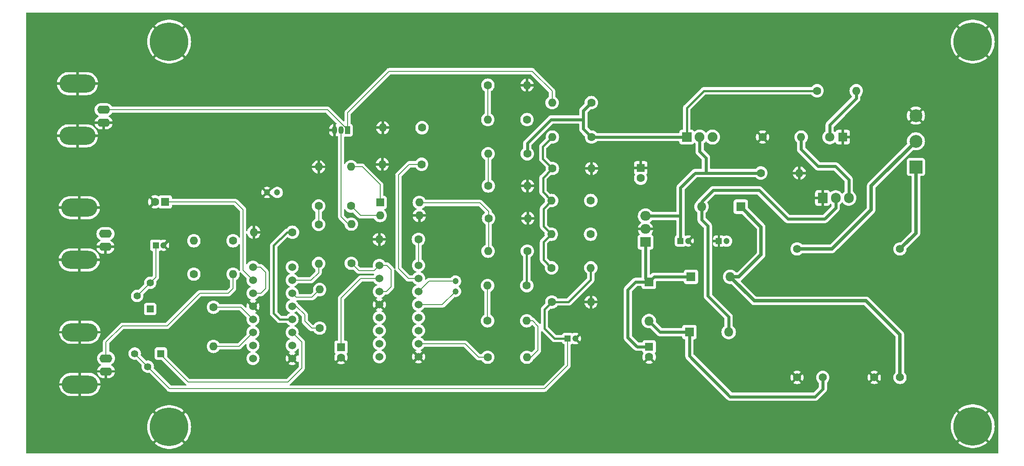
<source format=gtl>
%TF.GenerationSoftware,KiCad,Pcbnew,7.0.11-7.0.11~ubuntu22.04.1*%
%TF.CreationDate,2025-04-09T00:06:21+02:00*%
%TF.ProjectId,emulator-pcb,656d756c-6174-46f7-922d-7063622e6b69,v01*%
%TF.SameCoordinates,Original*%
%TF.FileFunction,Copper,L1,Top*%
%TF.FilePolarity,Positive*%
%FSLAX46Y46*%
G04 Gerber Fmt 4.6, Leading zero omitted, Abs format (unit mm)*
G04 Created by KiCad (PCBNEW 7.0.11-7.0.11~ubuntu22.04.1) date 2025-04-09 00:06:21*
%MOMM*%
%LPD*%
G01*
G04 APERTURE LIST*
%TA.AperFunction,ComponentPad*%
%ADD10C,1.400000*%
%TD*%
%TA.AperFunction,ComponentPad*%
%ADD11R,1.400000X1.400000*%
%TD*%
%TA.AperFunction,ComponentPad*%
%ADD12C,1.574800*%
%TD*%
%TA.AperFunction,ComponentPad*%
%ADD13R,2.500000X2.500000*%
%TD*%
%TA.AperFunction,ComponentPad*%
%ADD14C,2.500000*%
%TD*%
%TA.AperFunction,ComponentPad*%
%ADD15C,7.500000*%
%TD*%
%TA.AperFunction,ComponentPad*%
%ADD16O,1.600000X1.600000*%
%TD*%
%TA.AperFunction,ComponentPad*%
%ADD17C,1.600000*%
%TD*%
%TA.AperFunction,ComponentPad*%
%ADD18C,1.524000*%
%TD*%
%TA.AperFunction,ComponentPad*%
%ADD19R,1.200000X1.200000*%
%TD*%
%TA.AperFunction,ComponentPad*%
%ADD20C,1.200000*%
%TD*%
%TA.AperFunction,ComponentPad*%
%ADD21O,7.000000X3.500000*%
%TD*%
%TA.AperFunction,ComponentPad*%
%ADD22O,2.500000X1.600000*%
%TD*%
%TA.AperFunction,ComponentPad*%
%ADD23R,1.800000X1.800000*%
%TD*%
%TA.AperFunction,ComponentPad*%
%ADD24O,1.800000X1.800000*%
%TD*%
%TA.AperFunction,ComponentPad*%
%ADD25R,1.600000X1.600000*%
%TD*%
%TA.AperFunction,ComponentPad*%
%ADD26O,1.050000X1.500000*%
%TD*%
%TA.AperFunction,ComponentPad*%
%ADD27R,1.050000X1.500000*%
%TD*%
%TA.AperFunction,ComponentPad*%
%ADD28C,1.800000*%
%TD*%
%TA.AperFunction,ComponentPad*%
%ADD29R,2.000000X1.905000*%
%TD*%
%TA.AperFunction,ComponentPad*%
%ADD30O,2.000000X1.905000*%
%TD*%
%TA.AperFunction,ComponentPad*%
%ADD31C,1.900000*%
%TD*%
%TA.AperFunction,ComponentPad*%
%ADD32R,1.900000X1.900000*%
%TD*%
%TA.AperFunction,ComponentPad*%
%ADD33R,1.905000X2.000000*%
%TD*%
%TA.AperFunction,ComponentPad*%
%ADD34O,1.905000X2.000000*%
%TD*%
%TA.AperFunction,Conductor*%
%ADD35C,0.200000*%
%TD*%
%TA.AperFunction,Conductor*%
%ADD36C,0.650000*%
%TD*%
%TA.AperFunction,Conductor*%
%ADD37C,0.600000*%
%TD*%
%TA.AperFunction,Conductor*%
%ADD38C,0.400000*%
%TD*%
G04 APERTURE END LIST*
D10*
%TO.P,RV1,3,3*%
%TO.N,Net-(C2-Pad1)*%
X116350000Y-108450000D03*
%TO.P,RV1,2,2*%
X113810000Y-110990000D03*
D11*
%TO.P,RV1,1,1*%
%TO.N,Net-(U1-MO)*%
X116350000Y-113530000D03*
%TD*%
%TO.P,RV2,1,1*%
%TO.N,Net-(U3-MO)*%
X118430000Y-122200000D03*
D10*
%TO.P,RV2,2,2*%
%TO.N,Net-(C4-Pad1)*%
X115890000Y-124740000D03*
%TO.P,RV2,3,3*%
X113350000Y-122200000D03*
%TD*%
D12*
%TO.P,XMER1,1,1*%
%TO.N,Net-(P2-AC_P)*%
X262100000Y-101850000D03*
%TO.P,XMER1,5,5*%
%TO.N,Net-(P2-AC_N)*%
X242100000Y-101850000D03*
%TO.P,XMER1,6,6*%
%TO.N,GND*%
X242100000Y-126850001D03*
%TO.P,XMER1,7,7*%
%TO.N,Net-(D3-K)*%
X247100000Y-126850001D03*
%TO.P,XMER1,9,9*%
%TO.N,GND*%
X257100000Y-126850001D03*
%TO.P,XMER1,10,10*%
%TO.N,Net-(D1-K)*%
X262100000Y-126850001D03*
%TD*%
D13*
%TO.P,P2,1,AC_P*%
%TO.N,Net-(P2-AC_P)*%
X265200000Y-85900000D03*
D14*
%TO.P,P2,2,AC_N*%
%TO.N,Net-(P2-AC_N)*%
X265200000Y-80900000D03*
%TO.P,P2,3,EARTH*%
%TO.N,GND*%
X265200000Y-75900000D03*
%TD*%
D15*
%TO.P,Mount4,1*%
%TO.N,GND*%
X120050000Y-136500000D03*
%TD*%
%TO.P,Mount3,1*%
%TO.N,GND*%
X276250000Y-136350000D03*
%TD*%
%TO.P,Mount2,1*%
%TO.N,GND*%
X276250000Y-61500000D03*
%TD*%
%TO.P,Mount1,1*%
%TO.N,GND*%
X120050000Y-61500000D03*
%TD*%
D16*
%TO.P,R23,2*%
%TO.N,-1V*%
X181930000Y-108975000D03*
D17*
%TO.P,R23,1*%
%TO.N,-12V*%
X189550000Y-108975000D03*
%TD*%
D18*
%TO.P,U1,16,SYMA2*%
%TO.N,unconnected-(U1-SYMA2-Pad16)*%
X160900000Y-122825000D03*
%TO.P,U1,15,SYMA1*%
%TO.N,unconnected-(U1-SYMA1-Pad15)*%
X160900000Y-120285000D03*
%TO.P,U1,14,WAVEA2*%
%TO.N,unconnected-(U1-WAVEA2-Pad14)*%
X160900000Y-117745000D03*
%TO.P,U1,13,WAVEA1*%
%TO.N,unconnected-(U1-WAVEA1-Pad13)*%
X160900000Y-115205000D03*
%TO.P,U1,12,GND*%
%TO.N,GND*%
X160900000Y-112665000D03*
%TO.P,U1,11,SYNCO*%
%TO.N,V_sq*%
X160900000Y-110125000D03*
%TO.P,U1,10,BIAS*%
%TO.N,Net-(U1-BIAS)*%
X160900000Y-107585000D03*
%TO.P,U1,9,FSKI*%
%TO.N,V_sq*%
X160900000Y-105045000D03*
%TO.P,U1,8,TR2*%
%TO.N,Net-(U1-TR2)*%
X168520000Y-105045000D03*
%TO.P,U1,7,TR1*%
%TO.N,Net-(U1-TR1)*%
X168520000Y-107585000D03*
%TO.P,U1,6,TC2*%
%TO.N,Net-(U1-TC2)*%
X168520000Y-110125000D03*
%TO.P,U1,5,TC1*%
%TO.N,Net-(U1-TC1)*%
X168520000Y-112665000D03*
%TO.P,U1,4,Vcc*%
%TO.N,+9V*%
X168520000Y-115205000D03*
%TO.P,U1,3,MO*%
%TO.N,Net-(U1-MO)*%
X168520000Y-117745000D03*
%TO.P,U1,2,STO*%
%TO.N,V_saw*%
X168520000Y-120285000D03*
%TO.P,U1,1,AMSI*%
%TO.N,GND*%
X168520000Y-122825000D03*
%TD*%
D17*
%TO.P,R20,1*%
%TO.N,Net-(U3-FSKI)*%
X202000000Y-92425000D03*
D16*
%TO.P,R20,2*%
%TO.N,+9V*%
X194380000Y-92425000D03*
%TD*%
%TO.P,C7,2*%
%TO.N,GND*%
X136500000Y-98600000D03*
D17*
%TO.P,C7,1*%
%TO.N,+9V*%
X144000000Y-98600000D03*
%TD*%
D16*
%TO.P,R2,2*%
%TO.N,GND*%
X160890000Y-99975000D03*
D17*
%TO.P,R2,1*%
%TO.N,Net-(U1-TR2)*%
X168510000Y-99975000D03*
%TD*%
D16*
%TO.P,R28,2*%
%TO.N,+6V*%
X182030000Y-83325000D03*
D17*
%TO.P,R28,1*%
%TO.N,+12V*%
X189650000Y-83325000D03*
%TD*%
D19*
%TO.P,C4,1*%
%TO.N,Net-(C4-Pad1)*%
X197500000Y-119275000D03*
D20*
%TO.P,C4,2*%
%TO.N,GND*%
X199000000Y-119275000D03*
%TD*%
%TO.P,C2,2*%
%TO.N,GND*%
X118947401Y-101130000D03*
D19*
%TO.P,C2,1*%
%TO.N,Net-(C2-Pad1)*%
X117447401Y-101130000D03*
%TD*%
D17*
%TO.P,C13,1*%
%TO.N,12V1*%
X235050000Y-87075000D03*
D16*
%TO.P,C13,2*%
%TO.N,GND*%
X242550000Y-87075000D03*
%TD*%
D17*
%TO.P,R17,1*%
%TO.N,+9V*%
X194390000Y-105525000D03*
D16*
%TO.P,R17,2*%
%TO.N,Net-(C4-Pad1)*%
X202010000Y-105525000D03*
%TD*%
%TO.P,C5,2*%
%TO.N,Net-(U3-TC2)*%
X149300000Y-109750000D03*
D17*
%TO.P,C5,1*%
%TO.N,Net-(U3-TC1)*%
X149300000Y-117250000D03*
%TD*%
D21*
%TO.P,J3,2,Ext*%
%TO.N,GND*%
X102220000Y-69670000D03*
D22*
X107300000Y-77290000D03*
D21*
X102220000Y-79830000D03*
D22*
%TO.P,J3,1,In*%
%TO.N,Vp*%
X107300000Y-74750000D03*
%TD*%
D16*
%TO.P,R16,2*%
%TO.N,Net-(U3-TR1)*%
X149100000Y-104685000D03*
D17*
%TO.P,R16,1*%
%TO.N,Net-(R15-Pad1)*%
X149100000Y-97065000D03*
%TD*%
D16*
%TO.P,R7,2*%
%TO.N,Net-(U2A--)*%
X189570000Y-122925000D03*
D17*
%TO.P,R7,1*%
%TO.N,V_saw*%
X181950000Y-122925000D03*
%TD*%
D19*
%TO.P,C12,1*%
%TO.N,GND*%
X226900000Y-100325000D03*
D20*
%TO.P,C12,2*%
%TO.N,-12V*%
X228400000Y-100325000D03*
%TD*%
D16*
%TO.P,R11,2*%
%TO.N,Net-(R11-Pad2)*%
X155400000Y-85865000D03*
D17*
%TO.P,R11,1*%
%TO.N,Net-(U2A--)*%
X155400000Y-93485000D03*
%TD*%
D16*
%TO.P,R5,2*%
%TO.N,Net-(C2-Pad1)*%
X181980000Y-76675000D03*
D17*
%TO.P,R5,1*%
%TO.N,+9V*%
X189600000Y-76675000D03*
%TD*%
D22*
%TO.P,J1,1,In*%
%TO.N,Vx*%
X107770000Y-123130000D03*
D21*
%TO.P,J1,2,Ext*%
%TO.N,GND*%
X102690000Y-128210000D03*
D22*
X107770000Y-125670000D03*
D21*
X102690000Y-118050000D03*
%TD*%
D23*
%TO.P,D2,1,K*%
%TO.N,Net-(D2-K)*%
X221480000Y-107275000D03*
D24*
%TO.P,D2,2,A*%
%TO.N,Net-(D1-K)*%
X229100000Y-107275000D03*
%TD*%
D16*
%TO.P,R24,2*%
%TO.N,+9V*%
X194530000Y-80075000D03*
D17*
%TO.P,R24,1*%
%TO.N,+12V*%
X202150000Y-80075000D03*
%TD*%
%TO.P,R19,1*%
%TO.N,Net-(C4-Pad1)*%
X194430000Y-112175000D03*
D16*
%TO.P,R19,2*%
%TO.N,GND*%
X202050000Y-112175000D03*
%TD*%
D19*
%TO.P,C11,1*%
%TO.N,12V1*%
X219450000Y-100275000D03*
D20*
%TO.P,C11,2*%
%TO.N,GND*%
X220950000Y-100275000D03*
%TD*%
D16*
%TO.P,R4,2*%
%TO.N,GND*%
X189610000Y-69975000D03*
D17*
%TO.P,R4,1*%
%TO.N,Net-(C2-Pad1)*%
X181990000Y-69975000D03*
%TD*%
D18*
%TO.P,U3,16,SYMA2*%
%TO.N,unconnected-(U3-SYMA2-Pad16)*%
X136330000Y-123165000D03*
%TO.P,U3,15,SYMA1*%
%TO.N,unconnected-(U3-SYMA1-Pad15)*%
X136330000Y-120625000D03*
%TO.P,U3,14,WAVEA2*%
%TO.N,Net-(U3-WAVEA2)*%
X136330000Y-118085000D03*
%TO.P,U3,13,WAVEA1*%
%TO.N,Net-(U3-WAVEA1)*%
X136330000Y-115545000D03*
%TO.P,U3,12,GND*%
%TO.N,GND*%
X136330000Y-113005000D03*
%TO.P,U3,11,SYNCO*%
%TO.N,Net-(U3-FSKI)*%
X136330000Y-110465000D03*
%TO.P,U3,10,BIAS*%
%TO.N,Net-(U3-BIAS)*%
X136330000Y-107925000D03*
%TO.P,U3,9,FSKI*%
%TO.N,Net-(U3-FSKI)*%
X136330000Y-105385000D03*
%TO.P,U3,8,TR2*%
%TO.N,unconnected-(U3-TR2-Pad8)*%
X143950000Y-105385000D03*
%TO.P,U3,7,TR1*%
%TO.N,Net-(U3-TR1)*%
X143950000Y-107925000D03*
%TO.P,U3,6,TC2*%
%TO.N,Net-(U3-TC2)*%
X143950000Y-110465000D03*
%TO.P,U3,5,TC1*%
%TO.N,Net-(U3-TC1)*%
X143950000Y-113005000D03*
%TO.P,U3,4,Vcc*%
%TO.N,+9V*%
X143950000Y-115545000D03*
%TO.P,U3,3,MO*%
%TO.N,Net-(U3-MO)*%
X143950000Y-118085000D03*
%TO.P,U3,2,STO*%
%TO.N,Vy*%
X143950000Y-120625000D03*
%TO.P,U3,1,AMSI*%
%TO.N,GND*%
X143950000Y-123165000D03*
%TD*%
D17*
%TO.P,R22,1*%
%TO.N,-1V*%
X169200000Y-78250000D03*
D16*
%TO.P,R22,2*%
%TO.N,GND*%
X161580000Y-78250000D03*
%TD*%
%TO.P,R13,2*%
%TO.N,Vx*%
X132460000Y-106750000D03*
D17*
%TO.P,R13,1*%
%TO.N,Net-(U2B--)*%
X124840000Y-106750000D03*
%TD*%
D16*
%TO.P,U2,4,V-*%
%TO.N,-6V*%
X168670000Y-92800000D03*
%TO.P,U2,3,+*%
%TO.N,GND*%
X168670000Y-95340000D03*
%TO.P,U2,2,-*%
%TO.N,Net-(U2A--)*%
X161050000Y-95340000D03*
D25*
%TO.P,U2,1*%
%TO.N,Net-(R11-Pad2)*%
X161050000Y-92800000D03*
%TD*%
D16*
%TO.P,R15,2*%
%TO.N,GND*%
X149100000Y-85875000D03*
D17*
%TO.P,R15,1*%
%TO.N,Net-(R15-Pad1)*%
X149100000Y-93495000D03*
%TD*%
%TO.P,R9,1*%
%TO.N,-6V*%
X182140000Y-95875000D03*
D16*
%TO.P,R9,2*%
%TO.N,GND*%
X189760000Y-95875000D03*
%TD*%
D26*
%TO.P,Q1,3,E*%
%TO.N,GND*%
X152160000Y-78750000D03*
%TO.P,Q1,2,B*%
%TO.N,Net-(Q1-B)*%
X153430000Y-78750000D03*
D27*
%TO.P,Q1,1,C*%
%TO.N,Vp*%
X154700000Y-78750000D03*
%TD*%
D21*
%TO.P,J2,2,Ext*%
%TO.N,GND*%
X102570000Y-93820000D03*
D22*
X107650000Y-101440000D03*
D21*
X102570000Y-103980000D03*
D22*
%TO.P,J2,1,In*%
%TO.N,Vy*%
X107650000Y-98900000D03*
%TD*%
D16*
%TO.P,R12,2*%
%TO.N,Net-(U2B--)*%
X124840000Y-100250000D03*
D17*
%TO.P,R12,1*%
%TO.N,Net-(R11-Pad2)*%
X132460000Y-100250000D03*
%TD*%
D20*
%TO.P,C3,2*%
%TO.N,GND*%
X139050000Y-90850000D03*
%TO.P,C3,1*%
%TO.N,+9V*%
X141050000Y-90850000D03*
%TD*%
D17*
%TO.P,R25,1*%
%TO.N,+9V*%
X194530000Y-86175000D03*
D16*
%TO.P,R25,2*%
%TO.N,GND*%
X202150000Y-86175000D03*
%TD*%
D28*
%TO.P,D5,2,A*%
%TO.N,Net-(D5-A)*%
X248435000Y-80075000D03*
D23*
%TO.P,D5,1,K*%
%TO.N,GND*%
X250975000Y-80075000D03*
%TD*%
D20*
%TO.P,C1,2*%
%TO.N,Net-(U1-TC2)*%
X175700000Y-108100000D03*
%TO.P,C1,1*%
%TO.N,Net-(U1-TC1)*%
X175700000Y-110100000D03*
%TD*%
D17*
%TO.P,R10,1*%
%TO.N,+12V*%
X202100000Y-73375000D03*
D16*
%TO.P,R10,2*%
%TO.N,Vp*%
X194480000Y-73375000D03*
%TD*%
D17*
%TO.P,R26,1*%
%TO.N,+12V*%
X245980000Y-71075000D03*
D16*
%TO.P,R26,2*%
%TO.N,Net-(D5-A)*%
X253600000Y-71075000D03*
%TD*%
D17*
%TO.P,C6,2*%
%TO.N,GND*%
X153450000Y-122975000D03*
D25*
%TO.P,C6,1*%
%TO.N,Net-(U1-BIAS)*%
X153450000Y-120975000D03*
%TD*%
%TO.P,C9,1*%
%TO.N,GND*%
X211700000Y-86069888D03*
D17*
%TO.P,C9,2*%
%TO.N,Net-(D1-A)*%
X211700000Y-88069888D03*
%TD*%
D29*
%TO.P,U4,1,VI*%
%TO.N,Net-(D2-K)*%
X212645000Y-100515000D03*
D30*
%TO.P,U4,2,GND*%
%TO.N,GND*%
X212645000Y-97975000D03*
%TO.P,U4,3,VO*%
%TO.N,12V1*%
X212645000Y-95435000D03*
%TD*%
D17*
%TO.P,C15,2*%
%TO.N,GND*%
X117270000Y-92680000D03*
D25*
%TO.P,C15,1*%
%TO.N,Net-(U3-BIAS)*%
X119270000Y-92680000D03*
%TD*%
D17*
%TO.P,R1,1*%
%TO.N,Net-(U1-TR1)*%
X169110000Y-85375000D03*
D16*
%TO.P,R1,2*%
%TO.N,GND*%
X161490000Y-85375000D03*
%TD*%
%TO.P,R3,2*%
%TO.N,Net-(Q1-B)*%
X155450000Y-97015000D03*
D17*
%TO.P,R3,1*%
%TO.N,V_sq*%
X155450000Y-104635000D03*
%TD*%
D31*
%TO.P,S1,3*%
%TO.N,unconnected-(S1-Pad3)*%
X225650000Y-80075000D03*
%TO.P,S1,2*%
%TO.N,12V1*%
X223150000Y-80075000D03*
D32*
%TO.P,S1,1*%
%TO.N,+12V*%
X220650000Y-80075000D03*
%TD*%
D16*
%TO.P,R14,2*%
%TO.N,-6V*%
X182040000Y-102275000D03*
D17*
%TO.P,R14,1*%
%TO.N,-12V*%
X189660000Y-102275000D03*
%TD*%
D23*
%TO.P,D4,1,K*%
%TO.N,Net-(D2-K)*%
X213300000Y-108265000D03*
D24*
%TO.P,D4,2,A*%
%TO.N,Net-(D3-K)*%
X213300000Y-115885000D03*
%TD*%
D23*
%TO.P,D1,1,K*%
%TO.N,Net-(D1-K)*%
X231150000Y-93625000D03*
D24*
%TO.P,D1,2,A*%
%TO.N,Net-(D1-A)*%
X223530000Y-93625000D03*
%TD*%
D17*
%TO.P,R6,1*%
%TO.N,V_sq*%
X201960000Y-98975000D03*
D16*
%TO.P,R6,2*%
%TO.N,+9V*%
X194340000Y-98975000D03*
%TD*%
D25*
%TO.P,C10,1*%
%TO.N,Net-(D2-K)*%
X213350000Y-120875000D03*
D17*
%TO.P,C10,2*%
%TO.N,GND*%
X213350000Y-122875000D03*
%TD*%
D16*
%TO.P,R21,2*%
%TO.N,Net-(U3-WAVEA2)*%
X128650000Y-120810000D03*
D17*
%TO.P,R21,1*%
%TO.N,Net-(U3-WAVEA1)*%
X128650000Y-113190000D03*
%TD*%
D33*
%TO.P,U5,1,GND*%
%TO.N,GND*%
X247060000Y-91920000D03*
D34*
%TO.P,U5,2,VI*%
%TO.N,Net-(D1-A)*%
X249600000Y-91920000D03*
%TO.P,U5,3,VO*%
%TO.N,-12V*%
X252140000Y-91920000D03*
%TD*%
D17*
%TO.P,C14,1*%
%TO.N,GND*%
X235400000Y-80075000D03*
D16*
%TO.P,C14,2*%
%TO.N,-12V*%
X242900000Y-80075000D03*
%TD*%
D23*
%TO.P,D3,1,K*%
%TO.N,Net-(D3-K)*%
X221180000Y-118025000D03*
D24*
%TO.P,D3,2,A*%
%TO.N,Net-(D1-A)*%
X228800000Y-118025000D03*
%TD*%
D16*
%TO.P,R18,2*%
%TO.N,GND*%
X189700000Y-89575000D03*
D17*
%TO.P,R18,1*%
%TO.N,+6V*%
X182080000Y-89575000D03*
%TD*%
D16*
%TO.P,R8,2*%
%TO.N,Net-(U2A--)*%
X189550000Y-115825000D03*
D17*
%TO.P,R8,1*%
%TO.N,-1V*%
X181930000Y-115825000D03*
%TD*%
D35*
%TO.N,Net-(C2-Pad1)*%
X116350000Y-108450000D02*
X113810000Y-110990000D01*
X117447401Y-101130000D02*
X117447401Y-107352599D01*
X117447401Y-107352599D02*
X116350000Y-108450000D01*
%TO.N,Net-(C4-Pad1)*%
X115890000Y-124740000D02*
X113350000Y-122200000D01*
X120133000Y-129050000D02*
X120133000Y-128983000D01*
X120133000Y-128983000D02*
X115890000Y-124740000D01*
%TO.N,Net-(U3-MO)*%
X123750000Y-127750000D02*
X118430000Y-122430000D01*
X118430000Y-122430000D02*
X118430000Y-122200000D01*
%TO.N,Net-(C4-Pad1)*%
X197500000Y-119275000D02*
X197500000Y-124550000D01*
X193000000Y-129050000D02*
X120133000Y-129050000D01*
X197500000Y-124550000D02*
X193000000Y-129050000D01*
%TO.N,Net-(U3-MO)*%
X143950000Y-118085000D02*
X145850000Y-119985000D01*
X145850000Y-119985000D02*
X145850000Y-125000000D01*
X145850000Y-125000000D02*
X143100000Y-127750000D01*
X143100000Y-127750000D02*
X123750000Y-127750000D01*
%TO.N,Net-(C2-Pad1)*%
X117447401Y-101130000D02*
X117520000Y-101202599D01*
%TO.N,-6V*%
X176100000Y-92900000D02*
X168770000Y-92900000D01*
X168770000Y-92900000D02*
X168670000Y-92800000D01*
%TO.N,Vp*%
X194480000Y-73375000D02*
X194480000Y-71130000D01*
X194480000Y-71130000D02*
X190600000Y-67250000D01*
D36*
%TO.N,Net-(P2-AC_N)*%
X265200000Y-80900000D02*
X256500000Y-89600000D01*
X256500000Y-89600000D02*
X256500000Y-94200000D01*
X248850000Y-101850000D02*
X242100000Y-101850000D01*
X256500000Y-94200000D02*
X248850000Y-101850000D01*
%TO.N,Net-(D1-K)*%
X255500000Y-111950000D02*
X262100000Y-118550000D01*
X233775000Y-111950000D02*
X255500000Y-111950000D01*
X262100000Y-118550000D02*
X262100000Y-126850001D01*
X229100000Y-107275000D02*
X233775000Y-111950000D01*
D37*
%TO.N,Net-(D3-K)*%
X221180000Y-118025000D02*
X221180000Y-122680000D01*
X221180000Y-122680000D02*
X229100000Y-130600000D01*
X245600000Y-130600000D02*
X247100000Y-129100000D01*
X229100000Y-130600000D02*
X245600000Y-130600000D01*
X247100000Y-129100000D02*
X247100000Y-126850001D01*
D36*
%TO.N,Net-(D1-K)*%
X231150000Y-93625000D02*
X235100000Y-97575000D01*
X235100000Y-97575000D02*
X235100000Y-102950000D01*
X235100000Y-102950000D02*
X230775000Y-107275000D01*
X230775000Y-107275000D02*
X229100000Y-107275000D01*
D37*
%TO.N,Net-(D1-A)*%
X228800000Y-118025000D02*
X228800000Y-115050000D01*
X228800000Y-115050000D02*
X224750000Y-111000000D01*
X224750000Y-97350000D02*
X223530000Y-96130000D01*
X224750000Y-111000000D02*
X224750000Y-97350000D01*
X223530000Y-96130000D02*
X223530000Y-93625000D01*
D36*
%TO.N,Net-(P2-AC_P)*%
X265200000Y-85900000D02*
X265200000Y-98750000D01*
X265200000Y-98750000D02*
X262100000Y-101850000D01*
D38*
%TO.N,-12V*%
X189550000Y-108975000D02*
X189550000Y-102385000D01*
D35*
X189550000Y-102385000D02*
X189660000Y-102275000D01*
%TO.N,Net-(U3-BIAS)*%
X132880000Y-92680000D02*
X134400000Y-94200000D01*
X119270000Y-92680000D02*
X132880000Y-92680000D01*
X134400000Y-94200000D02*
X134400000Y-105995000D01*
X134400000Y-105995000D02*
X136330000Y-107925000D01*
%TO.N,Vx*%
X107770000Y-123130000D02*
X107770000Y-119980000D01*
X107770000Y-119980000D02*
X110950000Y-116800000D01*
X131550000Y-110450000D02*
X132460000Y-109540000D01*
X110950000Y-116800000D02*
X119650000Y-116800000D01*
X119650000Y-116800000D02*
X126000000Y-110450000D01*
X126000000Y-110450000D02*
X131550000Y-110450000D01*
X132460000Y-109540000D02*
X132460000Y-106750000D01*
%TO.N,Vp*%
X154700000Y-78750000D02*
X154700000Y-78628274D01*
X154700000Y-78628274D02*
X150821726Y-74750000D01*
X150821726Y-74750000D02*
X107300000Y-74750000D01*
X190600000Y-67250000D02*
X162800000Y-67250000D01*
X162800000Y-67250000D02*
X154700000Y-75350000D01*
X154700000Y-75350000D02*
X154700000Y-77950000D01*
%TO.N,Net-(U3-WAVEA2)*%
X128650000Y-120810000D02*
X133605000Y-120810000D01*
X133605000Y-120810000D02*
X136330000Y-118085000D01*
%TO.N,Net-(U3-WAVEA1)*%
X128650000Y-113190000D02*
X133975000Y-113190000D01*
X133975000Y-113190000D02*
X136330000Y-115545000D01*
%TO.N,Net-(Q1-B)*%
X154915000Y-97015000D02*
X155450000Y-97015000D01*
X153430000Y-95530000D02*
X154915000Y-97015000D01*
X153430000Y-78750000D02*
X153430000Y-95530000D01*
%TO.N,Vp*%
X154700000Y-78750000D02*
X154700000Y-75350000D01*
%TO.N,V_saw*%
X168520000Y-120285000D02*
X177560000Y-120285000D01*
X177560000Y-120285000D02*
X180200000Y-122925000D01*
X180200000Y-122925000D02*
X181950000Y-122925000D01*
%TO.N,Net-(U1-TC1)*%
X175700000Y-110100000D02*
X173135000Y-112665000D01*
X173135000Y-112665000D02*
X168520000Y-112665000D01*
%TO.N,Net-(U1-TC2)*%
X175700000Y-108100000D02*
X170545000Y-108100000D01*
X170545000Y-108100000D02*
X168520000Y-110125000D01*
%TO.N,Net-(U1-TR2)*%
X168520000Y-105045000D02*
X168520000Y-99985000D01*
X168520000Y-99985000D02*
X168510000Y-99975000D01*
%TO.N,-6V*%
X180475000Y-92900000D02*
X175950000Y-92900000D01*
D37*
%TO.N,-12V*%
X249550000Y-85775000D02*
X252140000Y-88365000D01*
X246200000Y-85775000D02*
X249550000Y-85775000D01*
X252140000Y-88365000D02*
X252140000Y-91920000D01*
X242900000Y-82475000D02*
X246200000Y-85775000D01*
X242900000Y-80075000D02*
X242900000Y-82475000D01*
D35*
%TO.N,Net-(U1-TR1)*%
X169110000Y-85375000D02*
X166675000Y-85375000D01*
X166675000Y-85375000D02*
X164600000Y-87450000D01*
X164600000Y-87450000D02*
X164600000Y-105650000D01*
X164600000Y-105650000D02*
X166535000Y-107585000D01*
X166535000Y-107585000D02*
X168520000Y-107585000D01*
D37*
%TO.N,+12V*%
X200550000Y-78475000D02*
X200550000Y-76650000D01*
X200550000Y-76650000D02*
X200550000Y-74925000D01*
X194300000Y-76650000D02*
X200550000Y-76650000D01*
X189650000Y-83325000D02*
X189650000Y-81300000D01*
X189650000Y-81300000D02*
X194300000Y-76650000D01*
D38*
%TO.N,+9V*%
X144000000Y-98600000D02*
X142950000Y-98600000D01*
X140350000Y-114400000D02*
X141495000Y-115545000D01*
X142950000Y-98600000D02*
X140350000Y-101200000D01*
X140350000Y-101200000D02*
X140350000Y-114400000D01*
X141495000Y-115545000D02*
X143950000Y-115545000D01*
D35*
%TO.N,Net-(U3-TC2)*%
X149300000Y-109750000D02*
X147800000Y-111250000D01*
X147800000Y-111250000D02*
X144735000Y-111250000D01*
X144735000Y-111250000D02*
X143950000Y-110465000D01*
%TO.N,Net-(U3-TC1)*%
X149300000Y-117250000D02*
X147750000Y-117250000D01*
X147750000Y-117250000D02*
X146400000Y-115900000D01*
X146400000Y-115900000D02*
X146400000Y-114650000D01*
X146400000Y-114650000D02*
X144755000Y-113005000D01*
X144755000Y-113005000D02*
X143950000Y-113005000D01*
%TO.N,Net-(U3-FSKI)*%
X136330000Y-105385000D02*
X137785000Y-105385000D01*
X137785000Y-105385000D02*
X138800000Y-106400000D01*
X138800000Y-109500000D02*
X137835000Y-110465000D01*
X138800000Y-106400000D02*
X138800000Y-109500000D01*
X137835000Y-110465000D02*
X136330000Y-110465000D01*
D37*
%TO.N,+12V*%
X202150000Y-80075000D02*
X200550000Y-78475000D01*
X200550000Y-74925000D02*
X202100000Y-73375000D01*
D35*
%TO.N,Net-(U3-TR1)*%
X149100000Y-104685000D02*
X149100000Y-106475000D01*
X149100000Y-106475000D02*
X147650000Y-107925000D01*
X147650000Y-107925000D02*
X143950000Y-107925000D01*
%TO.N,Net-(R15-Pad1)*%
X149100000Y-93495000D02*
X149100000Y-97065000D01*
%TO.N,Net-(C2-Pad1)*%
X181990000Y-69975000D02*
X181990000Y-76665000D01*
X181990000Y-76665000D02*
X181980000Y-76675000D01*
%TO.N,+6V*%
X182080000Y-89575000D02*
X182080000Y-83375000D01*
X182080000Y-83375000D02*
X182030000Y-83325000D01*
%TO.N,-12V*%
X189660000Y-108865000D02*
X189550000Y-108975000D01*
%TO.N,-6V*%
X182140000Y-95875000D02*
X182140000Y-102175000D01*
X182140000Y-102175000D02*
X182040000Y-102275000D01*
X182140000Y-95875000D02*
X182140000Y-94565000D01*
X182140000Y-94565000D02*
X180475000Y-92900000D01*
%TO.N,Net-(R11-Pad2)*%
X161050000Y-92800000D02*
X161050000Y-89325000D01*
X161050000Y-89325000D02*
X157590000Y-85865000D01*
X157590000Y-85865000D02*
X155400000Y-85865000D01*
%TO.N,Net-(U2A--)*%
X155400000Y-93485000D02*
X157255000Y-95340000D01*
X157255000Y-95340000D02*
X161050000Y-95340000D01*
%TO.N,V_sq*%
X155450000Y-104635000D02*
X156890000Y-106075000D01*
X156890000Y-106075000D02*
X159870000Y-106075000D01*
X159870000Y-106075000D02*
X160900000Y-105045000D01*
%TO.N,Net-(U1-BIAS)*%
X153450000Y-120975000D02*
X153450000Y-111425000D01*
X153450000Y-111425000D02*
X157290000Y-107585000D01*
X157290000Y-107585000D02*
X160900000Y-107585000D01*
%TO.N,Net-(U2A--)*%
X189550000Y-115825000D02*
X190700000Y-115825000D01*
X191750000Y-121575000D02*
X190400000Y-122925000D01*
X190700000Y-115825000D02*
X191750000Y-116875000D01*
X191750000Y-116875000D02*
X191750000Y-121575000D01*
X190400000Y-122925000D02*
X189570000Y-122925000D01*
%TO.N,-1V*%
X181930000Y-108975000D02*
X181930000Y-115825000D01*
%TO.N,V_sq*%
X160900000Y-105045000D02*
X162370000Y-105045000D01*
X162370000Y-105045000D02*
X163200000Y-105875000D01*
X163200000Y-105875000D02*
X163200000Y-109175000D01*
X163200000Y-109175000D02*
X162250000Y-110125000D01*
X162250000Y-110125000D02*
X160900000Y-110125000D01*
X201960000Y-98985000D02*
X202150000Y-99175000D01*
X201960000Y-98975000D02*
X201960000Y-98985000D01*
D38*
%TO.N,Net-(C4-Pad1)*%
X194430000Y-112175000D02*
X197650000Y-112175000D01*
X197650000Y-112175000D02*
X202010000Y-107815000D01*
X202010000Y-107815000D02*
X202010000Y-105525000D01*
X197500000Y-119275000D02*
X194950000Y-119275000D01*
X194950000Y-119275000D02*
X193000000Y-117325000D01*
X193000000Y-117325000D02*
X193000000Y-113605000D01*
X193000000Y-113605000D02*
X194430000Y-112175000D01*
%TO.N,+9V*%
X194340000Y-98975000D02*
X192800000Y-100515000D01*
X192800000Y-100515000D02*
X192800000Y-103935000D01*
X192800000Y-103935000D02*
X194390000Y-105525000D01*
X194380000Y-92425000D02*
X192800000Y-94005000D01*
X192800000Y-94005000D02*
X192800000Y-97435000D01*
X192800000Y-97435000D02*
X194340000Y-98975000D01*
X194380000Y-92425000D02*
X192700000Y-90745000D01*
X192700000Y-88005000D02*
X194380000Y-86325000D01*
X192700000Y-90745000D02*
X192700000Y-88005000D01*
X194530000Y-86175000D02*
X192650000Y-84295000D01*
X192650000Y-84295000D02*
X192650000Y-81955000D01*
X192650000Y-81955000D02*
X194530000Y-80075000D01*
D35*
X194380000Y-86325000D02*
X194530000Y-86175000D01*
D38*
%TO.N,+12V*%
X223950000Y-71075000D02*
X220650000Y-74375000D01*
X245980000Y-71075000D02*
X223950000Y-71075000D01*
X220650000Y-74375000D02*
X220650000Y-80075000D01*
D37*
%TO.N,Net-(D5-A)*%
X248435000Y-80075000D02*
X248435000Y-77740000D01*
X248435000Y-77740000D02*
X253600000Y-72575000D01*
X253600000Y-72575000D02*
X253600000Y-71075000D01*
%TO.N,Net-(D2-K)*%
X213350000Y-120875000D02*
X211000000Y-120875000D01*
X211000000Y-120875000D02*
X209200000Y-119075000D01*
X209200000Y-119075000D02*
X209200000Y-109775000D01*
X209200000Y-109775000D02*
X210710000Y-108265000D01*
X210710000Y-108265000D02*
X213300000Y-108265000D01*
%TO.N,+12V*%
X202150000Y-80075000D02*
X220650000Y-80075000D01*
%TO.N,12V1*%
X219450000Y-89925000D02*
X219450000Y-95425000D01*
X222300000Y-87075000D02*
X219450000Y-89925000D01*
X224400000Y-87075000D02*
X222300000Y-87075000D01*
X235050000Y-87075000D02*
X224400000Y-87075000D01*
X223150000Y-82875000D02*
X223150000Y-80075000D01*
X224400000Y-84125000D02*
X223150000Y-82875000D01*
X224400000Y-87075000D02*
X224400000Y-84125000D01*
X219450000Y-95425000D02*
X219450000Y-100275000D01*
X212645000Y-95435000D02*
X219440000Y-95435000D01*
D35*
X219440000Y-95435000D02*
X219450000Y-95425000D01*
D37*
%TO.N,Net-(D2-K)*%
X212645000Y-100515000D02*
X212645000Y-107610000D01*
X212645000Y-107610000D02*
X213300000Y-108265000D01*
X213260000Y-108225000D02*
X213300000Y-108265000D01*
%TO.N,Net-(D1-A)*%
X249600000Y-91920000D02*
X249600000Y-93875000D01*
X247450000Y-96025000D02*
X240300000Y-96025000D01*
X249600000Y-93875000D02*
X247450000Y-96025000D01*
X225800000Y-90425000D02*
X223530000Y-92695000D01*
X240300000Y-96025000D02*
X234700000Y-90425000D01*
X234700000Y-90425000D02*
X225800000Y-90425000D01*
X223530000Y-92695000D02*
X223530000Y-93625000D01*
%TO.N,Net-(D3-K)*%
X213300000Y-115885000D02*
X215440000Y-118025000D01*
X215440000Y-118025000D02*
X221180000Y-118025000D01*
%TO.N,Net-(D2-K)*%
X221480000Y-107275000D02*
X214290000Y-107275000D01*
X214290000Y-107275000D02*
X213300000Y-108265000D01*
%TD*%
%TA.AperFunction,Conductor*%
%TO.N,GND*%
G36*
X145210355Y-121273083D02*
G01*
X145245769Y-121333312D01*
X145249500Y-121363502D01*
X145249500Y-122427370D01*
X145229815Y-122494409D01*
X145177011Y-122540164D01*
X145107853Y-122550108D01*
X145044297Y-122521083D01*
X145023925Y-122498493D01*
X145001741Y-122466811D01*
X145001740Y-122466810D01*
X144334903Y-123133648D01*
X144334949Y-123133102D01*
X144303734Y-123009838D01*
X144234187Y-122903388D01*
X144133843Y-122825287D01*
X144013578Y-122784000D01*
X143977448Y-122784000D01*
X144648188Y-122113259D01*
X144648187Y-122113258D01*
X144583411Y-122067901D01*
X144583405Y-122067898D01*
X144454219Y-122007658D01*
X144401779Y-121961486D01*
X144382627Y-121894293D01*
X144402843Y-121827411D01*
X144454219Y-121782894D01*
X144470860Y-121775134D01*
X144583662Y-121722534D01*
X144764620Y-121595826D01*
X144920826Y-121439620D01*
X145023925Y-121292378D01*
X145078502Y-121248754D01*
X145148000Y-121241560D01*
X145210355Y-121273083D01*
G37*
%TD.AperFunction*%
%TA.AperFunction,Conductor*%
G36*
X198701262Y-119302493D02*
G01*
X198700642Y-119301358D01*
X198700866Y-119298221D01*
X198701262Y-119302493D01*
G37*
%TD.AperFunction*%
%TA.AperFunction,Conductor*%
G36*
X220651262Y-100302493D02*
G01*
X220650642Y-100301358D01*
X220650866Y-100298221D01*
X220651262Y-100302493D01*
G37*
%TD.AperFunction*%
%TA.AperFunction,Conductor*%
G36*
X118648663Y-101157493D02*
G01*
X118648043Y-101156358D01*
X118648267Y-101153221D01*
X118648663Y-101157493D01*
G37*
%TD.AperFunction*%
%TA.AperFunction,Conductor*%
G36*
X281142539Y-55870185D02*
G01*
X281188294Y-55922989D01*
X281199500Y-55974500D01*
X281199500Y-141500500D01*
X281179815Y-141567539D01*
X281127011Y-141613294D01*
X281075500Y-141624500D01*
X92324500Y-141624500D01*
X92257461Y-141604815D01*
X92211706Y-141552011D01*
X92200500Y-141500500D01*
X92200500Y-136500000D01*
X115795181Y-136500000D01*
X115814447Y-136904450D01*
X115872071Y-137305231D01*
X115967531Y-137698722D01*
X115967534Y-137698733D01*
X116099956Y-138081340D01*
X116099966Y-138081365D01*
X116268168Y-138449675D01*
X116470621Y-138800335D01*
X116470627Y-138800343D01*
X116705485Y-139130154D01*
X116872985Y-139323460D01*
X118363103Y-137833341D01*
X118475031Y-137970918D01*
X118689990Y-138171676D01*
X118714543Y-138189007D01*
X117224928Y-139678622D01*
X117263676Y-139715568D01*
X117263695Y-139715585D01*
X117581968Y-139965877D01*
X117922594Y-140184782D01*
X118282485Y-140370319D01*
X118658383Y-140520806D01*
X118658395Y-140520810D01*
X119046882Y-140634880D01*
X119046899Y-140634884D01*
X119444460Y-140711508D01*
X119444472Y-140711510D01*
X119847554Y-140750000D01*
X120252446Y-140750000D01*
X120655527Y-140711510D01*
X120655539Y-140711508D01*
X121053100Y-140634884D01*
X121053117Y-140634880D01*
X121441604Y-140520810D01*
X121441616Y-140520806D01*
X121817507Y-140370322D01*
X121817511Y-140370320D01*
X122177406Y-140184782D01*
X122518031Y-139965877D01*
X122836314Y-139715578D01*
X122875069Y-139678622D01*
X121385455Y-138189008D01*
X121410010Y-138171676D01*
X121624969Y-137970918D01*
X121736895Y-137833342D01*
X123227012Y-139323459D01*
X123394512Y-139130156D01*
X123394523Y-139130143D01*
X123629372Y-138800343D01*
X123629378Y-138800335D01*
X123831831Y-138449675D01*
X124000033Y-138081365D01*
X124000043Y-138081340D01*
X124132465Y-137698733D01*
X124132468Y-137698722D01*
X124227928Y-137305231D01*
X124285552Y-136904450D01*
X124304818Y-136500000D01*
X124297673Y-136350000D01*
X271995181Y-136350000D01*
X272014447Y-136754450D01*
X272072071Y-137155231D01*
X272167531Y-137548722D01*
X272167534Y-137548733D01*
X272299956Y-137931340D01*
X272299966Y-137931365D01*
X272468168Y-138299675D01*
X272670621Y-138650335D01*
X272670627Y-138650343D01*
X272905485Y-138980154D01*
X273072985Y-139173460D01*
X274563103Y-137683341D01*
X274675031Y-137820918D01*
X274889990Y-138021676D01*
X274914543Y-138039007D01*
X273424928Y-139528622D01*
X273463676Y-139565568D01*
X273463695Y-139565585D01*
X273781968Y-139815877D01*
X274122594Y-140034782D01*
X274482485Y-140220319D01*
X274858383Y-140370806D01*
X274858395Y-140370810D01*
X275246882Y-140484880D01*
X275246899Y-140484884D01*
X275644460Y-140561508D01*
X275644472Y-140561510D01*
X276047554Y-140600000D01*
X276452446Y-140600000D01*
X276855527Y-140561510D01*
X276855539Y-140561508D01*
X277253100Y-140484884D01*
X277253117Y-140484880D01*
X277641604Y-140370810D01*
X277641616Y-140370806D01*
X278017507Y-140220322D01*
X278017511Y-140220320D01*
X278377406Y-140034782D01*
X278718031Y-139815877D01*
X279036314Y-139565578D01*
X279075069Y-139528622D01*
X277585455Y-138039008D01*
X277610010Y-138021676D01*
X277824969Y-137820918D01*
X277936895Y-137683342D01*
X279427012Y-139173459D01*
X279594512Y-138980156D01*
X279594523Y-138980143D01*
X279829372Y-138650343D01*
X279829378Y-138650335D01*
X280031831Y-138299675D01*
X280200033Y-137931365D01*
X280200043Y-137931340D01*
X280332465Y-137548733D01*
X280332468Y-137548722D01*
X280427928Y-137155231D01*
X280485552Y-136754450D01*
X280504818Y-136350000D01*
X280485552Y-135945549D01*
X280427928Y-135544768D01*
X280332468Y-135151277D01*
X280332465Y-135151266D01*
X280200043Y-134768659D01*
X280200033Y-134768634D01*
X280031831Y-134400324D01*
X279829378Y-134049664D01*
X279829372Y-134049656D01*
X279594523Y-133719856D01*
X279594512Y-133719843D01*
X279427013Y-133526538D01*
X277936894Y-135016656D01*
X277824969Y-134879082D01*
X277610010Y-134678324D01*
X277585455Y-134660991D01*
X279075070Y-133171376D01*
X279036323Y-133134431D01*
X279036304Y-133134414D01*
X278718031Y-132884122D01*
X278377406Y-132665217D01*
X278017511Y-132479679D01*
X278017507Y-132479677D01*
X277641616Y-132329193D01*
X277641604Y-132329189D01*
X277253117Y-132215119D01*
X277253100Y-132215115D01*
X276855539Y-132138491D01*
X276855527Y-132138489D01*
X276452446Y-132100000D01*
X276047554Y-132100000D01*
X275644472Y-132138489D01*
X275644460Y-132138491D01*
X275246899Y-132215115D01*
X275246882Y-132215119D01*
X274858395Y-132329189D01*
X274858383Y-132329193D01*
X274482485Y-132479680D01*
X274122594Y-132665217D01*
X273781968Y-132884122D01*
X273463685Y-133134421D01*
X273463673Y-133134432D01*
X273424929Y-133171375D01*
X273424929Y-133171376D01*
X274914544Y-134660991D01*
X274889990Y-134678324D01*
X274675031Y-134879082D01*
X274563104Y-135016657D01*
X273072986Y-133526539D01*
X272905485Y-133719845D01*
X272670627Y-134049656D01*
X272670621Y-134049664D01*
X272468168Y-134400324D01*
X272299966Y-134768634D01*
X272299956Y-134768659D01*
X272167534Y-135151266D01*
X272167531Y-135151277D01*
X272072071Y-135544768D01*
X272014447Y-135945549D01*
X271995181Y-136350000D01*
X124297673Y-136350000D01*
X124285552Y-136095549D01*
X124227928Y-135694768D01*
X124132468Y-135301277D01*
X124132465Y-135301266D01*
X124000043Y-134918659D01*
X124000033Y-134918634D01*
X123831831Y-134550324D01*
X123629378Y-134199664D01*
X123629372Y-134199656D01*
X123394523Y-133869856D01*
X123394512Y-133869843D01*
X123227013Y-133676538D01*
X121736894Y-135166656D01*
X121624969Y-135029082D01*
X121410010Y-134828324D01*
X121385455Y-134810991D01*
X122875070Y-133321376D01*
X122836323Y-133284431D01*
X122836304Y-133284414D01*
X122518031Y-133034122D01*
X122177406Y-132815217D01*
X121817511Y-132629679D01*
X121817507Y-132629677D01*
X121441616Y-132479193D01*
X121441604Y-132479189D01*
X121053117Y-132365119D01*
X121053100Y-132365115D01*
X120655539Y-132288491D01*
X120655527Y-132288489D01*
X120252446Y-132250000D01*
X119847554Y-132250000D01*
X119444472Y-132288489D01*
X119444460Y-132288491D01*
X119046899Y-132365115D01*
X119046882Y-132365119D01*
X118658395Y-132479189D01*
X118658383Y-132479193D01*
X118282485Y-132629680D01*
X117922594Y-132815217D01*
X117581968Y-133034122D01*
X117263685Y-133284421D01*
X117263673Y-133284432D01*
X117224929Y-133321375D01*
X117224929Y-133321376D01*
X118714544Y-134810991D01*
X118689990Y-134828324D01*
X118475031Y-135029082D01*
X118363104Y-135166657D01*
X116872986Y-133676539D01*
X116705485Y-133869845D01*
X116470627Y-134199656D01*
X116470621Y-134199664D01*
X116268168Y-134550324D01*
X116099966Y-134918634D01*
X116099956Y-134918659D01*
X115967534Y-135301266D01*
X115967531Y-135301277D01*
X115872071Y-135694768D01*
X115814447Y-136095549D01*
X115795181Y-136500000D01*
X92200500Y-136500000D01*
X92200500Y-127960000D01*
X98700385Y-127960000D01*
X101716589Y-127960000D01*
X101691466Y-128057030D01*
X101681114Y-128261165D01*
X101711574Y-128460000D01*
X98703793Y-128460000D01*
X98716375Y-128585076D01*
X98716376Y-128585079D01*
X98786208Y-128878107D01*
X98786210Y-128878116D01*
X98894474Y-129159216D01*
X98894481Y-129159231D01*
X99039248Y-129423395D01*
X99039252Y-129423401D01*
X99217935Y-129665911D01*
X99427355Y-129882451D01*
X99427362Y-129882457D01*
X99663768Y-130069145D01*
X99922948Y-130222657D01*
X99922966Y-130222666D01*
X100200283Y-130340260D01*
X100200300Y-130340265D01*
X100490826Y-130419848D01*
X100789384Y-130460000D01*
X102440000Y-130460000D01*
X102440000Y-129184625D01*
X102587801Y-129215000D01*
X102740967Y-129215000D01*
X102893348Y-129199504D01*
X102940000Y-129184867D01*
X102940000Y-130460000D01*
X104515236Y-130460000D01*
X104740564Y-130444915D01*
X104740573Y-130444913D01*
X105035758Y-130384916D01*
X105035773Y-130384912D01*
X105320343Y-130286098D01*
X105320346Y-130286096D01*
X105589198Y-130150240D01*
X105837564Y-129979745D01*
X106060971Y-129777685D01*
X106255464Y-129547638D01*
X106417554Y-129293728D01*
X106417555Y-129293726D01*
X106544351Y-129020485D01*
X106544356Y-129020471D01*
X106633605Y-128732765D01*
X106679615Y-128460000D01*
X103663411Y-128460000D01*
X103688534Y-128362970D01*
X103698886Y-128158835D01*
X103668426Y-127960000D01*
X106676207Y-127960000D01*
X106676207Y-127959999D01*
X106663624Y-127834923D01*
X106663623Y-127834920D01*
X106593791Y-127541892D01*
X106593789Y-127541883D01*
X106485525Y-127260783D01*
X106485518Y-127260768D01*
X106340751Y-126996604D01*
X106340747Y-126996598D01*
X106162064Y-126754088D01*
X105952644Y-126537548D01*
X105952637Y-126537542D01*
X105716231Y-126350854D01*
X105457051Y-126197342D01*
X105457033Y-126197333D01*
X105179716Y-126079739D01*
X105179699Y-126079734D01*
X104889173Y-126000151D01*
X104590617Y-125960000D01*
X102940000Y-125960000D01*
X102940000Y-127235374D01*
X102792199Y-127205000D01*
X102639033Y-127205000D01*
X102486652Y-127220496D01*
X102440000Y-127235132D01*
X102440000Y-125960000D01*
X100864764Y-125960000D01*
X100639435Y-125975084D01*
X100639426Y-125975086D01*
X100344241Y-126035083D01*
X100344226Y-126035087D01*
X100059656Y-126133901D01*
X100059653Y-126133903D01*
X99790801Y-126269759D01*
X99542435Y-126440254D01*
X99319028Y-126642314D01*
X99124535Y-126872361D01*
X98962445Y-127126271D01*
X98962444Y-127126273D01*
X98835648Y-127399514D01*
X98835643Y-127399528D01*
X98746394Y-127687234D01*
X98700385Y-127960000D01*
X92200500Y-127960000D01*
X92200500Y-123130001D01*
X106014532Y-123130001D01*
X106034364Y-123356686D01*
X106034366Y-123356697D01*
X106093258Y-123576488D01*
X106093261Y-123576497D01*
X106189431Y-123782732D01*
X106189432Y-123782734D01*
X106319954Y-123969141D01*
X106480858Y-124130045D01*
X106523837Y-124160139D01*
X106667266Y-124260568D01*
X106725865Y-124287893D01*
X106778305Y-124334065D01*
X106797457Y-124401258D01*
X106777242Y-124468139D01*
X106725867Y-124512657D01*
X106667515Y-124539867D01*
X106481179Y-124670342D01*
X106320342Y-124831179D01*
X106189865Y-125017517D01*
X106093734Y-125223673D01*
X106093730Y-125223682D01*
X106041127Y-125419999D01*
X106041128Y-125420000D01*
X107400497Y-125420000D01*
X107351083Y-125505587D01*
X107321232Y-125636370D01*
X107331257Y-125770140D01*
X107380266Y-125895013D01*
X107400193Y-125920000D01*
X106041128Y-125920000D01*
X106093730Y-126116317D01*
X106093734Y-126116326D01*
X106189865Y-126322482D01*
X106320342Y-126508820D01*
X106481179Y-126669657D01*
X106667517Y-126800134D01*
X106873673Y-126896265D01*
X106873682Y-126896269D01*
X107093389Y-126955139D01*
X107093400Y-126955141D01*
X107263233Y-126969999D01*
X107263236Y-126970000D01*
X107520000Y-126970000D01*
X107520000Y-126038137D01*
X107574741Y-126075459D01*
X107702927Y-126115000D01*
X107803346Y-126115000D01*
X107902647Y-126100033D01*
X108020000Y-126043518D01*
X108020000Y-126970000D01*
X108276764Y-126970000D01*
X108276766Y-126969999D01*
X108446599Y-126955141D01*
X108446610Y-126955139D01*
X108666317Y-126896269D01*
X108666326Y-126896265D01*
X108872482Y-126800134D01*
X109058820Y-126669657D01*
X109219657Y-126508820D01*
X109350134Y-126322482D01*
X109446265Y-126116326D01*
X109446269Y-126116317D01*
X109498872Y-125920000D01*
X108139503Y-125920000D01*
X108188917Y-125834413D01*
X108218768Y-125703630D01*
X108208743Y-125569860D01*
X108159734Y-125444987D01*
X108139807Y-125420000D01*
X109498872Y-125420000D01*
X109498872Y-125419999D01*
X109446269Y-125223682D01*
X109446265Y-125223673D01*
X109350134Y-125017517D01*
X109219657Y-124831179D01*
X109058820Y-124670342D01*
X108872482Y-124539865D01*
X108814133Y-124512657D01*
X108761694Y-124466484D01*
X108742542Y-124399291D01*
X108762758Y-124332410D01*
X108814129Y-124287895D01*
X108872734Y-124260568D01*
X109059139Y-124130047D01*
X109220047Y-123969139D01*
X109350568Y-123782734D01*
X109446739Y-123576496D01*
X109505635Y-123356692D01*
X109524389Y-123142328D01*
X109525468Y-123130001D01*
X109525468Y-123129998D01*
X109517268Y-123036269D01*
X109505635Y-122903308D01*
X109446739Y-122683504D01*
X109350568Y-122477266D01*
X109220047Y-122290861D01*
X109220045Y-122290858D01*
X109129187Y-122200000D01*
X112144357Y-122200000D01*
X112164884Y-122421535D01*
X112164885Y-122421537D01*
X112225769Y-122635523D01*
X112225775Y-122635538D01*
X112324938Y-122834683D01*
X112324943Y-122834691D01*
X112459020Y-123012238D01*
X112623437Y-123162123D01*
X112623439Y-123162125D01*
X112812595Y-123279245D01*
X112812596Y-123279245D01*
X112812599Y-123279247D01*
X113020060Y-123359618D01*
X113238757Y-123400500D01*
X113238759Y-123400500D01*
X113461241Y-123400500D01*
X113461243Y-123400500D01*
X113599214Y-123374708D01*
X113668729Y-123381739D01*
X113709680Y-123408916D01*
X114678685Y-124377920D01*
X114712170Y-124439243D01*
X114710271Y-124499532D01*
X114704885Y-124518462D01*
X114684357Y-124739999D01*
X114684357Y-124740000D01*
X114704884Y-124961535D01*
X114704885Y-124961537D01*
X114765769Y-125175523D01*
X114765775Y-125175538D01*
X114864938Y-125374683D01*
X114864943Y-125374691D01*
X114999020Y-125552238D01*
X115163437Y-125702123D01*
X115163439Y-125702125D01*
X115352595Y-125819245D01*
X115352596Y-125819245D01*
X115352599Y-125819247D01*
X115560060Y-125899618D01*
X115778757Y-125940500D01*
X115778759Y-125940500D01*
X116001241Y-125940500D01*
X116001243Y-125940500D01*
X116139215Y-125914708D01*
X116208730Y-125921739D01*
X116249681Y-125948916D01*
X119559101Y-129258336D01*
X119585981Y-129298564D01*
X119608462Y-129352838D01*
X119608464Y-129352841D01*
X119682649Y-129449522D01*
X119704718Y-129478282D01*
X119830159Y-129574536D01*
X119976238Y-129635044D01*
X120054619Y-129645363D01*
X120132999Y-129655682D01*
X120133000Y-129655682D01*
X120164302Y-129651560D01*
X120180487Y-129650500D01*
X192952513Y-129650500D01*
X192968697Y-129651560D01*
X193000000Y-129655682D01*
X193000001Y-129655682D01*
X193052254Y-129648802D01*
X193156762Y-129635044D01*
X193302841Y-129574536D01*
X193390157Y-129507536D01*
X193428282Y-129478282D01*
X193447509Y-129453223D01*
X193458190Y-129441043D01*
X197891043Y-125008190D01*
X197903223Y-124997509D01*
X197928282Y-124978282D01*
X198024536Y-124852841D01*
X198085044Y-124706762D01*
X198100500Y-124589361D01*
X198105682Y-124550000D01*
X198101561Y-124518697D01*
X198100500Y-124502512D01*
X198100500Y-120491976D01*
X198120185Y-120424937D01*
X198172989Y-120379182D01*
X198200135Y-120371736D01*
X198199932Y-120370876D01*
X198207479Y-120369092D01*
X198207481Y-120369091D01*
X198207483Y-120369091D01*
X198296403Y-120335926D01*
X198342329Y-120318797D01*
X198342329Y-120318796D01*
X198342331Y-120318796D01*
X198391993Y-120281618D01*
X198457454Y-120257201D01*
X198511097Y-120265258D01*
X198697678Y-120337539D01*
X198898072Y-120375000D01*
X199101928Y-120375000D01*
X199302322Y-120337539D01*
X199492412Y-120263899D01*
X199492416Y-120263897D01*
X199580686Y-120209241D01*
X199580686Y-120209240D01*
X198946446Y-119575000D01*
X199027802Y-119575000D01*
X199110250Y-119559588D01*
X199205610Y-119500543D01*
X199273201Y-119411038D01*
X199303895Y-119303160D01*
X199301286Y-119275000D01*
X199353553Y-119275000D01*
X199937465Y-119858912D01*
X199939247Y-119856553D01*
X199939248Y-119856551D01*
X200030113Y-119674069D01*
X200030116Y-119674063D01*
X200085902Y-119477992D01*
X200085903Y-119477989D01*
X200104713Y-119275000D01*
X200104713Y-119274999D01*
X200085903Y-119072010D01*
X200085902Y-119072007D01*
X200030116Y-118875936D01*
X200030113Y-118875930D01*
X199939249Y-118693449D01*
X199939247Y-118693447D01*
X199937465Y-118691087D01*
X199353553Y-119275000D01*
X199301286Y-119275000D01*
X199293546Y-119191479D01*
X199243552Y-119091078D01*
X199160666Y-119015516D01*
X199056080Y-118975000D01*
X198972198Y-118975000D01*
X198940526Y-118980920D01*
X199000000Y-118921447D01*
X199580687Y-118340758D01*
X199492413Y-118286101D01*
X199492411Y-118286100D01*
X199302321Y-118212460D01*
X199101928Y-118175000D01*
X198898072Y-118175000D01*
X198697677Y-118212460D01*
X198511098Y-118284741D01*
X198441474Y-118290603D01*
X198391993Y-118268381D01*
X198342331Y-118231204D01*
X198342329Y-118231203D01*
X198342328Y-118231202D01*
X198207482Y-118180908D01*
X198207483Y-118180908D01*
X198147883Y-118174501D01*
X198147881Y-118174500D01*
X198147873Y-118174500D01*
X198147864Y-118174500D01*
X196852129Y-118174500D01*
X196852123Y-118174501D01*
X196792516Y-118180908D01*
X196657671Y-118231202D01*
X196657664Y-118231206D01*
X196542455Y-118317452D01*
X196542452Y-118317455D01*
X196456206Y-118432664D01*
X196456202Y-118432671D01*
X196433391Y-118493833D01*
X196391520Y-118549767D01*
X196326056Y-118574184D01*
X196317209Y-118574500D01*
X195291519Y-118574500D01*
X195224480Y-118554815D01*
X195203838Y-118538181D01*
X193736819Y-117071162D01*
X193703334Y-117009839D01*
X193700500Y-116983481D01*
X193700500Y-113946518D01*
X193720185Y-113879479D01*
X193736815Y-113858841D01*
X194099630Y-113496025D01*
X194160951Y-113462542D01*
X194198117Y-113460180D01*
X194203303Y-113460633D01*
X194203308Y-113460635D01*
X194408263Y-113478566D01*
X194429999Y-113480468D01*
X194430000Y-113480468D01*
X194430002Y-113480468D01*
X194486673Y-113475509D01*
X194656692Y-113460635D01*
X194876496Y-113401739D01*
X195082734Y-113305568D01*
X195269139Y-113175047D01*
X195430047Y-113014139D01*
X195490098Y-112928377D01*
X195544675Y-112884752D01*
X195591673Y-112875500D01*
X197625079Y-112875500D01*
X197632566Y-112875725D01*
X197692606Y-112879358D01*
X197751782Y-112868513D01*
X197759185Y-112867387D01*
X197762921Y-112866933D01*
X197818872Y-112860140D01*
X197828335Y-112856550D01*
X197849961Y-112850522D01*
X197850893Y-112850351D01*
X197859932Y-112848695D01*
X197914808Y-112823996D01*
X197921678Y-112821150D01*
X197977930Y-112799818D01*
X197986266Y-112794062D01*
X198005821Y-112783034D01*
X198015057Y-112778878D01*
X198062413Y-112741775D01*
X198068404Y-112737366D01*
X198117929Y-112703183D01*
X198157822Y-112658151D01*
X198162924Y-112652731D01*
X198890656Y-111924999D01*
X200771127Y-111924999D01*
X200771128Y-111925000D01*
X201734314Y-111925000D01*
X201722359Y-111936955D01*
X201664835Y-112049852D01*
X201645014Y-112175000D01*
X201664835Y-112300148D01*
X201722359Y-112413045D01*
X201734314Y-112425000D01*
X200771128Y-112425000D01*
X200823730Y-112621317D01*
X200823734Y-112621326D01*
X200919865Y-112827482D01*
X201050342Y-113013820D01*
X201211179Y-113174657D01*
X201397517Y-113305134D01*
X201603673Y-113401265D01*
X201603682Y-113401269D01*
X201799999Y-113453872D01*
X201800000Y-113453871D01*
X201800000Y-112490686D01*
X201811955Y-112502641D01*
X201924852Y-112560165D01*
X202018519Y-112575000D01*
X202081481Y-112575000D01*
X202175148Y-112560165D01*
X202288045Y-112502641D01*
X202300000Y-112490686D01*
X202300000Y-113453872D01*
X202496317Y-113401269D01*
X202496326Y-113401265D01*
X202702482Y-113305134D01*
X202888820Y-113174657D01*
X203049657Y-113013820D01*
X203180134Y-112827482D01*
X203276265Y-112621326D01*
X203276269Y-112621317D01*
X203328872Y-112425000D01*
X202365686Y-112425000D01*
X202377641Y-112413045D01*
X202435165Y-112300148D01*
X202454986Y-112175000D01*
X202435165Y-112049852D01*
X202377641Y-111936955D01*
X202365686Y-111925000D01*
X203328872Y-111925000D01*
X203328872Y-111924999D01*
X203276269Y-111728682D01*
X203276265Y-111728673D01*
X203180134Y-111522517D01*
X203049657Y-111336179D01*
X202888820Y-111175342D01*
X202702482Y-111044865D01*
X202496328Y-110948734D01*
X202300000Y-110896127D01*
X202300000Y-111859314D01*
X202288045Y-111847359D01*
X202175148Y-111789835D01*
X202081481Y-111775000D01*
X202018519Y-111775000D01*
X201924852Y-111789835D01*
X201811955Y-111847359D01*
X201800000Y-111859314D01*
X201800000Y-110896127D01*
X201603671Y-110948734D01*
X201397517Y-111044865D01*
X201211179Y-111175342D01*
X201050342Y-111336179D01*
X200919865Y-111522517D01*
X200823734Y-111728673D01*
X200823730Y-111728682D01*
X200771127Y-111924999D01*
X198890656Y-111924999D01*
X202487731Y-108327924D01*
X202493151Y-108322822D01*
X202538183Y-108282929D01*
X202572366Y-108233404D01*
X202576775Y-108227413D01*
X202613878Y-108180057D01*
X202618037Y-108170815D01*
X202629062Y-108151268D01*
X202634818Y-108142930D01*
X202634829Y-108142903D01*
X202656146Y-108086690D01*
X202659002Y-108079791D01*
X202683694Y-108024932D01*
X202685520Y-108014965D01*
X202691548Y-107993340D01*
X202695140Y-107983872D01*
X202702389Y-107924169D01*
X202703516Y-107916762D01*
X202703857Y-107914901D01*
X202714357Y-107857606D01*
X202710726Y-107797577D01*
X202710500Y-107790090D01*
X202710500Y-106686672D01*
X202730185Y-106619633D01*
X202763375Y-106585098D01*
X202849139Y-106525047D01*
X203010047Y-106364139D01*
X203140568Y-106177734D01*
X203236739Y-105971496D01*
X203295635Y-105751692D01*
X203315468Y-105525000D01*
X203311395Y-105478451D01*
X203305062Y-105406056D01*
X203295635Y-105298308D01*
X203236739Y-105078504D01*
X203140568Y-104872266D01*
X203010047Y-104685861D01*
X203010045Y-104685858D01*
X202849141Y-104524954D01*
X202662734Y-104394432D01*
X202662732Y-104394431D01*
X202456497Y-104298261D01*
X202456488Y-104298258D01*
X202236697Y-104239366D01*
X202236693Y-104239365D01*
X202236692Y-104239365D01*
X202236691Y-104239364D01*
X202236686Y-104239364D01*
X202010002Y-104219532D01*
X202009998Y-104219532D01*
X201783313Y-104239364D01*
X201783302Y-104239366D01*
X201563511Y-104298258D01*
X201563502Y-104298261D01*
X201357267Y-104394431D01*
X201357265Y-104394432D01*
X201170858Y-104524954D01*
X201009954Y-104685858D01*
X200879432Y-104872265D01*
X200879431Y-104872267D01*
X200783261Y-105078502D01*
X200783258Y-105078511D01*
X200724366Y-105298302D01*
X200724364Y-105298313D01*
X200704532Y-105524998D01*
X200704532Y-105525001D01*
X200724364Y-105751686D01*
X200724366Y-105751697D01*
X200783258Y-105971488D01*
X200783261Y-105971497D01*
X200879431Y-106177732D01*
X200879432Y-106177734D01*
X201009954Y-106364141D01*
X201170857Y-106525044D01*
X201170860Y-106525046D01*
X201170861Y-106525047D01*
X201256623Y-106585097D01*
X201300248Y-106639673D01*
X201309500Y-106686672D01*
X201309500Y-107473481D01*
X201289815Y-107540520D01*
X201273181Y-107561162D01*
X197396162Y-111438181D01*
X197334839Y-111471666D01*
X197308481Y-111474500D01*
X195591673Y-111474500D01*
X195524634Y-111454815D01*
X195490098Y-111421623D01*
X195430045Y-111335858D01*
X195269141Y-111174954D01*
X195082734Y-111044432D01*
X195082732Y-111044431D01*
X194876497Y-110948261D01*
X194876488Y-110948258D01*
X194656697Y-110889366D01*
X194656693Y-110889365D01*
X194656692Y-110889365D01*
X194656691Y-110889364D01*
X194656686Y-110889364D01*
X194430002Y-110869532D01*
X194429998Y-110869532D01*
X194203313Y-110889364D01*
X194203302Y-110889366D01*
X193983511Y-110948258D01*
X193983502Y-110948261D01*
X193777267Y-111044431D01*
X193777265Y-111044432D01*
X193590858Y-111174954D01*
X193429954Y-111335858D01*
X193299432Y-111522265D01*
X193299431Y-111522267D01*
X193203261Y-111728502D01*
X193203258Y-111728511D01*
X193144366Y-111948302D01*
X193144364Y-111948313D01*
X193124532Y-112174998D01*
X193124532Y-112175001D01*
X193144819Y-112406881D01*
X193131052Y-112475381D01*
X193108972Y-112505369D01*
X192522290Y-113092051D01*
X192516838Y-113097183D01*
X192471819Y-113137068D01*
X192437649Y-113186569D01*
X192433213Y-113192597D01*
X192396124Y-113239938D01*
X192396119Y-113239948D01*
X192391960Y-113249188D01*
X192380942Y-113268723D01*
X192375187Y-113277061D01*
X192375179Y-113277076D01*
X192353853Y-113333305D01*
X192350989Y-113340220D01*
X192337434Y-113370339D01*
X192326305Y-113395068D01*
X192325169Y-113401269D01*
X192324477Y-113405042D01*
X192318453Y-113426653D01*
X192314860Y-113436127D01*
X192314860Y-113436128D01*
X192307610Y-113495827D01*
X192306483Y-113503227D01*
X192295642Y-113562389D01*
X192295642Y-113562395D01*
X192299274Y-113622432D01*
X192299500Y-113629920D01*
X192299500Y-116275903D01*
X192279815Y-116342942D01*
X192227011Y-116388697D01*
X192157853Y-116398641D01*
X192094297Y-116369616D01*
X192087819Y-116363584D01*
X191158199Y-115433964D01*
X191147504Y-115421769D01*
X191128283Y-115396719D01*
X191061219Y-115345259D01*
X191002841Y-115300464D01*
X190856762Y-115239956D01*
X190826452Y-115235965D01*
X190768979Y-115228399D01*
X190705083Y-115200132D01*
X190683590Y-115176583D01*
X190680568Y-115172267D01*
X190680568Y-115172266D01*
X190550047Y-114985861D01*
X190550045Y-114985858D01*
X190389141Y-114824954D01*
X190202734Y-114694432D01*
X190202732Y-114694431D01*
X189996497Y-114598261D01*
X189996488Y-114598258D01*
X189776697Y-114539366D01*
X189776693Y-114539365D01*
X189776692Y-114539365D01*
X189776691Y-114539364D01*
X189776686Y-114539364D01*
X189550002Y-114519532D01*
X189549998Y-114519532D01*
X189323313Y-114539364D01*
X189323302Y-114539366D01*
X189103511Y-114598258D01*
X189103502Y-114598261D01*
X188897267Y-114694431D01*
X188897265Y-114694432D01*
X188710858Y-114824954D01*
X188549954Y-114985858D01*
X188419432Y-115172265D01*
X188419431Y-115172267D01*
X188323261Y-115378502D01*
X188323258Y-115378511D01*
X188264366Y-115598302D01*
X188264364Y-115598313D01*
X188244532Y-115824998D01*
X188244532Y-115825001D01*
X188264364Y-116051686D01*
X188264366Y-116051697D01*
X188323258Y-116271488D01*
X188323261Y-116271497D01*
X188419431Y-116477732D01*
X188419432Y-116477734D01*
X188549954Y-116664141D01*
X188710858Y-116825045D01*
X188710861Y-116825047D01*
X188897266Y-116955568D01*
X189103504Y-117051739D01*
X189323308Y-117110635D01*
X189473042Y-117123735D01*
X189549998Y-117130468D01*
X189550000Y-117130468D01*
X189550002Y-117130468D01*
X189626958Y-117123735D01*
X189776692Y-117110635D01*
X189996496Y-117051739D01*
X190202734Y-116955568D01*
X190389139Y-116825047D01*
X190446734Y-116767452D01*
X190532295Y-116681892D01*
X190593618Y-116648407D01*
X190663310Y-116653391D01*
X190707657Y-116681892D01*
X191113181Y-117087416D01*
X191146666Y-117148739D01*
X191149500Y-117175097D01*
X191149500Y-121274902D01*
X191129815Y-121341941D01*
X191113181Y-121362583D01*
X190566038Y-121909725D01*
X190504715Y-121943210D01*
X190435023Y-121938226D01*
X190407234Y-121923619D01*
X190222734Y-121794432D01*
X190222732Y-121794431D01*
X190016497Y-121698261D01*
X190016488Y-121698258D01*
X189796697Y-121639366D01*
X189796693Y-121639365D01*
X189796692Y-121639365D01*
X189796691Y-121639364D01*
X189796686Y-121639364D01*
X189570002Y-121619532D01*
X189569998Y-121619532D01*
X189343313Y-121639364D01*
X189343302Y-121639366D01*
X189123511Y-121698258D01*
X189123502Y-121698261D01*
X188917267Y-121794431D01*
X188917265Y-121794432D01*
X188730858Y-121924954D01*
X188569954Y-122085858D01*
X188439432Y-122272265D01*
X188439431Y-122272267D01*
X188343261Y-122478502D01*
X188343258Y-122478511D01*
X188284366Y-122698302D01*
X188284364Y-122698313D01*
X188264532Y-122924998D01*
X188264532Y-122925001D01*
X188284364Y-123151686D01*
X188284366Y-123151697D01*
X188343258Y-123371488D01*
X188343261Y-123371497D01*
X188439431Y-123577732D01*
X188439432Y-123577734D01*
X188569954Y-123764141D01*
X188730858Y-123925045D01*
X188730861Y-123925047D01*
X188917266Y-124055568D01*
X189123504Y-124151739D01*
X189343308Y-124210635D01*
X189505230Y-124224801D01*
X189569998Y-124230468D01*
X189570000Y-124230468D01*
X189570002Y-124230468D01*
X189626673Y-124225509D01*
X189796692Y-124210635D01*
X190016496Y-124151739D01*
X190222734Y-124055568D01*
X190409139Y-123925047D01*
X190570047Y-123764139D01*
X190700568Y-123577734D01*
X190779565Y-123408323D01*
X190816465Y-123362349D01*
X190828282Y-123353282D01*
X190847509Y-123328223D01*
X190858190Y-123316043D01*
X192141043Y-122033190D01*
X192153223Y-122022509D01*
X192178282Y-122003282D01*
X192274536Y-121877841D01*
X192335044Y-121731762D01*
X192350500Y-121614361D01*
X192355682Y-121575000D01*
X192354406Y-121565311D01*
X192351561Y-121543697D01*
X192350500Y-121527512D01*
X192350500Y-117965519D01*
X192370185Y-117898480D01*
X192422989Y-117852725D01*
X192492147Y-117842781D01*
X192555703Y-117871806D01*
X192562181Y-117877838D01*
X194437058Y-119752715D01*
X194442178Y-119758153D01*
X194482071Y-119803183D01*
X194518368Y-119828237D01*
X194531569Y-119837349D01*
X194537601Y-119841788D01*
X194584938Y-119878874D01*
X194584943Y-119878877D01*
X194594174Y-119883031D01*
X194613727Y-119894059D01*
X194622070Y-119899818D01*
X194678322Y-119921151D01*
X194685228Y-119924012D01*
X194740063Y-119948692D01*
X194740064Y-119948692D01*
X194740068Y-119948694D01*
X194750030Y-119950519D01*
X194771651Y-119956546D01*
X194781125Y-119960139D01*
X194781128Y-119960140D01*
X194825234Y-119965495D01*
X194840830Y-119967389D01*
X194848235Y-119968516D01*
X194869400Y-119972394D01*
X194907394Y-119979357D01*
X194967422Y-119975726D01*
X194974909Y-119975500D01*
X196317209Y-119975500D01*
X196384248Y-119995185D01*
X196430003Y-120047989D01*
X196433391Y-120056167D01*
X196456202Y-120117328D01*
X196456206Y-120117335D01*
X196542452Y-120232544D01*
X196542455Y-120232547D01*
X196657664Y-120318793D01*
X196657671Y-120318797D01*
X196792517Y-120369091D01*
X196800062Y-120370874D01*
X196799523Y-120373151D01*
X196853287Y-120395408D01*
X196893147Y-120452793D01*
X196899500Y-120491975D01*
X196899500Y-124249903D01*
X196879815Y-124316942D01*
X196863181Y-124337584D01*
X192787584Y-128413181D01*
X192726261Y-128446666D01*
X192699903Y-128449500D01*
X143540116Y-128449500D01*
X143473077Y-128429815D01*
X143427322Y-128377011D01*
X143417378Y-128307853D01*
X143446403Y-128244297D01*
X143464630Y-128227124D01*
X143484172Y-128212128D01*
X143528282Y-128178282D01*
X143547509Y-128153223D01*
X143558190Y-128141043D01*
X146241043Y-125458190D01*
X146253223Y-125447509D01*
X146278282Y-125428282D01*
X146374536Y-125302841D01*
X146435044Y-125156762D01*
X146450500Y-125039361D01*
X146455682Y-125000000D01*
X146451561Y-124968697D01*
X146450500Y-124952512D01*
X146450500Y-122975002D01*
X152145034Y-122975002D01*
X152164858Y-123201599D01*
X152164860Y-123201610D01*
X152223730Y-123421317D01*
X152223735Y-123421331D01*
X152319863Y-123627478D01*
X152370974Y-123700472D01*
X153052046Y-123019400D01*
X153064835Y-123100148D01*
X153122359Y-123213045D01*
X153211955Y-123302641D01*
X153324852Y-123360165D01*
X153405599Y-123372953D01*
X152724526Y-124054025D01*
X152797513Y-124105132D01*
X152797521Y-124105136D01*
X153003668Y-124201264D01*
X153003682Y-124201269D01*
X153223389Y-124260139D01*
X153223400Y-124260141D01*
X153449998Y-124279966D01*
X153450002Y-124279966D01*
X153676599Y-124260141D01*
X153676610Y-124260139D01*
X153896317Y-124201269D01*
X153896331Y-124201264D01*
X154102478Y-124105136D01*
X154175471Y-124054024D01*
X153494400Y-123372953D01*
X153575148Y-123360165D01*
X153688045Y-123302641D01*
X153777641Y-123213045D01*
X153835165Y-123100148D01*
X153847953Y-123019400D01*
X154529024Y-123700471D01*
X154580136Y-123627478D01*
X154676264Y-123421331D01*
X154676269Y-123421317D01*
X154735139Y-123201610D01*
X154735141Y-123201599D01*
X154754966Y-122975002D01*
X154754966Y-122974997D01*
X154735141Y-122748400D01*
X154735139Y-122748389D01*
X154676269Y-122528682D01*
X154676265Y-122528673D01*
X154580134Y-122322518D01*
X154580130Y-122322512D01*
X154571188Y-122309740D01*
X154548861Y-122243534D01*
X154565873Y-122175767D01*
X154598454Y-122139351D01*
X154607546Y-122132546D01*
X154693796Y-122017331D01*
X154744091Y-121882483D01*
X154750500Y-121822873D01*
X154750499Y-120127128D01*
X154744091Y-120067517D01*
X154743933Y-120067094D01*
X154693797Y-119932671D01*
X154693793Y-119932664D01*
X154607547Y-119817455D01*
X154607544Y-119817452D01*
X154492335Y-119731206D01*
X154492328Y-119731202D01*
X154357482Y-119680908D01*
X154357483Y-119680908D01*
X154297883Y-119674501D01*
X154297881Y-119674500D01*
X154297873Y-119674500D01*
X154297865Y-119674500D01*
X154174500Y-119674500D01*
X154107461Y-119654815D01*
X154061706Y-119602011D01*
X154050500Y-119550500D01*
X154050500Y-111725097D01*
X154070185Y-111658058D01*
X154086819Y-111637416D01*
X157502416Y-108221819D01*
X157563739Y-108188334D01*
X157590097Y-108185500D01*
X159714695Y-108185500D01*
X159781734Y-108205185D01*
X159816270Y-108238377D01*
X159877128Y-108325291D01*
X159929170Y-108399615D01*
X159929175Y-108399621D01*
X160085378Y-108555824D01*
X160085384Y-108555829D01*
X160266333Y-108682531D01*
X160266335Y-108682532D01*
X160266338Y-108682534D01*
X160382753Y-108736819D01*
X160395189Y-108742618D01*
X160447628Y-108788790D01*
X160466780Y-108855984D01*
X160446564Y-108922865D01*
X160395189Y-108967382D01*
X160266340Y-109027465D01*
X160266338Y-109027466D01*
X160085377Y-109154175D01*
X159929175Y-109310377D01*
X159802466Y-109491338D01*
X159802465Y-109491340D01*
X159709107Y-109691548D01*
X159709104Y-109691554D01*
X159651930Y-109904929D01*
X159651929Y-109904937D01*
X159632677Y-110124997D01*
X159632677Y-110125002D01*
X159651929Y-110345062D01*
X159651930Y-110345070D01*
X159709104Y-110558445D01*
X159709105Y-110558447D01*
X159709106Y-110558450D01*
X159798448Y-110750045D01*
X159802466Y-110758662D01*
X159802468Y-110758666D01*
X159929170Y-110939615D01*
X159929175Y-110939621D01*
X160085378Y-111095824D01*
X160085384Y-111095829D01*
X160266333Y-111222531D01*
X160266335Y-111222532D01*
X160266338Y-111222534D01*
X160364349Y-111268237D01*
X160395781Y-111282894D01*
X160448220Y-111329066D01*
X160467372Y-111396260D01*
X160447156Y-111463141D01*
X160395781Y-111507658D01*
X160266590Y-111567901D01*
X160201811Y-111613258D01*
X160872553Y-112284000D01*
X160868431Y-112284000D01*
X160774579Y-112299661D01*
X160662749Y-112360180D01*
X160576629Y-112453731D01*
X160525552Y-112570177D01*
X160519894Y-112638447D01*
X159848258Y-111966811D01*
X159802901Y-112031590D01*
X159709579Y-112231720D01*
X159709575Y-112231729D01*
X159652426Y-112445013D01*
X159652424Y-112445023D01*
X159633179Y-112664999D01*
X159633179Y-112665000D01*
X159652424Y-112884976D01*
X159652426Y-112884986D01*
X159709575Y-113098270D01*
X159709580Y-113098284D01*
X159802898Y-113298405D01*
X159802901Y-113298411D01*
X159848258Y-113363187D01*
X159848259Y-113363188D01*
X160515096Y-112696350D01*
X160515051Y-112696898D01*
X160546266Y-112820162D01*
X160615813Y-112926612D01*
X160716157Y-113004713D01*
X160836422Y-113046000D01*
X160872553Y-113046000D01*
X160201810Y-113716740D01*
X160266589Y-113762098D01*
X160395781Y-113822342D01*
X160448220Y-113868514D01*
X160467372Y-113935708D01*
X160447156Y-114002589D01*
X160395781Y-114047106D01*
X160266340Y-114107465D01*
X160266338Y-114107466D01*
X160085377Y-114234175D01*
X159929175Y-114390377D01*
X159802466Y-114571338D01*
X159802465Y-114571340D01*
X159709107Y-114771548D01*
X159709104Y-114771554D01*
X159651930Y-114984929D01*
X159651929Y-114984937D01*
X159632677Y-115204997D01*
X159632677Y-115205002D01*
X159651929Y-115425062D01*
X159651930Y-115425070D01*
X159709104Y-115638445D01*
X159709105Y-115638447D01*
X159709106Y-115638450D01*
X159791472Y-115815086D01*
X159802466Y-115838662D01*
X159802468Y-115838666D01*
X159929170Y-116019615D01*
X159929175Y-116019621D01*
X160085378Y-116175824D01*
X160085384Y-116175829D01*
X160266333Y-116302531D01*
X160266335Y-116302532D01*
X160266338Y-116302534D01*
X160352994Y-116342942D01*
X160395189Y-116362618D01*
X160447628Y-116408790D01*
X160466780Y-116475984D01*
X160446564Y-116542865D01*
X160395189Y-116587382D01*
X160266340Y-116647465D01*
X160266338Y-116647466D01*
X160085377Y-116774175D01*
X159929175Y-116930377D01*
X159802466Y-117111338D01*
X159802465Y-117111340D01*
X159709107Y-117311548D01*
X159709104Y-117311554D01*
X159651930Y-117524929D01*
X159651929Y-117524937D01*
X159632677Y-117744997D01*
X159632677Y-117745002D01*
X159651929Y-117965062D01*
X159651930Y-117965070D01*
X159709104Y-118178445D01*
X159709105Y-118178447D01*
X159709106Y-118178450D01*
X159773925Y-118317455D01*
X159802466Y-118378662D01*
X159802468Y-118378666D01*
X159929170Y-118559615D01*
X159929175Y-118559621D01*
X160085378Y-118715824D01*
X160085384Y-118715829D01*
X160266333Y-118842531D01*
X160266335Y-118842532D01*
X160266338Y-118842534D01*
X160364156Y-118888147D01*
X160395189Y-118902618D01*
X160447628Y-118948790D01*
X160466780Y-119015984D01*
X160446564Y-119082865D01*
X160395189Y-119127382D01*
X160266340Y-119187465D01*
X160266338Y-119187466D01*
X160085377Y-119314175D01*
X159929175Y-119470377D01*
X159802466Y-119651338D01*
X159802466Y-119651339D01*
X159709107Y-119851548D01*
X159709104Y-119851554D01*
X159651930Y-120064929D01*
X159651929Y-120064937D01*
X159632677Y-120284997D01*
X159632677Y-120285002D01*
X159651929Y-120505062D01*
X159651930Y-120505070D01*
X159709104Y-120718445D01*
X159709105Y-120718447D01*
X159709106Y-120718450D01*
X159751797Y-120810001D01*
X159802466Y-120918662D01*
X159802468Y-120918666D01*
X159929170Y-121099615D01*
X159929175Y-121099621D01*
X160085378Y-121255824D01*
X160085384Y-121255829D01*
X160266333Y-121382531D01*
X160266335Y-121382532D01*
X160266338Y-121382534D01*
X160346153Y-121419752D01*
X160395189Y-121442618D01*
X160447628Y-121488790D01*
X160466780Y-121555984D01*
X160446564Y-121622865D01*
X160395189Y-121667382D01*
X160266340Y-121727465D01*
X160266338Y-121727466D01*
X160085377Y-121854175D01*
X159929175Y-122010377D01*
X159802466Y-122191338D01*
X159802465Y-122191340D01*
X159709107Y-122391548D01*
X159709104Y-122391554D01*
X159651930Y-122604929D01*
X159651929Y-122604937D01*
X159632677Y-122824997D01*
X159632677Y-122825002D01*
X159651929Y-123045062D01*
X159651930Y-123045070D01*
X159709104Y-123258445D01*
X159709105Y-123258447D01*
X159709106Y-123258450D01*
X159798211Y-123449537D01*
X159802466Y-123458662D01*
X159802468Y-123458666D01*
X159929170Y-123639615D01*
X159929175Y-123639621D01*
X160085378Y-123795824D01*
X160085384Y-123795829D01*
X160266333Y-123922531D01*
X160266335Y-123922532D01*
X160266338Y-123922534D01*
X160466550Y-124015894D01*
X160679932Y-124073070D01*
X160837123Y-124086822D01*
X160899998Y-124092323D01*
X160900000Y-124092323D01*
X160900002Y-124092323D01*
X160955017Y-124087509D01*
X161120068Y-124073070D01*
X161333450Y-124015894D01*
X161533662Y-123922534D01*
X161714620Y-123795826D01*
X161870826Y-123639620D01*
X161997534Y-123458662D01*
X162090894Y-123258450D01*
X162148070Y-123045068D01*
X162162509Y-122880017D01*
X162167323Y-122825002D01*
X162167323Y-122824997D01*
X162157186Y-122709128D01*
X162148070Y-122604932D01*
X162090894Y-122391550D01*
X161997534Y-122191339D01*
X161891111Y-122039350D01*
X161870827Y-122010381D01*
X161798672Y-121938226D01*
X161714620Y-121854174D01*
X161714616Y-121854171D01*
X161714615Y-121854170D01*
X161533666Y-121727468D01*
X161533658Y-121727464D01*
X161404811Y-121667382D01*
X161352371Y-121621210D01*
X161333219Y-121554017D01*
X161353435Y-121487135D01*
X161404811Y-121442618D01*
X161453847Y-121419752D01*
X161533662Y-121382534D01*
X161714620Y-121255826D01*
X161870826Y-121099620D01*
X161997534Y-120918662D01*
X162090894Y-120718450D01*
X162148070Y-120505068D01*
X162167323Y-120285000D01*
X162167315Y-120284913D01*
X162153421Y-120126096D01*
X162148070Y-120064932D01*
X162090894Y-119851550D01*
X161997534Y-119651339D01*
X161908627Y-119524366D01*
X161870827Y-119470381D01*
X161811484Y-119411038D01*
X161714620Y-119314174D01*
X161714616Y-119314171D01*
X161714615Y-119314170D01*
X161533666Y-119187468D01*
X161533658Y-119187464D01*
X161404811Y-119127382D01*
X161352371Y-119081210D01*
X161333219Y-119014017D01*
X161353435Y-118947135D01*
X161404811Y-118902618D01*
X161435844Y-118888147D01*
X161533662Y-118842534D01*
X161714620Y-118715826D01*
X161870826Y-118559620D01*
X161997534Y-118378662D01*
X162090894Y-118178450D01*
X162148070Y-117965068D01*
X162167323Y-117745000D01*
X162163312Y-117699158D01*
X162155085Y-117605121D01*
X162148070Y-117524932D01*
X162090894Y-117311550D01*
X161997534Y-117111339D01*
X161910796Y-116987464D01*
X161870827Y-116930381D01*
X161794307Y-116853861D01*
X161714620Y-116774174D01*
X161714616Y-116774171D01*
X161714615Y-116774170D01*
X161533666Y-116647468D01*
X161533658Y-116647464D01*
X161404811Y-116587382D01*
X161352371Y-116541210D01*
X161333219Y-116474017D01*
X161353435Y-116407135D01*
X161404811Y-116362618D01*
X161411251Y-116359615D01*
X161533662Y-116302534D01*
X161714620Y-116175826D01*
X161870826Y-116019620D01*
X161997534Y-115838662D01*
X162090894Y-115638450D01*
X162148070Y-115425068D01*
X162166040Y-115219669D01*
X162167323Y-115205002D01*
X162167323Y-115204997D01*
X162151300Y-115021852D01*
X162148070Y-114984932D01*
X162090894Y-114771550D01*
X161997534Y-114571339D01*
X161870826Y-114390380D01*
X161714620Y-114234174D01*
X161714616Y-114234171D01*
X161714615Y-114234170D01*
X161533666Y-114107468D01*
X161533662Y-114107466D01*
X161404218Y-114047105D01*
X161351779Y-114000932D01*
X161332627Y-113933739D01*
X161352843Y-113866858D01*
X161404219Y-113822340D01*
X161533416Y-113762095D01*
X161533417Y-113762094D01*
X161598188Y-113716741D01*
X160927448Y-113046000D01*
X160931569Y-113046000D01*
X161025421Y-113030339D01*
X161137251Y-112969820D01*
X161223371Y-112876269D01*
X161274448Y-112759823D01*
X161280105Y-112691552D01*
X161951741Y-113363188D01*
X161997094Y-113298417D01*
X161997100Y-113298407D01*
X162090419Y-113098284D01*
X162090424Y-113098270D01*
X162147573Y-112884986D01*
X162147575Y-112884976D01*
X162166821Y-112665000D01*
X162166821Y-112664999D01*
X162147575Y-112445023D01*
X162147573Y-112445013D01*
X162090424Y-112231729D01*
X162090420Y-112231720D01*
X161997096Y-112031586D01*
X161951741Y-111966811D01*
X161951740Y-111966810D01*
X161284903Y-112633648D01*
X161284949Y-112633102D01*
X161253734Y-112509838D01*
X161184187Y-112403388D01*
X161083843Y-112325287D01*
X160963578Y-112284000D01*
X160927448Y-112284000D01*
X161598188Y-111613259D01*
X161598187Y-111613258D01*
X161533411Y-111567901D01*
X161533405Y-111567898D01*
X161404219Y-111507658D01*
X161351779Y-111461486D01*
X161332627Y-111394293D01*
X161352843Y-111327411D01*
X161404219Y-111282894D01*
X161411253Y-111279614D01*
X161533662Y-111222534D01*
X161714620Y-111095826D01*
X161870826Y-110939620D01*
X161947196Y-110830550D01*
X161983730Y-110778377D01*
X162038307Y-110734752D01*
X162085305Y-110725500D01*
X162202513Y-110725500D01*
X162218697Y-110726560D01*
X162250000Y-110730682D01*
X162250001Y-110730682D01*
X162302254Y-110723802D01*
X162406762Y-110710044D01*
X162552841Y-110649536D01*
X162608585Y-110606762D01*
X162678282Y-110553282D01*
X162697509Y-110528223D01*
X162708190Y-110516043D01*
X163591043Y-109633190D01*
X163603223Y-109622509D01*
X163628282Y-109603282D01*
X163724536Y-109477841D01*
X163785044Y-109331762D01*
X163792143Y-109277841D01*
X163797138Y-109239903D01*
X163805682Y-109175002D01*
X163805682Y-109174997D01*
X163801561Y-109143696D01*
X163800500Y-109127511D01*
X163800500Y-105922487D01*
X163801559Y-105906316D01*
X163802566Y-105898664D01*
X163830824Y-105834768D01*
X163889144Y-105796290D01*
X163959009Y-105795451D01*
X164018237Y-105832516D01*
X164040067Y-105867386D01*
X164075320Y-105952493D01*
X164075464Y-105952841D01*
X164171718Y-106078282D01*
X164196457Y-106097265D01*
X164196769Y-106097504D01*
X164208964Y-106108199D01*
X166076799Y-107976034D01*
X166087493Y-107988228D01*
X166106715Y-108013279D01*
X166106716Y-108013280D01*
X166106718Y-108013282D01*
X166195963Y-108081762D01*
X166232159Y-108109536D01*
X166378238Y-108170044D01*
X166454295Y-108180057D01*
X166534999Y-108190682D01*
X166535000Y-108190682D01*
X166566302Y-108186560D01*
X166582487Y-108185500D01*
X167334695Y-108185500D01*
X167401734Y-108205185D01*
X167436270Y-108238377D01*
X167497128Y-108325291D01*
X167549170Y-108399615D01*
X167549175Y-108399621D01*
X167705378Y-108555824D01*
X167705384Y-108555829D01*
X167886333Y-108682531D01*
X167886335Y-108682532D01*
X167886338Y-108682534D01*
X168002753Y-108736819D01*
X168015189Y-108742618D01*
X168067628Y-108788790D01*
X168086780Y-108855984D01*
X168066564Y-108922865D01*
X168015189Y-108967382D01*
X167886340Y-109027465D01*
X167886338Y-109027466D01*
X167705377Y-109154175D01*
X167549175Y-109310377D01*
X167422466Y-109491338D01*
X167422465Y-109491340D01*
X167329107Y-109691548D01*
X167329104Y-109691554D01*
X167271930Y-109904929D01*
X167271929Y-109904937D01*
X167252677Y-110124997D01*
X167252677Y-110125002D01*
X167271929Y-110345062D01*
X167271930Y-110345070D01*
X167329104Y-110558445D01*
X167329105Y-110558447D01*
X167329106Y-110558450D01*
X167418448Y-110750045D01*
X167422466Y-110758662D01*
X167422468Y-110758666D01*
X167549170Y-110939615D01*
X167549175Y-110939621D01*
X167705378Y-111095824D01*
X167705384Y-111095829D01*
X167886333Y-111222531D01*
X167886335Y-111222532D01*
X167886338Y-111222534D01*
X167984349Y-111268237D01*
X168015189Y-111282618D01*
X168067628Y-111328790D01*
X168086780Y-111395984D01*
X168066564Y-111462865D01*
X168015189Y-111507382D01*
X167886340Y-111567465D01*
X167886338Y-111567466D01*
X167705377Y-111694175D01*
X167549175Y-111850377D01*
X167422466Y-112031338D01*
X167422465Y-112031340D01*
X167329107Y-112231548D01*
X167329104Y-112231554D01*
X167271930Y-112444929D01*
X167271929Y-112444937D01*
X167252677Y-112664997D01*
X167252677Y-112665002D01*
X167271929Y-112885062D01*
X167271930Y-112885070D01*
X167329104Y-113098445D01*
X167329105Y-113098447D01*
X167329106Y-113098450D01*
X167407002Y-113265500D01*
X167422466Y-113298662D01*
X167422468Y-113298666D01*
X167549170Y-113479615D01*
X167549175Y-113479621D01*
X167705378Y-113635824D01*
X167705384Y-113635829D01*
X167886333Y-113762531D01*
X167886335Y-113762532D01*
X167886338Y-113762534D01*
X167946312Y-113790500D01*
X168015189Y-113822618D01*
X168067628Y-113868790D01*
X168086780Y-113935984D01*
X168066564Y-114002865D01*
X168015189Y-114047382D01*
X167886340Y-114107465D01*
X167886338Y-114107466D01*
X167705377Y-114234175D01*
X167549175Y-114390377D01*
X167422466Y-114571338D01*
X167422465Y-114571340D01*
X167329107Y-114771548D01*
X167329104Y-114771554D01*
X167271930Y-114984929D01*
X167271929Y-114984937D01*
X167252677Y-115204997D01*
X167252677Y-115205002D01*
X167271929Y-115425062D01*
X167271930Y-115425070D01*
X167329104Y-115638445D01*
X167329105Y-115638447D01*
X167329106Y-115638450D01*
X167411472Y-115815086D01*
X167422466Y-115838662D01*
X167422468Y-115838666D01*
X167549170Y-116019615D01*
X167549175Y-116019621D01*
X167705378Y-116175824D01*
X167705384Y-116175829D01*
X167886333Y-116302531D01*
X167886335Y-116302532D01*
X167886338Y-116302534D01*
X167972994Y-116342942D01*
X168015189Y-116362618D01*
X168067628Y-116408790D01*
X168086780Y-116475984D01*
X168066564Y-116542865D01*
X168015189Y-116587382D01*
X167886340Y-116647465D01*
X167886338Y-116647466D01*
X167705377Y-116774175D01*
X167549175Y-116930377D01*
X167422466Y-117111338D01*
X167422465Y-117111340D01*
X167329107Y-117311548D01*
X167329104Y-117311554D01*
X167271930Y-117524929D01*
X167271929Y-117524937D01*
X167252677Y-117744997D01*
X167252677Y-117745002D01*
X167271929Y-117965062D01*
X167271930Y-117965070D01*
X167329104Y-118178445D01*
X167329105Y-118178447D01*
X167329106Y-118178450D01*
X167393925Y-118317455D01*
X167422466Y-118378662D01*
X167422468Y-118378666D01*
X167549170Y-118559615D01*
X167549175Y-118559621D01*
X167705378Y-118715824D01*
X167705384Y-118715829D01*
X167886333Y-118842531D01*
X167886335Y-118842532D01*
X167886338Y-118842534D01*
X167984156Y-118888147D01*
X168015189Y-118902618D01*
X168067628Y-118948790D01*
X168086780Y-119015984D01*
X168066564Y-119082865D01*
X168015189Y-119127382D01*
X167886340Y-119187465D01*
X167886338Y-119187466D01*
X167705377Y-119314175D01*
X167549175Y-119470377D01*
X167422466Y-119651338D01*
X167422466Y-119651339D01*
X167329107Y-119851548D01*
X167329104Y-119851554D01*
X167271930Y-120064929D01*
X167271929Y-120064937D01*
X167252677Y-120284997D01*
X167252677Y-120285002D01*
X167271929Y-120505062D01*
X167271930Y-120505070D01*
X167329104Y-120718445D01*
X167329105Y-120718447D01*
X167329106Y-120718450D01*
X167371797Y-120810001D01*
X167422466Y-120918662D01*
X167422468Y-120918666D01*
X167549170Y-121099615D01*
X167549175Y-121099621D01*
X167705378Y-121255824D01*
X167705384Y-121255829D01*
X167886333Y-121382531D01*
X167886335Y-121382532D01*
X167886338Y-121382534D01*
X167966153Y-121419752D01*
X168015781Y-121442894D01*
X168068220Y-121489066D01*
X168087372Y-121556260D01*
X168067156Y-121623141D01*
X168015781Y-121667658D01*
X167886590Y-121727901D01*
X167821811Y-121773258D01*
X168492553Y-122444000D01*
X168488431Y-122444000D01*
X168394579Y-122459661D01*
X168282749Y-122520180D01*
X168196629Y-122613731D01*
X168145552Y-122730177D01*
X168139894Y-122798447D01*
X167468258Y-122126811D01*
X167422901Y-122191590D01*
X167329579Y-122391720D01*
X167329575Y-122391729D01*
X167272426Y-122605013D01*
X167272424Y-122605023D01*
X167253179Y-122824999D01*
X167253179Y-122825000D01*
X167272424Y-123044976D01*
X167272426Y-123044986D01*
X167329575Y-123258270D01*
X167329580Y-123258284D01*
X167422898Y-123458405D01*
X167422901Y-123458411D01*
X167468258Y-123523187D01*
X167468259Y-123523188D01*
X168135096Y-122856350D01*
X168135051Y-122856898D01*
X168166266Y-122980162D01*
X168235813Y-123086612D01*
X168336157Y-123164713D01*
X168456422Y-123206000D01*
X168492553Y-123206000D01*
X167821810Y-123876740D01*
X167886590Y-123922099D01*
X167886592Y-123922100D01*
X168086715Y-124015419D01*
X168086729Y-124015424D01*
X168300013Y-124072573D01*
X168300023Y-124072575D01*
X168519999Y-124091821D01*
X168520001Y-124091821D01*
X168739976Y-124072575D01*
X168739986Y-124072573D01*
X168953270Y-124015424D01*
X168953284Y-124015419D01*
X169153407Y-123922100D01*
X169153417Y-123922094D01*
X169218188Y-123876741D01*
X168547448Y-123206000D01*
X168551569Y-123206000D01*
X168645421Y-123190339D01*
X168757251Y-123129820D01*
X168843371Y-123036269D01*
X168894448Y-122919823D01*
X168900105Y-122851552D01*
X169571741Y-123523188D01*
X169617094Y-123458417D01*
X169617100Y-123458407D01*
X169710419Y-123258284D01*
X169710424Y-123258270D01*
X169767573Y-123044986D01*
X169767575Y-123044976D01*
X169786821Y-122825000D01*
X169786821Y-122824999D01*
X169767575Y-122605023D01*
X169767573Y-122605013D01*
X169710424Y-122391729D01*
X169710420Y-122391720D01*
X169617096Y-122191586D01*
X169571741Y-122126811D01*
X169571740Y-122126810D01*
X168904903Y-122793648D01*
X168904949Y-122793102D01*
X168873734Y-122669838D01*
X168804187Y-122563388D01*
X168703843Y-122485287D01*
X168583578Y-122444000D01*
X168547448Y-122444000D01*
X169218188Y-121773259D01*
X169218187Y-121773258D01*
X169153411Y-121727901D01*
X169153405Y-121727898D01*
X169024219Y-121667658D01*
X168971779Y-121621486D01*
X168952627Y-121554293D01*
X168972843Y-121487411D01*
X169024219Y-121442894D01*
X169073847Y-121419752D01*
X169153662Y-121382534D01*
X169334620Y-121255826D01*
X169490826Y-121099620D01*
X169567196Y-120990550D01*
X169603730Y-120938377D01*
X169658307Y-120894752D01*
X169705305Y-120885500D01*
X177259903Y-120885500D01*
X177326942Y-120905185D01*
X177347584Y-120921819D01*
X179741799Y-123316034D01*
X179752493Y-123328228D01*
X179771715Y-123353279D01*
X179771716Y-123353280D01*
X179771718Y-123353282D01*
X179831346Y-123399036D01*
X179897159Y-123449536D01*
X180043238Y-123510044D01*
X180107871Y-123518553D01*
X180199999Y-123530682D01*
X180200000Y-123530682D01*
X180231302Y-123526560D01*
X180247487Y-123525500D01*
X180718308Y-123525500D01*
X180785347Y-123545185D01*
X180819880Y-123578374D01*
X180877562Y-123660753D01*
X180949954Y-123764141D01*
X181110858Y-123925045D01*
X181110861Y-123925047D01*
X181297266Y-124055568D01*
X181503504Y-124151739D01*
X181723308Y-124210635D01*
X181885230Y-124224801D01*
X181949998Y-124230468D01*
X181950000Y-124230468D01*
X181950002Y-124230468D01*
X182006673Y-124225509D01*
X182176692Y-124210635D01*
X182396496Y-124151739D01*
X182602734Y-124055568D01*
X182789139Y-123925047D01*
X182950047Y-123764139D01*
X183080568Y-123577734D01*
X183176739Y-123371496D01*
X183235635Y-123151692D01*
X183255468Y-122925000D01*
X183235635Y-122698308D01*
X183179775Y-122489835D01*
X183176741Y-122478511D01*
X183176738Y-122478502D01*
X183153502Y-122428673D01*
X183080568Y-122272266D01*
X182950047Y-122085861D01*
X182950045Y-122085858D01*
X182789141Y-121924954D01*
X182602734Y-121794432D01*
X182602732Y-121794431D01*
X182396497Y-121698261D01*
X182396488Y-121698258D01*
X182176697Y-121639366D01*
X182176693Y-121639365D01*
X182176692Y-121639365D01*
X182176691Y-121639364D01*
X182176686Y-121639364D01*
X181950002Y-121619532D01*
X181949998Y-121619532D01*
X181723313Y-121639364D01*
X181723302Y-121639366D01*
X181503511Y-121698258D01*
X181503502Y-121698261D01*
X181297267Y-121794431D01*
X181297265Y-121794432D01*
X181110858Y-121924954D01*
X180949954Y-122085858D01*
X180887001Y-122175767D01*
X180819881Y-122271624D01*
X180765307Y-122315248D01*
X180718308Y-122324500D01*
X180500097Y-122324500D01*
X180433058Y-122304815D01*
X180412416Y-122288181D01*
X178018199Y-119893964D01*
X178007504Y-119881769D01*
X177988283Y-119856719D01*
X177981544Y-119851548D01*
X177862841Y-119760464D01*
X177857300Y-119758169D01*
X177716762Y-119699956D01*
X177716760Y-119699955D01*
X177599361Y-119684500D01*
X177560000Y-119679318D01*
X177528697Y-119683439D01*
X177512513Y-119684500D01*
X169705304Y-119684500D01*
X169638265Y-119664815D01*
X169603729Y-119631623D01*
X169490827Y-119470381D01*
X169431484Y-119411038D01*
X169334620Y-119314174D01*
X169334616Y-119314171D01*
X169334615Y-119314170D01*
X169153666Y-119187468D01*
X169153658Y-119187464D01*
X169024811Y-119127382D01*
X168972371Y-119081210D01*
X168953219Y-119014017D01*
X168973435Y-118947135D01*
X169024811Y-118902618D01*
X169055844Y-118888147D01*
X169153662Y-118842534D01*
X169334620Y-118715826D01*
X169490826Y-118559620D01*
X169617534Y-118378662D01*
X169710894Y-118178450D01*
X169768070Y-117965068D01*
X169787323Y-117745000D01*
X169783312Y-117699158D01*
X169775085Y-117605121D01*
X169768070Y-117524932D01*
X169710894Y-117311550D01*
X169617534Y-117111339D01*
X169530796Y-116987464D01*
X169490827Y-116930381D01*
X169414307Y-116853861D01*
X169334620Y-116774174D01*
X169334616Y-116774171D01*
X169334615Y-116774170D01*
X169153666Y-116647468D01*
X169153658Y-116647464D01*
X169024811Y-116587382D01*
X168972371Y-116541210D01*
X168953219Y-116474017D01*
X168973435Y-116407135D01*
X169024811Y-116362618D01*
X169031251Y-116359615D01*
X169153662Y-116302534D01*
X169334620Y-116175826D01*
X169490826Y-116019620D01*
X169617534Y-115838662D01*
X169623904Y-115825001D01*
X180624532Y-115825001D01*
X180644364Y-116051686D01*
X180644366Y-116051697D01*
X180703258Y-116271488D01*
X180703261Y-116271497D01*
X180799431Y-116477732D01*
X180799432Y-116477734D01*
X180929954Y-116664141D01*
X181090858Y-116825045D01*
X181090861Y-116825047D01*
X181277266Y-116955568D01*
X181483504Y-117051739D01*
X181703308Y-117110635D01*
X181853042Y-117123735D01*
X181929998Y-117130468D01*
X181930000Y-117130468D01*
X181930002Y-117130468D01*
X182006958Y-117123735D01*
X182156692Y-117110635D01*
X182376496Y-117051739D01*
X182582734Y-116955568D01*
X182769139Y-116825047D01*
X182930047Y-116664139D01*
X183060568Y-116477734D01*
X183156739Y-116271496D01*
X183215635Y-116051692D01*
X183233061Y-115852512D01*
X183235468Y-115825001D01*
X183235468Y-115824998D01*
X183229801Y-115760230D01*
X183215635Y-115598308D01*
X183156739Y-115378504D01*
X183060568Y-115172266D01*
X182930047Y-114985861D01*
X182930045Y-114985858D01*
X182769140Y-114824953D01*
X182583377Y-114694881D01*
X182539752Y-114640304D01*
X182530500Y-114593306D01*
X182530500Y-110206692D01*
X182550185Y-110139653D01*
X182583374Y-110105119D01*
X182769139Y-109975047D01*
X182930047Y-109814139D01*
X183060568Y-109627734D01*
X183156739Y-109421496D01*
X183215635Y-109201692D01*
X183235468Y-108975001D01*
X188244532Y-108975001D01*
X188264364Y-109201686D01*
X188264366Y-109201697D01*
X188323258Y-109421488D01*
X188323261Y-109421497D01*
X188419431Y-109627732D01*
X188419432Y-109627734D01*
X188549954Y-109814141D01*
X188710858Y-109975045D01*
X188710861Y-109975047D01*
X188897266Y-110105568D01*
X189103504Y-110201739D01*
X189323308Y-110260635D01*
X189485230Y-110274801D01*
X189549998Y-110280468D01*
X189550000Y-110280468D01*
X189550002Y-110280468D01*
X189606673Y-110275509D01*
X189776692Y-110260635D01*
X189996496Y-110201739D01*
X190202734Y-110105568D01*
X190389139Y-109975047D01*
X190550047Y-109814139D01*
X190680568Y-109627734D01*
X190776739Y-109421496D01*
X190835635Y-109201692D01*
X190855468Y-108975000D01*
X190835635Y-108748308D01*
X190776739Y-108528504D01*
X190680568Y-108322266D01*
X190584804Y-108185500D01*
X190550048Y-108135862D01*
X190469654Y-108055468D01*
X190389139Y-107974953D01*
X190317799Y-107925000D01*
X190303376Y-107914901D01*
X190259751Y-107860324D01*
X190250500Y-107813326D01*
X190250500Y-103513089D01*
X190270185Y-103446050D01*
X190308735Y-103409295D01*
X190308299Y-103408673D01*
X190312401Y-103405800D01*
X190312512Y-103405695D01*
X190312720Y-103405574D01*
X190312734Y-103405568D01*
X190499139Y-103275047D01*
X190660047Y-103114139D01*
X190790568Y-102927734D01*
X190886739Y-102721496D01*
X190945635Y-102501692D01*
X190965468Y-102275000D01*
X190963316Y-102250408D01*
X190956614Y-102173796D01*
X190945635Y-102048308D01*
X190886739Y-101828504D01*
X190790568Y-101622266D01*
X190660047Y-101435861D01*
X190660045Y-101435858D01*
X190499141Y-101274954D01*
X190312734Y-101144432D01*
X190312732Y-101144431D01*
X190106497Y-101048261D01*
X190106488Y-101048258D01*
X189886697Y-100989366D01*
X189886693Y-100989365D01*
X189886692Y-100989365D01*
X189886691Y-100989364D01*
X189886686Y-100989364D01*
X189660002Y-100969532D01*
X189659998Y-100969532D01*
X189433313Y-100989364D01*
X189433302Y-100989366D01*
X189213511Y-101048258D01*
X189213502Y-101048261D01*
X189007267Y-101144431D01*
X189007265Y-101144432D01*
X188820858Y-101274954D01*
X188659954Y-101435858D01*
X188529432Y-101622265D01*
X188529431Y-101622267D01*
X188433261Y-101828502D01*
X188433258Y-101828511D01*
X188374366Y-102048302D01*
X188374364Y-102048313D01*
X188354532Y-102274998D01*
X188354532Y-102275001D01*
X188374364Y-102501686D01*
X188374366Y-102501697D01*
X188433258Y-102721488D01*
X188433261Y-102721497D01*
X188529431Y-102927732D01*
X188529432Y-102927734D01*
X188659954Y-103114141D01*
X188813181Y-103267368D01*
X188846666Y-103328691D01*
X188849500Y-103355049D01*
X188849500Y-107813326D01*
X188829815Y-107880365D01*
X188796624Y-107914901D01*
X188710863Y-107974951D01*
X188549951Y-108135862D01*
X188419432Y-108322265D01*
X188419431Y-108322267D01*
X188323261Y-108528502D01*
X188323258Y-108528511D01*
X188264366Y-108748302D01*
X188264364Y-108748313D01*
X188244532Y-108974998D01*
X188244532Y-108975001D01*
X183235468Y-108975001D01*
X183235468Y-108975000D01*
X183215635Y-108748308D01*
X183156739Y-108528504D01*
X183060568Y-108322266D01*
X182930047Y-108135861D01*
X182930045Y-108135858D01*
X182769141Y-107974954D01*
X182582734Y-107844432D01*
X182582732Y-107844431D01*
X182376497Y-107748261D01*
X182376488Y-107748258D01*
X182156697Y-107689366D01*
X182156693Y-107689365D01*
X182156692Y-107689365D01*
X182156691Y-107689364D01*
X182156686Y-107689364D01*
X181930002Y-107669532D01*
X181929998Y-107669532D01*
X181703313Y-107689364D01*
X181703302Y-107689366D01*
X181483511Y-107748258D01*
X181483502Y-107748261D01*
X181277267Y-107844431D01*
X181277265Y-107844432D01*
X181090858Y-107974954D01*
X180929954Y-108135858D01*
X180799432Y-108322265D01*
X180799431Y-108322267D01*
X180703261Y-108528502D01*
X180703258Y-108528511D01*
X180644366Y-108748302D01*
X180644364Y-108748313D01*
X180624532Y-108974998D01*
X180624532Y-108975001D01*
X180644364Y-109201686D01*
X180644366Y-109201697D01*
X180703258Y-109421488D01*
X180703261Y-109421497D01*
X180799431Y-109627732D01*
X180799432Y-109627734D01*
X180929954Y-109814141D01*
X181090858Y-109975045D01*
X181090861Y-109975047D01*
X181276624Y-110105118D01*
X181320248Y-110159693D01*
X181329500Y-110206692D01*
X181329500Y-114593306D01*
X181309815Y-114660345D01*
X181276623Y-114694881D01*
X181090859Y-114824953D01*
X180929954Y-114985858D01*
X180799432Y-115172265D01*
X180799431Y-115172267D01*
X180703261Y-115378502D01*
X180703258Y-115378511D01*
X180644366Y-115598302D01*
X180644364Y-115598313D01*
X180624532Y-115824998D01*
X180624532Y-115825001D01*
X169623904Y-115825001D01*
X169710894Y-115638450D01*
X169768070Y-115425068D01*
X169786040Y-115219669D01*
X169787323Y-115205002D01*
X169787323Y-115204997D01*
X169771300Y-115021852D01*
X169768070Y-114984932D01*
X169710894Y-114771550D01*
X169617534Y-114571339D01*
X169490826Y-114390380D01*
X169334620Y-114234174D01*
X169334616Y-114234171D01*
X169334615Y-114234170D01*
X169153666Y-114107468D01*
X169153658Y-114107464D01*
X169024811Y-114047382D01*
X168972371Y-114001210D01*
X168953219Y-113934017D01*
X168973435Y-113867135D01*
X169024811Y-113822618D01*
X169031251Y-113819615D01*
X169153662Y-113762534D01*
X169334620Y-113635826D01*
X169490826Y-113479620D01*
X169567345Y-113370339D01*
X169603730Y-113318377D01*
X169658307Y-113274752D01*
X169705305Y-113265500D01*
X173087513Y-113265500D01*
X173103697Y-113266560D01*
X173135000Y-113270682D01*
X173135001Y-113270682D01*
X173187254Y-113263802D01*
X173291762Y-113250044D01*
X173437841Y-113189536D01*
X173502876Y-113139633D01*
X173563282Y-113093282D01*
X173582509Y-113068223D01*
X173593190Y-113056043D01*
X175426030Y-111223203D01*
X175487351Y-111189720D01*
X175536493Y-111188998D01*
X175598024Y-111200500D01*
X175598025Y-111200500D01*
X175801974Y-111200500D01*
X175801976Y-111200500D01*
X176002456Y-111163024D01*
X176192637Y-111089348D01*
X176366041Y-110981981D01*
X176516764Y-110844579D01*
X176639673Y-110681821D01*
X176730582Y-110499250D01*
X176786397Y-110303083D01*
X176805215Y-110100000D01*
X176793636Y-109975045D01*
X176786397Y-109896917D01*
X176776367Y-109861666D01*
X176730582Y-109700750D01*
X176728596Y-109696762D01*
X176660519Y-109560044D01*
X176639673Y-109518179D01*
X176566662Y-109421497D01*
X176516762Y-109355418D01*
X176366042Y-109218019D01*
X176354723Y-109211011D01*
X176345704Y-109205426D01*
X176299069Y-109153401D01*
X176287964Y-109084419D01*
X176315916Y-109020385D01*
X176345703Y-108994573D01*
X176366041Y-108981981D01*
X176516764Y-108844579D01*
X176639673Y-108681821D01*
X176730582Y-108499250D01*
X176786397Y-108303083D01*
X176805215Y-108100000D01*
X176803657Y-108083191D01*
X176786397Y-107896917D01*
X176775211Y-107857604D01*
X176730582Y-107700750D01*
X176728600Y-107696770D01*
X176671905Y-107582910D01*
X176639673Y-107518179D01*
X176528342Y-107370753D01*
X176516762Y-107355418D01*
X176366041Y-107218019D01*
X176366039Y-107218017D01*
X176192642Y-107110655D01*
X176192635Y-107110651D01*
X176042531Y-107052501D01*
X176002456Y-107036976D01*
X175801976Y-106999500D01*
X175598024Y-106999500D01*
X175397544Y-107036976D01*
X175397541Y-107036976D01*
X175397541Y-107036977D01*
X175207364Y-107110651D01*
X175207357Y-107110655D01*
X175033960Y-107218017D01*
X175033958Y-107218019D01*
X174883237Y-107355418D01*
X174811642Y-107450227D01*
X174755533Y-107491863D01*
X174712688Y-107499500D01*
X170592487Y-107499500D01*
X170576302Y-107498439D01*
X170545000Y-107494318D01*
X170544999Y-107494318D01*
X170388239Y-107514955D01*
X170388234Y-107514957D01*
X170242163Y-107575461D01*
X170242158Y-107575464D01*
X170159008Y-107639268D01*
X170159007Y-107639269D01*
X170116717Y-107671718D01*
X170097493Y-107696770D01*
X170086801Y-107708961D01*
X169987626Y-107808136D01*
X169926303Y-107841621D01*
X169856611Y-107836637D01*
X169800678Y-107794765D01*
X169776261Y-107729301D01*
X169776416Y-107709660D01*
X169787323Y-107585000D01*
X169787323Y-107584994D01*
X169775532Y-107450227D01*
X169768070Y-107364932D01*
X169710894Y-107151550D01*
X169617534Y-106951339D01*
X169524659Y-106818699D01*
X169490827Y-106770381D01*
X169415631Y-106695185D01*
X169334620Y-106614174D01*
X169334616Y-106614171D01*
X169334615Y-106614170D01*
X169153666Y-106487468D01*
X169153658Y-106487464D01*
X169024811Y-106427382D01*
X168972371Y-106381210D01*
X168953219Y-106314017D01*
X168973435Y-106247135D01*
X169024811Y-106202618D01*
X169052196Y-106189848D01*
X169153662Y-106142534D01*
X169334620Y-106015826D01*
X169490826Y-105859620D01*
X169617534Y-105678662D01*
X169710894Y-105478450D01*
X169768070Y-105265068D01*
X169787323Y-105045000D01*
X169784819Y-105016383D01*
X169779600Y-104956719D01*
X169768070Y-104824932D01*
X169710894Y-104611550D01*
X169617534Y-104411339D01*
X169539613Y-104300055D01*
X169490827Y-104230381D01*
X169448948Y-104188502D01*
X169334620Y-104074174D01*
X169334616Y-104074171D01*
X169334615Y-104074170D01*
X169173377Y-103961270D01*
X169129752Y-103906693D01*
X169120500Y-103859695D01*
X169120500Y-101199690D01*
X169140185Y-101132651D01*
X169173374Y-101098117D01*
X169349139Y-100975047D01*
X169510047Y-100814139D01*
X169640568Y-100627734D01*
X169736739Y-100421496D01*
X169795635Y-100201692D01*
X169815468Y-99975000D01*
X169795635Y-99748308D01*
X169748795Y-99573497D01*
X169736741Y-99528511D01*
X169736738Y-99528502D01*
X169681879Y-99410858D01*
X169640568Y-99322266D01*
X169541759Y-99181151D01*
X169510045Y-99135858D01*
X169349141Y-98974954D01*
X169162734Y-98844432D01*
X169162732Y-98844431D01*
X168956497Y-98748261D01*
X168956488Y-98748258D01*
X168736697Y-98689366D01*
X168736693Y-98689365D01*
X168736692Y-98689365D01*
X168736691Y-98689364D01*
X168736686Y-98689364D01*
X168510002Y-98669532D01*
X168509998Y-98669532D01*
X168283313Y-98689364D01*
X168283302Y-98689366D01*
X168063511Y-98748258D01*
X168063502Y-98748261D01*
X167857267Y-98844431D01*
X167857265Y-98844432D01*
X167670858Y-98974954D01*
X167509954Y-99135858D01*
X167379432Y-99322265D01*
X167379431Y-99322267D01*
X167283261Y-99528502D01*
X167283258Y-99528511D01*
X167224366Y-99748302D01*
X167224364Y-99748313D01*
X167204532Y-99974998D01*
X167204532Y-99975001D01*
X167224364Y-100201686D01*
X167224366Y-100201697D01*
X167283258Y-100421488D01*
X167283261Y-100421497D01*
X167379431Y-100627732D01*
X167379432Y-100627734D01*
X167509954Y-100814141D01*
X167670858Y-100975045D01*
X167670861Y-100975047D01*
X167857266Y-101105568D01*
X167857274Y-101105572D01*
X167857488Y-101105695D01*
X167857568Y-101105779D01*
X167861701Y-101108673D01*
X167861119Y-101109503D01*
X167905709Y-101156257D01*
X167919500Y-101213089D01*
X167919500Y-103859695D01*
X167899815Y-103926734D01*
X167866623Y-103961270D01*
X167705378Y-104074174D01*
X167549175Y-104230377D01*
X167422466Y-104411338D01*
X167422465Y-104411340D01*
X167329107Y-104611548D01*
X167329104Y-104611554D01*
X167271930Y-104824929D01*
X167271929Y-104824937D01*
X167252677Y-105044997D01*
X167252677Y-105045002D01*
X167271929Y-105265062D01*
X167271930Y-105265070D01*
X167329104Y-105478445D01*
X167329105Y-105478447D01*
X167329106Y-105478450D01*
X167412186Y-105656616D01*
X167422466Y-105678662D01*
X167422468Y-105678666D01*
X167549170Y-105859615D01*
X167549175Y-105859621D01*
X167705378Y-106015824D01*
X167705384Y-106015829D01*
X167886333Y-106142531D01*
X167886335Y-106142532D01*
X167886338Y-106142534D01*
X167955754Y-106174903D01*
X168015189Y-106202618D01*
X168067628Y-106248790D01*
X168086780Y-106315984D01*
X168066564Y-106382865D01*
X168015189Y-106427382D01*
X167886340Y-106487465D01*
X167886338Y-106487466D01*
X167705377Y-106614175D01*
X167549175Y-106770377D01*
X167436271Y-106931623D01*
X167381694Y-106975248D01*
X167334696Y-106984500D01*
X166835097Y-106984500D01*
X166768058Y-106964815D01*
X166747416Y-106948181D01*
X165236819Y-105437584D01*
X165203334Y-105376261D01*
X165200500Y-105349903D01*
X165200500Y-92800001D01*
X167364532Y-92800001D01*
X167384364Y-93026686D01*
X167384366Y-93026697D01*
X167443258Y-93246488D01*
X167443261Y-93246497D01*
X167539431Y-93452732D01*
X167539432Y-93452734D01*
X167669954Y-93639141D01*
X167830858Y-93800045D01*
X167830861Y-93800047D01*
X168017266Y-93930568D01*
X168075865Y-93957893D01*
X168128305Y-94004065D01*
X168147457Y-94071258D01*
X168127242Y-94138139D01*
X168075867Y-94182657D01*
X168017515Y-94209867D01*
X167831179Y-94340342D01*
X167670342Y-94501179D01*
X167539865Y-94687517D01*
X167443734Y-94893673D01*
X167443730Y-94893682D01*
X167391127Y-95089999D01*
X167391128Y-95090000D01*
X168354314Y-95090000D01*
X168342359Y-95101955D01*
X168284835Y-95214852D01*
X168265014Y-95340000D01*
X168284835Y-95465148D01*
X168342359Y-95578045D01*
X168354314Y-95590000D01*
X167391128Y-95590000D01*
X167443730Y-95786317D01*
X167443734Y-95786326D01*
X167539865Y-95992482D01*
X167670342Y-96178820D01*
X167831179Y-96339657D01*
X168017517Y-96470134D01*
X168223673Y-96566265D01*
X168223682Y-96566269D01*
X168419999Y-96618872D01*
X168420000Y-96618871D01*
X168420000Y-95655686D01*
X168431955Y-95667641D01*
X168544852Y-95725165D01*
X168638519Y-95740000D01*
X168701481Y-95740000D01*
X168795148Y-95725165D01*
X168908045Y-95667641D01*
X168920000Y-95655686D01*
X168920000Y-96618872D01*
X169116317Y-96566269D01*
X169116326Y-96566265D01*
X169322482Y-96470134D01*
X169508820Y-96339657D01*
X169669657Y-96178820D01*
X169800134Y-95992482D01*
X169896265Y-95786326D01*
X169896269Y-95786317D01*
X169948872Y-95590000D01*
X168985686Y-95590000D01*
X168997641Y-95578045D01*
X169055165Y-95465148D01*
X169074986Y-95340000D01*
X169055165Y-95214852D01*
X168997641Y-95101955D01*
X168985686Y-95090000D01*
X169948872Y-95090000D01*
X169948872Y-95089999D01*
X169896269Y-94893682D01*
X169896265Y-94893673D01*
X169800134Y-94687517D01*
X169669657Y-94501179D01*
X169508820Y-94340342D01*
X169322482Y-94209865D01*
X169264133Y-94182657D01*
X169211694Y-94136484D01*
X169192542Y-94069291D01*
X169212758Y-94002410D01*
X169264129Y-93957895D01*
X169322734Y-93930568D01*
X169509139Y-93800047D01*
X169670047Y-93639139D01*
X169706861Y-93586562D01*
X169730098Y-93553377D01*
X169784675Y-93509752D01*
X169831673Y-93500500D01*
X175910639Y-93500500D01*
X180174903Y-93500500D01*
X180241942Y-93520185D01*
X180262584Y-93536819D01*
X181372731Y-94646966D01*
X181406216Y-94708289D01*
X181401232Y-94777981D01*
X181359360Y-94833914D01*
X181356174Y-94836221D01*
X181300868Y-94874946D01*
X181300865Y-94874949D01*
X181139951Y-95035862D01*
X181009432Y-95222265D01*
X181009431Y-95222267D01*
X180913261Y-95428502D01*
X180913258Y-95428511D01*
X180854366Y-95648302D01*
X180854364Y-95648313D01*
X180834532Y-95874998D01*
X180834532Y-95875001D01*
X180854364Y-96101686D01*
X180854366Y-96101697D01*
X180913258Y-96321488D01*
X180913261Y-96321497D01*
X181009431Y-96527732D01*
X181009432Y-96527734D01*
X181139954Y-96714141D01*
X181300858Y-96875045D01*
X181300861Y-96875047D01*
X181486624Y-97005118D01*
X181530248Y-97059693D01*
X181539500Y-97106692D01*
X181539500Y-100994446D01*
X181519815Y-101061485D01*
X181467906Y-101106828D01*
X181387266Y-101144431D01*
X181200858Y-101274954D01*
X181039954Y-101435858D01*
X180909432Y-101622265D01*
X180909431Y-101622267D01*
X180813261Y-101828502D01*
X180813258Y-101828511D01*
X180754366Y-102048302D01*
X180754364Y-102048313D01*
X180734532Y-102274998D01*
X180734532Y-102275001D01*
X180754364Y-102501686D01*
X180754366Y-102501697D01*
X180813258Y-102721488D01*
X180813261Y-102721497D01*
X180909431Y-102927732D01*
X180909432Y-102927734D01*
X181039954Y-103114141D01*
X181200858Y-103275045D01*
X181229500Y-103295100D01*
X181387266Y-103405568D01*
X181593504Y-103501739D01*
X181593509Y-103501740D01*
X181593511Y-103501741D01*
X181603554Y-103504432D01*
X181813308Y-103560635D01*
X181975230Y-103574801D01*
X182039998Y-103580468D01*
X182040000Y-103580468D01*
X182040002Y-103580468D01*
X182096673Y-103575509D01*
X182266692Y-103560635D01*
X182486496Y-103501739D01*
X182692734Y-103405568D01*
X182879139Y-103275047D01*
X183040047Y-103114139D01*
X183170568Y-102927734D01*
X183266739Y-102721496D01*
X183325635Y-102501692D01*
X183345468Y-102275000D01*
X183343316Y-102250408D01*
X183336614Y-102173796D01*
X183325635Y-102048308D01*
X183266739Y-101828504D01*
X183170568Y-101622266D01*
X183095728Y-101515383D01*
X183040048Y-101435862D01*
X182959729Y-101355543D01*
X182879139Y-101274953D01*
X182818577Y-101232547D01*
X182793376Y-101214901D01*
X182749751Y-101160324D01*
X182740500Y-101113326D01*
X182740500Y-97106692D01*
X182760185Y-97039653D01*
X182793374Y-97005119D01*
X182979139Y-96875047D01*
X183140047Y-96714139D01*
X183270568Y-96527734D01*
X183366739Y-96321496D01*
X183425635Y-96101692D01*
X183443251Y-95900345D01*
X183445468Y-95875001D01*
X183445468Y-95874998D01*
X183433657Y-95740000D01*
X183425635Y-95648308D01*
X183419389Y-95624999D01*
X188481127Y-95624999D01*
X188481128Y-95625000D01*
X189444314Y-95625000D01*
X189432359Y-95636955D01*
X189374835Y-95749852D01*
X189355014Y-95875000D01*
X189374835Y-96000148D01*
X189432359Y-96113045D01*
X189444314Y-96125000D01*
X188481128Y-96125000D01*
X188533730Y-96321317D01*
X188533734Y-96321326D01*
X188629865Y-96527482D01*
X188760342Y-96713820D01*
X188921179Y-96874657D01*
X189107517Y-97005134D01*
X189313673Y-97101265D01*
X189313682Y-97101269D01*
X189509999Y-97153872D01*
X189510000Y-97153871D01*
X189510000Y-96190686D01*
X189521955Y-96202641D01*
X189634852Y-96260165D01*
X189728519Y-96275000D01*
X189791481Y-96275000D01*
X189885148Y-96260165D01*
X189998045Y-96202641D01*
X190010000Y-96190686D01*
X190010000Y-97153872D01*
X190206317Y-97101269D01*
X190206326Y-97101265D01*
X190412482Y-97005134D01*
X190598820Y-96874657D01*
X190759657Y-96713820D01*
X190890134Y-96527482D01*
X190986265Y-96321326D01*
X190986269Y-96321317D01*
X191038872Y-96125000D01*
X190075686Y-96125000D01*
X190087641Y-96113045D01*
X190145165Y-96000148D01*
X190164986Y-95875000D01*
X190145165Y-95749852D01*
X190087641Y-95636955D01*
X190075686Y-95625000D01*
X191038872Y-95625000D01*
X191038872Y-95624999D01*
X190986269Y-95428682D01*
X190986265Y-95428673D01*
X190890134Y-95222517D01*
X190759657Y-95036179D01*
X190598820Y-94875342D01*
X190412482Y-94744865D01*
X190206328Y-94648734D01*
X190010000Y-94596127D01*
X190010000Y-95559314D01*
X189998045Y-95547359D01*
X189885148Y-95489835D01*
X189791481Y-95475000D01*
X189728519Y-95475000D01*
X189634852Y-95489835D01*
X189521955Y-95547359D01*
X189510000Y-95559314D01*
X189510000Y-94596127D01*
X189313671Y-94648734D01*
X189107517Y-94744865D01*
X188921179Y-94875342D01*
X188760342Y-95036179D01*
X188629865Y-95222517D01*
X188533734Y-95428673D01*
X188533730Y-95428682D01*
X188481127Y-95624999D01*
X183419389Y-95624999D01*
X183366739Y-95428504D01*
X183270568Y-95222266D01*
X183172839Y-95082693D01*
X183140045Y-95035858D01*
X182979140Y-94874953D01*
X182793377Y-94744881D01*
X182749752Y-94690304D01*
X182740500Y-94643306D01*
X182740500Y-94612494D01*
X182741561Y-94596308D01*
X182745683Y-94565000D01*
X182745683Y-94564999D01*
X182725044Y-94408238D01*
X182697924Y-94342765D01*
X182664536Y-94262159D01*
X182568282Y-94136718D01*
X182568280Y-94136716D01*
X182568279Y-94136715D01*
X182543228Y-94117493D01*
X182531034Y-94106799D01*
X180933199Y-92508964D01*
X180922503Y-92496767D01*
X180903286Y-92471722D01*
X180903283Y-92471720D01*
X180903282Y-92471718D01*
X180777841Y-92375464D01*
X180758503Y-92367454D01*
X180631762Y-92314956D01*
X180631760Y-92314955D01*
X180514361Y-92299500D01*
X180475000Y-92294318D01*
X180443697Y-92298439D01*
X180427513Y-92299500D01*
X169950553Y-92299500D01*
X169883514Y-92279815D01*
X169838171Y-92227905D01*
X169804618Y-92155952D01*
X169800568Y-92147266D01*
X169670047Y-91960861D01*
X169670045Y-91960858D01*
X169509141Y-91799954D01*
X169322734Y-91669432D01*
X169322732Y-91669431D01*
X169116497Y-91573261D01*
X169116488Y-91573258D01*
X168896697Y-91514366D01*
X168896693Y-91514365D01*
X168896692Y-91514365D01*
X168896691Y-91514364D01*
X168896686Y-91514364D01*
X168670002Y-91494532D01*
X168669998Y-91494532D01*
X168443313Y-91514364D01*
X168443302Y-91514366D01*
X168223511Y-91573258D01*
X168223502Y-91573261D01*
X168017267Y-91669431D01*
X168017265Y-91669432D01*
X167830858Y-91799954D01*
X167669954Y-91960858D01*
X167539432Y-92147265D01*
X167539431Y-92147267D01*
X167443261Y-92353502D01*
X167443258Y-92353511D01*
X167384366Y-92573302D01*
X167384364Y-92573313D01*
X167364532Y-92799998D01*
X167364532Y-92800001D01*
X165200500Y-92800001D01*
X165200500Y-87750097D01*
X165220185Y-87683058D01*
X165236819Y-87662416D01*
X166887416Y-86011819D01*
X166948739Y-85978334D01*
X166975097Y-85975500D01*
X167878308Y-85975500D01*
X167945347Y-85995185D01*
X167979880Y-86028374D01*
X168039167Y-86113045D01*
X168109954Y-86214141D01*
X168270858Y-86375045D01*
X168270861Y-86375047D01*
X168457266Y-86505568D01*
X168663504Y-86601739D01*
X168883308Y-86660635D01*
X169045230Y-86674801D01*
X169109998Y-86680468D01*
X169110000Y-86680468D01*
X169110002Y-86680468D01*
X169172499Y-86675000D01*
X169336692Y-86660635D01*
X169556496Y-86601739D01*
X169762734Y-86505568D01*
X169949139Y-86375047D01*
X170110047Y-86214139D01*
X170240568Y-86027734D01*
X170336739Y-85821496D01*
X170395635Y-85601692D01*
X170415468Y-85375000D01*
X170412446Y-85340464D01*
X170401552Y-85215944D01*
X170395635Y-85148308D01*
X170336739Y-84928504D01*
X170240568Y-84722266D01*
X170126797Y-84559782D01*
X170110045Y-84535858D01*
X169949141Y-84374954D01*
X169762734Y-84244432D01*
X169762732Y-84244431D01*
X169556497Y-84148261D01*
X169556488Y-84148258D01*
X169336697Y-84089366D01*
X169336693Y-84089365D01*
X169336692Y-84089365D01*
X169336691Y-84089364D01*
X169336686Y-84089364D01*
X169110002Y-84069532D01*
X169109998Y-84069532D01*
X168883313Y-84089364D01*
X168883302Y-84089366D01*
X168663511Y-84148258D01*
X168663502Y-84148261D01*
X168457267Y-84244431D01*
X168457265Y-84244432D01*
X168270858Y-84374954D01*
X168109954Y-84535858D01*
X168038252Y-84638261D01*
X167979881Y-84721624D01*
X167925307Y-84765248D01*
X167878308Y-84774500D01*
X166722487Y-84774500D01*
X166706302Y-84773439D01*
X166675000Y-84769318D01*
X166635639Y-84774500D01*
X166518239Y-84789955D01*
X166518237Y-84789956D01*
X166372157Y-84850464D01*
X166246718Y-84946716D01*
X166227489Y-84971775D01*
X166216798Y-84983965D01*
X164208965Y-86991798D01*
X164196775Y-87002489D01*
X164171716Y-87021718D01*
X164130450Y-87075499D01*
X164075464Y-87147158D01*
X164075461Y-87147163D01*
X164014957Y-87293234D01*
X164014955Y-87293239D01*
X163994318Y-87449998D01*
X163994318Y-87449999D01*
X163998439Y-87481301D01*
X163999500Y-87497487D01*
X163999500Y-105602512D01*
X163998439Y-105618693D01*
X163997432Y-105626348D01*
X163969163Y-105690244D01*
X163910837Y-105728713D01*
X163840973Y-105729542D01*
X163781750Y-105692468D01*
X163759932Y-105657612D01*
X163724537Y-105572161D01*
X163724535Y-105572157D01*
X163701816Y-105542550D01*
X163701815Y-105542549D01*
X163652631Y-105478450D01*
X163628282Y-105446718D01*
X163628281Y-105446717D01*
X163603228Y-105427493D01*
X163591034Y-105416799D01*
X162828199Y-104653964D01*
X162817504Y-104641769D01*
X162798283Y-104616719D01*
X162737894Y-104570381D01*
X162672841Y-104520464D01*
X162526762Y-104459956D01*
X162526760Y-104459955D01*
X162409361Y-104444500D01*
X162370000Y-104439318D01*
X162338697Y-104443439D01*
X162322513Y-104444500D01*
X162085304Y-104444500D01*
X162018265Y-104424815D01*
X161983729Y-104391623D01*
X161870827Y-104230381D01*
X161828948Y-104188502D01*
X161714620Y-104074174D01*
X161714616Y-104074171D01*
X161714615Y-104074170D01*
X161533666Y-103947468D01*
X161533662Y-103947466D01*
X161500499Y-103932002D01*
X161333450Y-103854106D01*
X161333447Y-103854105D01*
X161333445Y-103854104D01*
X161120070Y-103796930D01*
X161120062Y-103796929D01*
X160900002Y-103777677D01*
X160899998Y-103777677D01*
X160679937Y-103796929D01*
X160679929Y-103796930D01*
X160466554Y-103854104D01*
X160466548Y-103854107D01*
X160266340Y-103947465D01*
X160266338Y-103947466D01*
X160085377Y-104074175D01*
X159929175Y-104230377D01*
X159802466Y-104411338D01*
X159802465Y-104411340D01*
X159709107Y-104611548D01*
X159709104Y-104611554D01*
X159651930Y-104824929D01*
X159651929Y-104824937D01*
X159632677Y-105044997D01*
X159632677Y-105045002D01*
X159651929Y-105265062D01*
X159651931Y-105265073D01*
X159666222Y-105318407D01*
X159664559Y-105388257D01*
X159625396Y-105446119D01*
X159561168Y-105473623D01*
X159546447Y-105474500D01*
X157190097Y-105474500D01*
X157123058Y-105454815D01*
X157102416Y-105438181D01*
X156741941Y-105077706D01*
X156708456Y-105016383D01*
X156709847Y-104957931D01*
X156710172Y-104956719D01*
X156735635Y-104861692D01*
X156754312Y-104648216D01*
X156755468Y-104635001D01*
X156755468Y-104634998D01*
X156743899Y-104502765D01*
X156735635Y-104408308D01*
X156676739Y-104188504D01*
X156580568Y-103982266D01*
X156450047Y-103795861D01*
X156450045Y-103795858D01*
X156289141Y-103634954D01*
X156102734Y-103504432D01*
X156102732Y-103504431D01*
X155896497Y-103408261D01*
X155896488Y-103408258D01*
X155676697Y-103349366D01*
X155676693Y-103349365D01*
X155676692Y-103349365D01*
X155676691Y-103349364D01*
X155676686Y-103349364D01*
X155450002Y-103329532D01*
X155449998Y-103329532D01*
X155223313Y-103349364D01*
X155223302Y-103349366D01*
X155003511Y-103408258D01*
X155003502Y-103408261D01*
X154797267Y-103504431D01*
X154797265Y-103504432D01*
X154610858Y-103634954D01*
X154449954Y-103795858D01*
X154319432Y-103982265D01*
X154319431Y-103982267D01*
X154223261Y-104188502D01*
X154223258Y-104188511D01*
X154164366Y-104408302D01*
X154164364Y-104408313D01*
X154144532Y-104634998D01*
X154144532Y-104635001D01*
X154164364Y-104861686D01*
X154164366Y-104861697D01*
X154223258Y-105081488D01*
X154223261Y-105081497D01*
X154319431Y-105287732D01*
X154319432Y-105287734D01*
X154449954Y-105474141D01*
X154610858Y-105635045D01*
X154632216Y-105650000D01*
X154797266Y-105765568D01*
X155003504Y-105861739D01*
X155223308Y-105920635D01*
X155385230Y-105934801D01*
X155449998Y-105940468D01*
X155450000Y-105940468D01*
X155450002Y-105940468D01*
X155506673Y-105935509D01*
X155676692Y-105920635D01*
X155772932Y-105894847D01*
X155842781Y-105896510D01*
X155892706Y-105926941D01*
X156431799Y-106466034D01*
X156442493Y-106478228D01*
X156451244Y-106489632D01*
X156461718Y-106503282D01*
X156578520Y-106592907D01*
X156578522Y-106592909D01*
X156578523Y-106592909D01*
X156587159Y-106599536D01*
X156587162Y-106599537D01*
X156587165Y-106599539D01*
X156628770Y-106616772D01*
X156733238Y-106660044D01*
X156869360Y-106677965D01*
X156889999Y-106680683D01*
X156890000Y-106680683D01*
X156890001Y-106680683D01*
X156916652Y-106677174D01*
X156921308Y-106676560D01*
X156937494Y-106675500D01*
X159757409Y-106675500D01*
X159824448Y-106695185D01*
X159870203Y-106747989D01*
X159880147Y-106817147D01*
X159858985Y-106870620D01*
X159816269Y-106931624D01*
X159761694Y-106975249D01*
X159714696Y-106984500D01*
X157337487Y-106984500D01*
X157321302Y-106983439D01*
X157290000Y-106979318D01*
X157289999Y-106979318D01*
X157219116Y-106988650D01*
X157133239Y-106999955D01*
X157133237Y-106999956D01*
X156987160Y-107060463D01*
X156861714Y-107156721D01*
X156842495Y-107181769D01*
X156831800Y-107193964D01*
X153058965Y-110966798D01*
X153046775Y-110977489D01*
X153021716Y-110996718D01*
X152925464Y-111122157D01*
X152864956Y-111268237D01*
X152864955Y-111268239D01*
X152844318Y-111424998D01*
X152844318Y-111425000D01*
X152848439Y-111456301D01*
X152849500Y-111472487D01*
X152849500Y-119550500D01*
X152829815Y-119617539D01*
X152777011Y-119663294D01*
X152725501Y-119674500D01*
X152602130Y-119674500D01*
X152602123Y-119674501D01*
X152542516Y-119680908D01*
X152407671Y-119731202D01*
X152407664Y-119731206D01*
X152292455Y-119817452D01*
X152292452Y-119817455D01*
X152206206Y-119932664D01*
X152206202Y-119932671D01*
X152155908Y-120067517D01*
X152149501Y-120127116D01*
X152149501Y-120127123D01*
X152149500Y-120127135D01*
X152149500Y-121822870D01*
X152149501Y-121822876D01*
X152155908Y-121882483D01*
X152206202Y-122017328D01*
X152206206Y-122017335D01*
X152292452Y-122132544D01*
X152292453Y-122132544D01*
X152292454Y-122132546D01*
X152301545Y-122139351D01*
X152343416Y-122195282D01*
X152348402Y-122264974D01*
X152328813Y-122309736D01*
X152319871Y-122322507D01*
X152319868Y-122322512D01*
X152223734Y-122528673D01*
X152223730Y-122528682D01*
X152164860Y-122748389D01*
X152164858Y-122748400D01*
X152145034Y-122974997D01*
X152145034Y-122975002D01*
X146450500Y-122975002D01*
X146450500Y-120032487D01*
X146451561Y-120016301D01*
X146454847Y-119991339D01*
X146455682Y-119985000D01*
X146455023Y-119979998D01*
X146436243Y-119837349D01*
X146435044Y-119828238D01*
X146374536Y-119682159D01*
X146373577Y-119680909D01*
X146368328Y-119674069D01*
X146325064Y-119617685D01*
X146278282Y-119556718D01*
X146255133Y-119538955D01*
X146253228Y-119537493D01*
X146241034Y-119526799D01*
X145210914Y-118496679D01*
X145177429Y-118435356D01*
X145178821Y-118376902D01*
X145180270Y-118371497D01*
X145198070Y-118305068D01*
X145217323Y-118085000D01*
X145217323Y-118084994D01*
X145202636Y-117917124D01*
X145198070Y-117864932D01*
X145140894Y-117651550D01*
X145047534Y-117451339D01*
X144958746Y-117324536D01*
X144920827Y-117270381D01*
X144847229Y-117196783D01*
X144764620Y-117114174D01*
X144764616Y-117114171D01*
X144764615Y-117114170D01*
X144583666Y-116987468D01*
X144583658Y-116987464D01*
X144454811Y-116927382D01*
X144402371Y-116881210D01*
X144383219Y-116814017D01*
X144403435Y-116747135D01*
X144454811Y-116702618D01*
X144500729Y-116681206D01*
X144583662Y-116642534D01*
X144764620Y-116515826D01*
X144920826Y-116359620D01*
X145047534Y-116178662D01*
X145140894Y-115978450D01*
X145198070Y-115765068D01*
X145217323Y-115545000D01*
X145198070Y-115324932D01*
X145140894Y-115111550D01*
X145047534Y-114911339D01*
X144978259Y-114812403D01*
X144920827Y-114730381D01*
X144846354Y-114655908D01*
X144764620Y-114574174D01*
X144764616Y-114574171D01*
X144764615Y-114574170D01*
X144583666Y-114447468D01*
X144583658Y-114447464D01*
X144454811Y-114387382D01*
X144402371Y-114341210D01*
X144383219Y-114274017D01*
X144403435Y-114207135D01*
X144454811Y-114162618D01*
X144490101Y-114146162D01*
X144583662Y-114102534D01*
X144745249Y-113989389D01*
X144811451Y-113967064D01*
X144879219Y-113984074D01*
X144904050Y-114003285D01*
X145763181Y-114862416D01*
X145796666Y-114923739D01*
X145799500Y-114950097D01*
X145799500Y-115852512D01*
X145798438Y-115868697D01*
X145794318Y-115900000D01*
X145805082Y-115981762D01*
X145810822Y-116025357D01*
X145814956Y-116056761D01*
X145814956Y-116056762D01*
X145873640Y-116198439D01*
X145875464Y-116202841D01*
X145971718Y-116328282D01*
X145990823Y-116342942D01*
X145996769Y-116347504D01*
X146008964Y-116358199D01*
X147291799Y-117641034D01*
X147302493Y-117653228D01*
X147321717Y-117678281D01*
X147321718Y-117678282D01*
X147402606Y-117740349D01*
X147424044Y-117756799D01*
X147424045Y-117756800D01*
X147447157Y-117774535D01*
X147447163Y-117774538D01*
X147500897Y-117796795D01*
X147593238Y-117835044D01*
X147652007Y-117842781D01*
X147749999Y-117855682D01*
X147750000Y-117855682D01*
X147781302Y-117851560D01*
X147797487Y-117850500D01*
X148068308Y-117850500D01*
X148135347Y-117870185D01*
X148169880Y-117903374D01*
X148219473Y-117974200D01*
X148299954Y-118089141D01*
X148460858Y-118250045D01*
X148497676Y-118275825D01*
X148647266Y-118380568D01*
X148853504Y-118476739D01*
X149073308Y-118535635D01*
X149234837Y-118549767D01*
X149299998Y-118555468D01*
X149300000Y-118555468D01*
X149300002Y-118555468D01*
X149356673Y-118550509D01*
X149526692Y-118535635D01*
X149746496Y-118476739D01*
X149952734Y-118380568D01*
X150139139Y-118250047D01*
X150300047Y-118089139D01*
X150430568Y-117902734D01*
X150526739Y-117696496D01*
X150585635Y-117476692D01*
X150605468Y-117250000D01*
X150585635Y-117023308D01*
X150535608Y-116836604D01*
X150526741Y-116803511D01*
X150526738Y-116803502D01*
X150430568Y-116597266D01*
X150300047Y-116410861D01*
X150300045Y-116410858D01*
X150139141Y-116249954D01*
X149952734Y-116119432D01*
X149952732Y-116119431D01*
X149746497Y-116023261D01*
X149746488Y-116023258D01*
X149526697Y-115964366D01*
X149526693Y-115964365D01*
X149526692Y-115964365D01*
X149526691Y-115964364D01*
X149526686Y-115964364D01*
X149300002Y-115944532D01*
X149299998Y-115944532D01*
X149073313Y-115964364D01*
X149073302Y-115964366D01*
X148853511Y-116023258D01*
X148853502Y-116023261D01*
X148647267Y-116119431D01*
X148647265Y-116119432D01*
X148460858Y-116249954D01*
X148299954Y-116410858D01*
X148239687Y-116496930D01*
X148169881Y-116596624D01*
X148115307Y-116640248D01*
X148068308Y-116649500D01*
X148050097Y-116649500D01*
X147983058Y-116629815D01*
X147962416Y-116613181D01*
X147036819Y-115687584D01*
X147003334Y-115626261D01*
X147000500Y-115599903D01*
X147000500Y-114697487D01*
X147001561Y-114681301D01*
X147002550Y-114673793D01*
X147005682Y-114650000D01*
X147001918Y-114621413D01*
X146986167Y-114501770D01*
X146985044Y-114493238D01*
X146937655Y-114378831D01*
X146924538Y-114347163D01*
X146924535Y-114347158D01*
X146917110Y-114337482D01*
X146871370Y-114277872D01*
X146828282Y-114221718D01*
X146811434Y-114208790D01*
X146803228Y-114202493D01*
X146791034Y-114191799D01*
X145213199Y-112613964D01*
X145202503Y-112601767D01*
X145183285Y-112576720D01*
X145161710Y-112560165D01*
X145145099Y-112547418D01*
X145108205Y-112501449D01*
X145096049Y-112475381D01*
X145047534Y-112371339D01*
X144949779Y-112231729D01*
X144920827Y-112190381D01*
X144880063Y-112149617D01*
X144792625Y-112062179D01*
X144759142Y-112000859D01*
X144764126Y-111931167D01*
X144805997Y-111875233D01*
X144871461Y-111850816D01*
X144880308Y-111850500D01*
X147752513Y-111850500D01*
X147768697Y-111851560D01*
X147800000Y-111855682D01*
X147800001Y-111855682D01*
X147852254Y-111848802D01*
X147956762Y-111835044D01*
X148102841Y-111774536D01*
X148148089Y-111739816D01*
X148228282Y-111678282D01*
X148247509Y-111653223D01*
X148258190Y-111641043D01*
X148857294Y-111041939D01*
X148918615Y-111008456D01*
X148977066Y-111009847D01*
X148996604Y-111015082D01*
X149073308Y-111035635D01*
X149235230Y-111049801D01*
X149299998Y-111055468D01*
X149300000Y-111055468D01*
X149300002Y-111055468D01*
X149356784Y-111050500D01*
X149526692Y-111035635D01*
X149746496Y-110976739D01*
X149952734Y-110880568D01*
X150139139Y-110750047D01*
X150300047Y-110589139D01*
X150430568Y-110402734D01*
X150526739Y-110196496D01*
X150585635Y-109976692D01*
X150605468Y-109750000D01*
X150585635Y-109523308D01*
X150528582Y-109310381D01*
X150526741Y-109303511D01*
X150526738Y-109303502D01*
X150514772Y-109277841D01*
X150430568Y-109097266D01*
X150300047Y-108910861D01*
X150300045Y-108910858D01*
X150139141Y-108749954D01*
X149952734Y-108619432D01*
X149952732Y-108619431D01*
X149746497Y-108523261D01*
X149746488Y-108523258D01*
X149526697Y-108464366D01*
X149526693Y-108464365D01*
X149526692Y-108464365D01*
X149526691Y-108464364D01*
X149526686Y-108464364D01*
X149300002Y-108444532D01*
X149299998Y-108444532D01*
X149073313Y-108464364D01*
X149073302Y-108464366D01*
X148853511Y-108523258D01*
X148853502Y-108523261D01*
X148647267Y-108619431D01*
X148647265Y-108619432D01*
X148460858Y-108749954D01*
X148299954Y-108910858D01*
X148169432Y-109097265D01*
X148169431Y-109097267D01*
X148073261Y-109303502D01*
X148073258Y-109303511D01*
X148014366Y-109523302D01*
X148014364Y-109523313D01*
X147994532Y-109749998D01*
X147994532Y-109750001D01*
X148014364Y-109976686D01*
X148014366Y-109976697D01*
X148040152Y-110072931D01*
X148038489Y-110142781D01*
X148008058Y-110192705D01*
X147587584Y-110613181D01*
X147526261Y-110646666D01*
X147499903Y-110649500D01*
X145336504Y-110649500D01*
X145269465Y-110629815D01*
X145223710Y-110577011D01*
X145212976Y-110514694D01*
X145217323Y-110465003D01*
X145217323Y-110464997D01*
X145206831Y-110345070D01*
X145198070Y-110244932D01*
X145140894Y-110031550D01*
X145047534Y-109831339D01*
X144953303Y-109696762D01*
X144920827Y-109650381D01*
X144849806Y-109579360D01*
X144764620Y-109494174D01*
X144764616Y-109494171D01*
X144764615Y-109494170D01*
X144583666Y-109367468D01*
X144583658Y-109367464D01*
X144454811Y-109307382D01*
X144402371Y-109261210D01*
X144383219Y-109194017D01*
X144403435Y-109127135D01*
X144454811Y-109082618D01*
X144485443Y-109068334D01*
X144583662Y-109022534D01*
X144764620Y-108895826D01*
X144920826Y-108739620D01*
X144997196Y-108630550D01*
X145033730Y-108578377D01*
X145088307Y-108534752D01*
X145135305Y-108525500D01*
X147602513Y-108525500D01*
X147618697Y-108526560D01*
X147650000Y-108530682D01*
X147650001Y-108530682D01*
X147706391Y-108523258D01*
X147806762Y-108510044D01*
X147952841Y-108449536D01*
X147969546Y-108436718D01*
X148078282Y-108353282D01*
X148097509Y-108328223D01*
X148108190Y-108316043D01*
X149491043Y-106933190D01*
X149503223Y-106922509D01*
X149528282Y-106903282D01*
X149624536Y-106777841D01*
X149685044Y-106631762D01*
X149700500Y-106514361D01*
X149705682Y-106475000D01*
X149705616Y-106474501D01*
X149701561Y-106443697D01*
X149700500Y-106427512D01*
X149700500Y-105916692D01*
X149720185Y-105849653D01*
X149753374Y-105815119D01*
X149939139Y-105685047D01*
X150100047Y-105524139D01*
X150230568Y-105337734D01*
X150326739Y-105131496D01*
X150385635Y-104911692D01*
X150405468Y-104685000D01*
X150385635Y-104458308D01*
X150326970Y-104239365D01*
X150326741Y-104238511D01*
X150326738Y-104238502D01*
X150310276Y-104203200D01*
X150230568Y-104032266D01*
X150100047Y-103845861D01*
X150100045Y-103845858D01*
X149939141Y-103684954D01*
X149752734Y-103554432D01*
X149752732Y-103554431D01*
X149546497Y-103458261D01*
X149546488Y-103458258D01*
X149326697Y-103399366D01*
X149326693Y-103399365D01*
X149326692Y-103399365D01*
X149326691Y-103399364D01*
X149326686Y-103399364D01*
X149100002Y-103379532D01*
X149099998Y-103379532D01*
X148873313Y-103399364D01*
X148873302Y-103399366D01*
X148653511Y-103458258D01*
X148653502Y-103458261D01*
X148447267Y-103554431D01*
X148447265Y-103554432D01*
X148260858Y-103684954D01*
X148099954Y-103845858D01*
X147969432Y-104032265D01*
X147969431Y-104032267D01*
X147873261Y-104238502D01*
X147873258Y-104238511D01*
X147814366Y-104458302D01*
X147814364Y-104458313D01*
X147794532Y-104684998D01*
X147794532Y-104685001D01*
X147814364Y-104911686D01*
X147814366Y-104911697D01*
X147873258Y-105131488D01*
X147873261Y-105131497D01*
X147969431Y-105337732D01*
X147969432Y-105337734D01*
X148099954Y-105524141D01*
X148260858Y-105685045D01*
X148260861Y-105685047D01*
X148446624Y-105815118D01*
X148490248Y-105869693D01*
X148499500Y-105916692D01*
X148499500Y-106174903D01*
X148479815Y-106241942D01*
X148463181Y-106262584D01*
X147437584Y-107288181D01*
X147376261Y-107321666D01*
X147349903Y-107324500D01*
X145135304Y-107324500D01*
X145068265Y-107304815D01*
X145033729Y-107271623D01*
X144920827Y-107110381D01*
X144847422Y-107036976D01*
X144764620Y-106954174D01*
X144764616Y-106954171D01*
X144764615Y-106954170D01*
X144583666Y-106827468D01*
X144583658Y-106827464D01*
X144454811Y-106767382D01*
X144402371Y-106721210D01*
X144383219Y-106654017D01*
X144403435Y-106587135D01*
X144454811Y-106542618D01*
X144492496Y-106525045D01*
X144583662Y-106482534D01*
X144764620Y-106355826D01*
X144920826Y-106199620D01*
X145047534Y-106018662D01*
X145140894Y-105818450D01*
X145198070Y-105605068D01*
X145217323Y-105385000D01*
X145216558Y-105376261D01*
X145209284Y-105293117D01*
X145198070Y-105164932D01*
X145140894Y-104951550D01*
X145047534Y-104751339D01*
X144949656Y-104611554D01*
X144920827Y-104570381D01*
X144853211Y-104502765D01*
X144764620Y-104414174D01*
X144764616Y-104414171D01*
X144764615Y-104414170D01*
X144583666Y-104287468D01*
X144583662Y-104287466D01*
X144481482Y-104239819D01*
X144383450Y-104194106D01*
X144383447Y-104194105D01*
X144383445Y-104194104D01*
X144170070Y-104136930D01*
X144170062Y-104136929D01*
X143950002Y-104117677D01*
X143949998Y-104117677D01*
X143729937Y-104136929D01*
X143729929Y-104136930D01*
X143516554Y-104194104D01*
X143516548Y-104194107D01*
X143316340Y-104287465D01*
X143316338Y-104287466D01*
X143135377Y-104414175D01*
X142979175Y-104570377D01*
X142852466Y-104751338D01*
X142852465Y-104751340D01*
X142759107Y-104951548D01*
X142759104Y-104951554D01*
X142701930Y-105164929D01*
X142701929Y-105164937D01*
X142682677Y-105384997D01*
X142682677Y-105385002D01*
X142701929Y-105605062D01*
X142701930Y-105605070D01*
X142759104Y-105818445D01*
X142759105Y-105818447D01*
X142759106Y-105818450D01*
X142830472Y-105971496D01*
X142852466Y-106018662D01*
X142852468Y-106018666D01*
X142979170Y-106199615D01*
X142979175Y-106199621D01*
X143135378Y-106355824D01*
X143135384Y-106355829D01*
X143316333Y-106482531D01*
X143316335Y-106482532D01*
X143316338Y-106482534D01*
X143407504Y-106525045D01*
X143445189Y-106542618D01*
X143497628Y-106588790D01*
X143516780Y-106655984D01*
X143496564Y-106722865D01*
X143445189Y-106767382D01*
X143316340Y-106827465D01*
X143316338Y-106827466D01*
X143135377Y-106954175D01*
X142979175Y-107110377D01*
X142852466Y-107291338D01*
X142852465Y-107291340D01*
X142759107Y-107491548D01*
X142759104Y-107491554D01*
X142701930Y-107704929D01*
X142701929Y-107704937D01*
X142682677Y-107924997D01*
X142682677Y-107925002D01*
X142701929Y-108145062D01*
X142701930Y-108145070D01*
X142759104Y-108358445D01*
X142759105Y-108358447D01*
X142759106Y-108358450D01*
X142824762Y-108499250D01*
X142852466Y-108558662D01*
X142852468Y-108558666D01*
X142979170Y-108739615D01*
X142979175Y-108739621D01*
X143135378Y-108895824D01*
X143135384Y-108895829D01*
X143316333Y-109022531D01*
X143316335Y-109022532D01*
X143316338Y-109022534D01*
X143414557Y-109068334D01*
X143445189Y-109082618D01*
X143497628Y-109128790D01*
X143516780Y-109195984D01*
X143496564Y-109262865D01*
X143445189Y-109307382D01*
X143316340Y-109367465D01*
X143316338Y-109367466D01*
X143135377Y-109494175D01*
X142979175Y-109650377D01*
X142852466Y-109831338D01*
X142852465Y-109831340D01*
X142759107Y-110031548D01*
X142759104Y-110031554D01*
X142701930Y-110244929D01*
X142701929Y-110244937D01*
X142682677Y-110464997D01*
X142682677Y-110465002D01*
X142701929Y-110685062D01*
X142701930Y-110685070D01*
X142759104Y-110898445D01*
X142759105Y-110898447D01*
X142759106Y-110898450D01*
X142832424Y-111055682D01*
X142852466Y-111098662D01*
X142852468Y-111098666D01*
X142979170Y-111279615D01*
X142979175Y-111279621D01*
X143135378Y-111435824D01*
X143135384Y-111435829D01*
X143316333Y-111562531D01*
X143316335Y-111562532D01*
X143316338Y-111562534D01*
X143425119Y-111613259D01*
X143445189Y-111622618D01*
X143497628Y-111668790D01*
X143516780Y-111735984D01*
X143496564Y-111802865D01*
X143445189Y-111847382D01*
X143316340Y-111907465D01*
X143316338Y-111907466D01*
X143135377Y-112034175D01*
X142979175Y-112190377D01*
X142852466Y-112371338D01*
X142852465Y-112371340D01*
X142759107Y-112571548D01*
X142759104Y-112571554D01*
X142701930Y-112784929D01*
X142701929Y-112784937D01*
X142682677Y-113004997D01*
X142682677Y-113005002D01*
X142701929Y-113225062D01*
X142701930Y-113225070D01*
X142759104Y-113438445D01*
X142759105Y-113438447D01*
X142759106Y-113438450D01*
X142816902Y-113562394D01*
X142852466Y-113638662D01*
X142852468Y-113638666D01*
X142979170Y-113819615D01*
X142979175Y-113819621D01*
X143135378Y-113975824D01*
X143135384Y-113975829D01*
X143316333Y-114102531D01*
X143316335Y-114102532D01*
X143316338Y-114102534D01*
X143409899Y-114146162D01*
X143445189Y-114162618D01*
X143497628Y-114208790D01*
X143516780Y-114275984D01*
X143496564Y-114342865D01*
X143445189Y-114387382D01*
X143316340Y-114447465D01*
X143316338Y-114447466D01*
X143135377Y-114574175D01*
X142979174Y-114730378D01*
X142936291Y-114791623D01*
X142881714Y-114835248D01*
X142834716Y-114844500D01*
X141836518Y-114844500D01*
X141769479Y-114824815D01*
X141748837Y-114808181D01*
X141086819Y-114146162D01*
X141053334Y-114084839D01*
X141050500Y-114058481D01*
X141050500Y-101541518D01*
X141070185Y-101474479D01*
X141086814Y-101453842D01*
X142963055Y-99577600D01*
X143024376Y-99544117D01*
X143094068Y-99549101D01*
X143138415Y-99577602D01*
X143160858Y-99600045D01*
X143160861Y-99600047D01*
X143347266Y-99730568D01*
X143553504Y-99826739D01*
X143773308Y-99885635D01*
X143935230Y-99899801D01*
X143999998Y-99905468D01*
X144000000Y-99905468D01*
X144000002Y-99905468D01*
X144061985Y-99900045D01*
X144226692Y-99885635D01*
X144446496Y-99826739D01*
X144652734Y-99730568D01*
X144660687Y-99724999D01*
X159611127Y-99724999D01*
X159611128Y-99725000D01*
X160574314Y-99725000D01*
X160562359Y-99736955D01*
X160504835Y-99849852D01*
X160485014Y-99975000D01*
X160504835Y-100100148D01*
X160562359Y-100213045D01*
X160574314Y-100225000D01*
X159611128Y-100225000D01*
X159663730Y-100421317D01*
X159663734Y-100421326D01*
X159759865Y-100627482D01*
X159890342Y-100813820D01*
X160051179Y-100974657D01*
X160237517Y-101105134D01*
X160443673Y-101201265D01*
X160443682Y-101201269D01*
X160639999Y-101253872D01*
X160640000Y-101253871D01*
X160640000Y-100290686D01*
X160651955Y-100302641D01*
X160764852Y-100360165D01*
X160858519Y-100375000D01*
X160921481Y-100375000D01*
X161015148Y-100360165D01*
X161128045Y-100302641D01*
X161140000Y-100290686D01*
X161140000Y-101253872D01*
X161336317Y-101201269D01*
X161336326Y-101201265D01*
X161542482Y-101105134D01*
X161728820Y-100974657D01*
X161889657Y-100813820D01*
X162020134Y-100627482D01*
X162116265Y-100421326D01*
X162116269Y-100421317D01*
X162168872Y-100225000D01*
X161205686Y-100225000D01*
X161217641Y-100213045D01*
X161275165Y-100100148D01*
X161294986Y-99975000D01*
X161275165Y-99849852D01*
X161217641Y-99736955D01*
X161205686Y-99725000D01*
X162168872Y-99725000D01*
X162168872Y-99724999D01*
X162116269Y-99528682D01*
X162116265Y-99528673D01*
X162020134Y-99322517D01*
X161889657Y-99136179D01*
X161728820Y-98975342D01*
X161542482Y-98844865D01*
X161336328Y-98748734D01*
X161140000Y-98696127D01*
X161140000Y-99659314D01*
X161128045Y-99647359D01*
X161015148Y-99589835D01*
X160921481Y-99575000D01*
X160858519Y-99575000D01*
X160764852Y-99589835D01*
X160651955Y-99647359D01*
X160640000Y-99659314D01*
X160640000Y-98696127D01*
X160443671Y-98748734D01*
X160237517Y-98844865D01*
X160051179Y-98975342D01*
X159890342Y-99136179D01*
X159759865Y-99322517D01*
X159663734Y-99528673D01*
X159663730Y-99528682D01*
X159611127Y-99724999D01*
X144660687Y-99724999D01*
X144839139Y-99600047D01*
X145000047Y-99439139D01*
X145130568Y-99252734D01*
X145226739Y-99046496D01*
X145285635Y-98826692D01*
X145305468Y-98600000D01*
X145285635Y-98373308D01*
X145226739Y-98153504D01*
X145130568Y-97947266D01*
X145021019Y-97790813D01*
X145000045Y-97760858D01*
X144839141Y-97599954D01*
X144652734Y-97469432D01*
X144652732Y-97469431D01*
X144446497Y-97373261D01*
X144446488Y-97373258D01*
X144226697Y-97314366D01*
X144226693Y-97314365D01*
X144226692Y-97314365D01*
X144226691Y-97314364D01*
X144226686Y-97314364D01*
X144000002Y-97294532D01*
X143999998Y-97294532D01*
X143773313Y-97314364D01*
X143773302Y-97314366D01*
X143553511Y-97373258D01*
X143553502Y-97373261D01*
X143347267Y-97469431D01*
X143347265Y-97469432D01*
X143160858Y-97599954D01*
X142999956Y-97760856D01*
X142934492Y-97854349D01*
X142879915Y-97897973D01*
X142855273Y-97905193D01*
X142848246Y-97906481D01*
X142840838Y-97907609D01*
X142781125Y-97914860D01*
X142771642Y-97918456D01*
X142750038Y-97924478D01*
X142748535Y-97924754D01*
X142740065Y-97926306D01*
X142740063Y-97926307D01*
X142685234Y-97950983D01*
X142678319Y-97953848D01*
X142622068Y-97975182D01*
X142613724Y-97980942D01*
X142594183Y-97991964D01*
X142584944Y-97996122D01*
X142584939Y-97996125D01*
X142537594Y-98033216D01*
X142531566Y-98037652D01*
X142482072Y-98071816D01*
X142482064Y-98071823D01*
X142442183Y-98116838D01*
X142437051Y-98122290D01*
X139872290Y-100687051D01*
X139866838Y-100692183D01*
X139821819Y-100732068D01*
X139787649Y-100781569D01*
X139783213Y-100787597D01*
X139746124Y-100834938D01*
X139746119Y-100834948D01*
X139741960Y-100844188D01*
X139730942Y-100863723D01*
X139725187Y-100872061D01*
X139725179Y-100872076D01*
X139703853Y-100928305D01*
X139700989Y-100935220D01*
X139676305Y-100990068D01*
X139674477Y-101000042D01*
X139668453Y-101021653D01*
X139664860Y-101031127D01*
X139664860Y-101031128D01*
X139657610Y-101090827D01*
X139656483Y-101098227D01*
X139645642Y-101157389D01*
X139645642Y-101157395D01*
X139649274Y-101217432D01*
X139649500Y-101224920D01*
X139649500Y-106360107D01*
X139637955Y-106399423D01*
X139648019Y-106420784D01*
X139649500Y-106439891D01*
X139649500Y-109460107D01*
X139637954Y-109499424D01*
X139648019Y-109520786D01*
X139649500Y-109539892D01*
X139649500Y-114375078D01*
X139649274Y-114382566D01*
X139648802Y-114390377D01*
X139645642Y-114442606D01*
X139646533Y-114447466D01*
X139656483Y-114501770D01*
X139657610Y-114509171D01*
X139664859Y-114568871D01*
X139664860Y-114568874D01*
X139668451Y-114578343D01*
X139674474Y-114599946D01*
X139676304Y-114609930D01*
X139700991Y-114664782D01*
X139703854Y-114671694D01*
X139725182Y-114727930D01*
X139725183Y-114727931D01*
X139730936Y-114736266D01*
X139741961Y-114755813D01*
X139746120Y-114765055D01*
X139746124Y-114765060D01*
X139783215Y-114812403D01*
X139787655Y-114818438D01*
X139821812Y-114867924D01*
X139821816Y-114867929D01*
X139866828Y-114907805D01*
X139872283Y-114912940D01*
X140982051Y-116022707D01*
X140987171Y-116028145D01*
X141027071Y-116073183D01*
X141076574Y-116107352D01*
X141082603Y-116111788D01*
X141129944Y-116148878D01*
X141129946Y-116148879D01*
X141129949Y-116148881D01*
X141139177Y-116153034D01*
X141158731Y-116164062D01*
X141167070Y-116169818D01*
X141223331Y-116191154D01*
X141230208Y-116194003D01*
X141249839Y-116202839D01*
X141285063Y-116218693D01*
X141285066Y-116218693D01*
X141285069Y-116218695D01*
X141295034Y-116220521D01*
X141316656Y-116226548D01*
X141319777Y-116227731D01*
X141326128Y-116230140D01*
X141383689Y-116237128D01*
X141385815Y-116237387D01*
X141393222Y-116238514D01*
X141452394Y-116249358D01*
X141512433Y-116245725D01*
X141519921Y-116245500D01*
X142834716Y-116245500D01*
X142901755Y-116265185D01*
X142936290Y-116298376D01*
X142979174Y-116359620D01*
X143135378Y-116515824D01*
X143135384Y-116515829D01*
X143316333Y-116642531D01*
X143316335Y-116642532D01*
X143316338Y-116642534D01*
X143399271Y-116681206D01*
X143445189Y-116702618D01*
X143497628Y-116748790D01*
X143516780Y-116815984D01*
X143496564Y-116882865D01*
X143445189Y-116927382D01*
X143316340Y-116987465D01*
X143316338Y-116987466D01*
X143135377Y-117114175D01*
X142979175Y-117270377D01*
X142852466Y-117451338D01*
X142852465Y-117451340D01*
X142759107Y-117651548D01*
X142759104Y-117651554D01*
X142701930Y-117864929D01*
X142701929Y-117864937D01*
X142682677Y-118084994D01*
X142682677Y-118085002D01*
X142701929Y-118305062D01*
X142701930Y-118305070D01*
X142759104Y-118518445D01*
X142759105Y-118518447D01*
X142759106Y-118518450D01*
X142809783Y-118627128D01*
X142852466Y-118718662D01*
X142852468Y-118718666D01*
X142979170Y-118899615D01*
X142979175Y-118899621D01*
X143135378Y-119055824D01*
X143135384Y-119055829D01*
X143316333Y-119182531D01*
X143316335Y-119182532D01*
X143316338Y-119182534D01*
X143388572Y-119216217D01*
X143445189Y-119242618D01*
X143497628Y-119288790D01*
X143516780Y-119355984D01*
X143496564Y-119422865D01*
X143445189Y-119467382D01*
X143316340Y-119527465D01*
X143316338Y-119527466D01*
X143135377Y-119654175D01*
X142979175Y-119810377D01*
X142852466Y-119991338D01*
X142852465Y-119991340D01*
X142759107Y-120191548D01*
X142759104Y-120191554D01*
X142701930Y-120404929D01*
X142701929Y-120404937D01*
X142682677Y-120624997D01*
X142682677Y-120625002D01*
X142701929Y-120845062D01*
X142701930Y-120845070D01*
X142759104Y-121058445D01*
X142759105Y-121058447D01*
X142759106Y-121058450D01*
X142788159Y-121120754D01*
X142852466Y-121258662D01*
X142852468Y-121258666D01*
X142979170Y-121439615D01*
X142979175Y-121439621D01*
X143135378Y-121595824D01*
X143135384Y-121595829D01*
X143316333Y-121722531D01*
X143316335Y-121722532D01*
X143316338Y-121722534D01*
X143429140Y-121775134D01*
X143445781Y-121782894D01*
X143498220Y-121829066D01*
X143517372Y-121896260D01*
X143497156Y-121963141D01*
X143445781Y-122007658D01*
X143316590Y-122067901D01*
X143251811Y-122113258D01*
X143922553Y-122784000D01*
X143918431Y-122784000D01*
X143824579Y-122799661D01*
X143712749Y-122860180D01*
X143626629Y-122953731D01*
X143575552Y-123070177D01*
X143569894Y-123138446D01*
X142898258Y-122466811D01*
X142852901Y-122531590D01*
X142759579Y-122731720D01*
X142759575Y-122731729D01*
X142702426Y-122945013D01*
X142702424Y-122945023D01*
X142683179Y-123164999D01*
X142683179Y-123165000D01*
X142702424Y-123384976D01*
X142702426Y-123384986D01*
X142759575Y-123598270D01*
X142759580Y-123598284D01*
X142852898Y-123798405D01*
X142852901Y-123798411D01*
X142898258Y-123863187D01*
X142898259Y-123863188D01*
X143565096Y-123196350D01*
X143565051Y-123196898D01*
X143596266Y-123320162D01*
X143665813Y-123426612D01*
X143766157Y-123504713D01*
X143886422Y-123546000D01*
X143922553Y-123546000D01*
X143251810Y-124216740D01*
X143316590Y-124262099D01*
X143316592Y-124262100D01*
X143516715Y-124355419D01*
X143516729Y-124355424D01*
X143730013Y-124412573D01*
X143730023Y-124412575D01*
X143949999Y-124431821D01*
X143950001Y-124431821D01*
X144169976Y-124412575D01*
X144169986Y-124412573D01*
X144383270Y-124355424D01*
X144383284Y-124355419D01*
X144583407Y-124262100D01*
X144583417Y-124262094D01*
X144648188Y-124216741D01*
X143977448Y-123546000D01*
X143981569Y-123546000D01*
X144075421Y-123530339D01*
X144187251Y-123469820D01*
X144273371Y-123376269D01*
X144324448Y-123259823D01*
X144330105Y-123191552D01*
X145001740Y-123863187D01*
X145023925Y-123831506D01*
X145078502Y-123787881D01*
X145148000Y-123780688D01*
X145210355Y-123812210D01*
X145245769Y-123872440D01*
X145249500Y-123902629D01*
X145249500Y-124699903D01*
X145229815Y-124766942D01*
X145213181Y-124787584D01*
X142887584Y-127113181D01*
X142826261Y-127146666D01*
X142799903Y-127149500D01*
X124050097Y-127149500D01*
X123983058Y-127129815D01*
X123962416Y-127113181D01*
X119666818Y-122817583D01*
X119633333Y-122756260D01*
X119630499Y-122729902D01*
X119630499Y-121452129D01*
X119630498Y-121452123D01*
X119630497Y-121452116D01*
X119624091Y-121392517D01*
X119622318Y-121387764D01*
X119573797Y-121257671D01*
X119573793Y-121257664D01*
X119487547Y-121142455D01*
X119487544Y-121142452D01*
X119372335Y-121056206D01*
X119372328Y-121056202D01*
X119237482Y-121005908D01*
X119237483Y-121005908D01*
X119177883Y-120999501D01*
X119177881Y-120999500D01*
X119177873Y-120999500D01*
X119177864Y-120999500D01*
X117682129Y-120999500D01*
X117682123Y-120999501D01*
X117622516Y-121005908D01*
X117487671Y-121056202D01*
X117487664Y-121056206D01*
X117372455Y-121142452D01*
X117372452Y-121142455D01*
X117286206Y-121257664D01*
X117286202Y-121257671D01*
X117235908Y-121392517D01*
X117229501Y-121452116D01*
X117229501Y-121452123D01*
X117229500Y-121452135D01*
X117229500Y-122947870D01*
X117229501Y-122947876D01*
X117235908Y-123007483D01*
X117286202Y-123142328D01*
X117286206Y-123142335D01*
X117372452Y-123257544D01*
X117372455Y-123257547D01*
X117487664Y-123343793D01*
X117487671Y-123343797D01*
X117622517Y-123394091D01*
X117622516Y-123394091D01*
X117629444Y-123394835D01*
X117682127Y-123400500D01*
X118499902Y-123400499D01*
X118566941Y-123420183D01*
X118587583Y-123436818D01*
X123291799Y-128141034D01*
X123302493Y-128153228D01*
X123321718Y-128178282D01*
X123385371Y-128227125D01*
X123426573Y-128283552D01*
X123430728Y-128353298D01*
X123396515Y-128414219D01*
X123334798Y-128446971D01*
X123309884Y-128449500D01*
X120500097Y-128449500D01*
X120433058Y-128429815D01*
X120412416Y-128413181D01*
X117101314Y-125102079D01*
X117067829Y-125040756D01*
X117069730Y-124980460D01*
X117070350Y-124978282D01*
X117075115Y-124961536D01*
X117095643Y-124740000D01*
X117075115Y-124518464D01*
X117014229Y-124304472D01*
X117014224Y-124304461D01*
X116915061Y-124105316D01*
X116915056Y-124105308D01*
X116780979Y-123927761D01*
X116616562Y-123777876D01*
X116616560Y-123777874D01*
X116427404Y-123660754D01*
X116427398Y-123660752D01*
X116219940Y-123580382D01*
X116001243Y-123539500D01*
X115778757Y-123539500D01*
X115702593Y-123553737D01*
X115640784Y-123565291D01*
X115571269Y-123558259D01*
X115530319Y-123531083D01*
X115061163Y-123061927D01*
X114561313Y-122562078D01*
X114527829Y-122500756D01*
X114529730Y-122440460D01*
X114535115Y-122421536D01*
X114555643Y-122200000D01*
X114554840Y-122191339D01*
X114535115Y-121978464D01*
X114535114Y-121978462D01*
X114530676Y-121962865D01*
X114474229Y-121764472D01*
X114466706Y-121749363D01*
X114375061Y-121565316D01*
X114375056Y-121565308D01*
X114240979Y-121387761D01*
X114076562Y-121237876D01*
X114076560Y-121237874D01*
X113887404Y-121120754D01*
X113887398Y-121120752D01*
X113679940Y-121040382D01*
X113461243Y-120999500D01*
X113238757Y-120999500D01*
X113020060Y-121040382D01*
X112973419Y-121058451D01*
X112812601Y-121120752D01*
X112812595Y-121120754D01*
X112623439Y-121237874D01*
X112623437Y-121237876D01*
X112459020Y-121387761D01*
X112324943Y-121565308D01*
X112324938Y-121565316D01*
X112225775Y-121764461D01*
X112225769Y-121764476D01*
X112164885Y-121978462D01*
X112164884Y-121978464D01*
X112144357Y-122199999D01*
X112144357Y-122200000D01*
X109129187Y-122200000D01*
X109059141Y-122129954D01*
X108872734Y-121999432D01*
X108872732Y-121999431D01*
X108666497Y-121903261D01*
X108666491Y-121903259D01*
X108462406Y-121848575D01*
X108402746Y-121812210D01*
X108372217Y-121749363D01*
X108370500Y-121728800D01*
X108370500Y-120280097D01*
X108390185Y-120213058D01*
X108406819Y-120192416D01*
X111162416Y-117436819D01*
X111223739Y-117403334D01*
X111250097Y-117400500D01*
X119602513Y-117400500D01*
X119618697Y-117401560D01*
X119650000Y-117405682D01*
X119650001Y-117405682D01*
X119702254Y-117398802D01*
X119806762Y-117385044D01*
X119952841Y-117324536D01*
X120010549Y-117280255D01*
X120078282Y-117228282D01*
X120097510Y-117203222D01*
X120108189Y-117191044D01*
X126212416Y-111086819D01*
X126273739Y-111053334D01*
X126300097Y-111050500D01*
X131502513Y-111050500D01*
X131518697Y-111051560D01*
X131550000Y-111055682D01*
X131550001Y-111055682D01*
X131602254Y-111048802D01*
X131706762Y-111035044D01*
X131852841Y-110974536D01*
X131870680Y-110960847D01*
X131888518Y-110947160D01*
X131888519Y-110947159D01*
X131898352Y-110939614D01*
X131978282Y-110878282D01*
X131997509Y-110853223D01*
X132008190Y-110841043D01*
X132851043Y-109998190D01*
X132863223Y-109987509D01*
X132888282Y-109968282D01*
X132984536Y-109842841D01*
X133045044Y-109696762D01*
X133060500Y-109579361D01*
X133065682Y-109540000D01*
X133064266Y-109529247D01*
X133061561Y-109508697D01*
X133060500Y-109492512D01*
X133060500Y-107981692D01*
X133080185Y-107914653D01*
X133113374Y-107880119D01*
X133299139Y-107750047D01*
X133460047Y-107589139D01*
X133590568Y-107402734D01*
X133686739Y-107196496D01*
X133745635Y-106976692D01*
X133765468Y-106750000D01*
X133764077Y-106734106D01*
X133757206Y-106655567D01*
X133745635Y-106523308D01*
X133744489Y-106519031D01*
X133746150Y-106449184D01*
X133785310Y-106391320D01*
X133849538Y-106363813D01*
X133918440Y-106375398D01*
X133962638Y-106411449D01*
X133962947Y-106411852D01*
X133971718Y-106423282D01*
X133977231Y-106427512D01*
X133996769Y-106442504D01*
X134008964Y-106453199D01*
X135069084Y-107513319D01*
X135102569Y-107574642D01*
X135101178Y-107633092D01*
X135081932Y-107704923D01*
X135081929Y-107704937D01*
X135062677Y-107924997D01*
X135062677Y-107925002D01*
X135081929Y-108145062D01*
X135081930Y-108145070D01*
X135139104Y-108358445D01*
X135139105Y-108358447D01*
X135139106Y-108358450D01*
X135204762Y-108499250D01*
X135232466Y-108558662D01*
X135232468Y-108558666D01*
X135359170Y-108739615D01*
X135359175Y-108739621D01*
X135515378Y-108895824D01*
X135515384Y-108895829D01*
X135696333Y-109022531D01*
X135696335Y-109022532D01*
X135696338Y-109022534D01*
X135794557Y-109068334D01*
X135825189Y-109082618D01*
X135877628Y-109128790D01*
X135896780Y-109195984D01*
X135876564Y-109262865D01*
X135825189Y-109307382D01*
X135696340Y-109367465D01*
X135696338Y-109367466D01*
X135515377Y-109494175D01*
X135359175Y-109650377D01*
X135232466Y-109831338D01*
X135232465Y-109831340D01*
X135139107Y-110031548D01*
X135139104Y-110031554D01*
X135081930Y-110244929D01*
X135081929Y-110244937D01*
X135062677Y-110464997D01*
X135062677Y-110465002D01*
X135081929Y-110685062D01*
X135081930Y-110685070D01*
X135139104Y-110898445D01*
X135139105Y-110898447D01*
X135139106Y-110898450D01*
X135212424Y-111055682D01*
X135232466Y-111098662D01*
X135232468Y-111098666D01*
X135359170Y-111279615D01*
X135359175Y-111279621D01*
X135515378Y-111435824D01*
X135515384Y-111435829D01*
X135696333Y-111562531D01*
X135696335Y-111562532D01*
X135696338Y-111562534D01*
X135805119Y-111613259D01*
X135825781Y-111622894D01*
X135878220Y-111669066D01*
X135897372Y-111736260D01*
X135877156Y-111803141D01*
X135825781Y-111847658D01*
X135696590Y-111907901D01*
X135631811Y-111953258D01*
X136302553Y-112624000D01*
X136298431Y-112624000D01*
X136204579Y-112639661D01*
X136092749Y-112700180D01*
X136006629Y-112793731D01*
X135955552Y-112910177D01*
X135949894Y-112978447D01*
X135278258Y-112306811D01*
X135232901Y-112371590D01*
X135139579Y-112571720D01*
X135139575Y-112571729D01*
X135082426Y-112785013D01*
X135082424Y-112785023D01*
X135063179Y-113004999D01*
X135063179Y-113005002D01*
X135074132Y-113130200D01*
X135060365Y-113198700D01*
X135011750Y-113248883D01*
X134943721Y-113264816D01*
X134877878Y-113241440D01*
X134862923Y-113228688D01*
X134433199Y-112798964D01*
X134422504Y-112786769D01*
X134421094Y-112784932D01*
X134415491Y-112777629D01*
X134403283Y-112761719D01*
X134392963Y-112753800D01*
X134277841Y-112665464D01*
X134276718Y-112664999D01*
X134131762Y-112604956D01*
X134131760Y-112604955D01*
X133975001Y-112584318D01*
X133975000Y-112584318D01*
X133943697Y-112588439D01*
X133927513Y-112589500D01*
X129881692Y-112589500D01*
X129814653Y-112569815D01*
X129780119Y-112536625D01*
X129650047Y-112350861D01*
X129650045Y-112350858D01*
X129489141Y-112189954D01*
X129302734Y-112059432D01*
X129302732Y-112059431D01*
X129096497Y-111963261D01*
X129096488Y-111963258D01*
X128876697Y-111904366D01*
X128876693Y-111904365D01*
X128876692Y-111904365D01*
X128876691Y-111904364D01*
X128876686Y-111904364D01*
X128650002Y-111884532D01*
X128649998Y-111884532D01*
X128423313Y-111904364D01*
X128423302Y-111904366D01*
X128203511Y-111963258D01*
X128203502Y-111963261D01*
X127997267Y-112059431D01*
X127997265Y-112059432D01*
X127810858Y-112189954D01*
X127649954Y-112350858D01*
X127519432Y-112537265D01*
X127519431Y-112537267D01*
X127423261Y-112743502D01*
X127423258Y-112743511D01*
X127364366Y-112963302D01*
X127364364Y-112963313D01*
X127344532Y-113189998D01*
X127344532Y-113190001D01*
X127364364Y-113416686D01*
X127364366Y-113416697D01*
X127423258Y-113636488D01*
X127423261Y-113636497D01*
X127519431Y-113842732D01*
X127519432Y-113842734D01*
X127649954Y-114029141D01*
X127810858Y-114190045D01*
X127810861Y-114190047D01*
X127997266Y-114320568D01*
X128203504Y-114416739D01*
X128423308Y-114475635D01*
X128585230Y-114489801D01*
X128649998Y-114495468D01*
X128650000Y-114495468D01*
X128650002Y-114495468D01*
X128706673Y-114490509D01*
X128876692Y-114475635D01*
X129096496Y-114416739D01*
X129302734Y-114320568D01*
X129489139Y-114190047D01*
X129650047Y-114029139D01*
X129780118Y-113843375D01*
X129834693Y-113799752D01*
X129881692Y-113790500D01*
X133674903Y-113790500D01*
X133741942Y-113810185D01*
X133762584Y-113826819D01*
X135069084Y-115133319D01*
X135102569Y-115194642D01*
X135101178Y-115253092D01*
X135081932Y-115324923D01*
X135081929Y-115324937D01*
X135062677Y-115544997D01*
X135062677Y-115545002D01*
X135081929Y-115765062D01*
X135081930Y-115765070D01*
X135139104Y-115978445D01*
X135139105Y-115978447D01*
X135139106Y-115978450D01*
X135218578Y-116148878D01*
X135232466Y-116178662D01*
X135232468Y-116178666D01*
X135359170Y-116359615D01*
X135359175Y-116359621D01*
X135515378Y-116515824D01*
X135515384Y-116515829D01*
X135696333Y-116642531D01*
X135696335Y-116642532D01*
X135696338Y-116642534D01*
X135779271Y-116681206D01*
X135825189Y-116702618D01*
X135877628Y-116748790D01*
X135896780Y-116815984D01*
X135876564Y-116882865D01*
X135825189Y-116927382D01*
X135696340Y-116987465D01*
X135696338Y-116987466D01*
X135515377Y-117114175D01*
X135359175Y-117270377D01*
X135232466Y-117451338D01*
X135232465Y-117451340D01*
X135139107Y-117651548D01*
X135139104Y-117651554D01*
X135081930Y-117864929D01*
X135081929Y-117864937D01*
X135062677Y-118084994D01*
X135062677Y-118085002D01*
X135081929Y-118305062D01*
X135081932Y-118305076D01*
X135101178Y-118376906D01*
X135099515Y-118446755D01*
X135069084Y-118496679D01*
X133392584Y-120173181D01*
X133331261Y-120206666D01*
X133304903Y-120209500D01*
X129881692Y-120209500D01*
X129814653Y-120189815D01*
X129780119Y-120156625D01*
X129655995Y-119979356D01*
X129650045Y-119970858D01*
X129489141Y-119809954D01*
X129302734Y-119679432D01*
X129302732Y-119679431D01*
X129096497Y-119583261D01*
X129096488Y-119583258D01*
X128876697Y-119524366D01*
X128876693Y-119524365D01*
X128876692Y-119524365D01*
X128876691Y-119524364D01*
X128876686Y-119524364D01*
X128650002Y-119504532D01*
X128649998Y-119504532D01*
X128423313Y-119524364D01*
X128423302Y-119524366D01*
X128203511Y-119583258D01*
X128203502Y-119583261D01*
X127997267Y-119679431D01*
X127997265Y-119679432D01*
X127810858Y-119809954D01*
X127649954Y-119970858D01*
X127519432Y-120157265D01*
X127519431Y-120157267D01*
X127423261Y-120363502D01*
X127423258Y-120363511D01*
X127364366Y-120583302D01*
X127364364Y-120583313D01*
X127344532Y-120809998D01*
X127344532Y-120810001D01*
X127364364Y-121036686D01*
X127364366Y-121036697D01*
X127423258Y-121256488D01*
X127423261Y-121256497D01*
X127519431Y-121462732D01*
X127519432Y-121462734D01*
X127649954Y-121649141D01*
X127810858Y-121810045D01*
X127855915Y-121841594D01*
X127997266Y-121940568D01*
X128203504Y-122036739D01*
X128423308Y-122095635D01*
X128585230Y-122109801D01*
X128649998Y-122115468D01*
X128650000Y-122115468D01*
X128650002Y-122115468D01*
X128706673Y-122110509D01*
X128876692Y-122095635D01*
X129096496Y-122036739D01*
X129302734Y-121940568D01*
X129489139Y-121810047D01*
X129650047Y-121649139D01*
X129780118Y-121463375D01*
X129834693Y-121419752D01*
X129881692Y-121410500D01*
X133557513Y-121410500D01*
X133573697Y-121411560D01*
X133605000Y-121415682D01*
X133605001Y-121415682D01*
X133657254Y-121408802D01*
X133761762Y-121395044D01*
X133907841Y-121334536D01*
X133948176Y-121303586D01*
X134033282Y-121238282D01*
X134052509Y-121213223D01*
X134063190Y-121201043D01*
X134862375Y-120401858D01*
X134923696Y-120368375D01*
X134993388Y-120373359D01*
X135049321Y-120415231D01*
X135073738Y-120480695D01*
X135073582Y-120500348D01*
X135062677Y-120624997D01*
X135062677Y-120625002D01*
X135081929Y-120845062D01*
X135081930Y-120845070D01*
X135139104Y-121058445D01*
X135139105Y-121058447D01*
X135139106Y-121058450D01*
X135168159Y-121120754D01*
X135232466Y-121258662D01*
X135232468Y-121258666D01*
X135359170Y-121439615D01*
X135359175Y-121439621D01*
X135515378Y-121595824D01*
X135515384Y-121595829D01*
X135696333Y-121722531D01*
X135696335Y-121722532D01*
X135696338Y-121722534D01*
X135805119Y-121773259D01*
X135825189Y-121782618D01*
X135877628Y-121828790D01*
X135896780Y-121895984D01*
X135876564Y-121962865D01*
X135825189Y-122007382D01*
X135696340Y-122067465D01*
X135696338Y-122067466D01*
X135515377Y-122194175D01*
X135359175Y-122350377D01*
X135232466Y-122531338D01*
X135232465Y-122531340D01*
X135167883Y-122669838D01*
X135139875Y-122729902D01*
X135139107Y-122731548D01*
X135139104Y-122731554D01*
X135081930Y-122944929D01*
X135081929Y-122944937D01*
X135062677Y-123164997D01*
X135062677Y-123165002D01*
X135081929Y-123385062D01*
X135081930Y-123385070D01*
X135139104Y-123598445D01*
X135139105Y-123598447D01*
X135139106Y-123598450D01*
X135216368Y-123764139D01*
X135232466Y-123798662D01*
X135232468Y-123798666D01*
X135359170Y-123979615D01*
X135359175Y-123979621D01*
X135515378Y-124135824D01*
X135515384Y-124135829D01*
X135696333Y-124262531D01*
X135696335Y-124262532D01*
X135696338Y-124262534D01*
X135896550Y-124355894D01*
X136109932Y-124413070D01*
X136267123Y-124426822D01*
X136329998Y-124432323D01*
X136330000Y-124432323D01*
X136330002Y-124432323D01*
X136385017Y-124427509D01*
X136550068Y-124413070D01*
X136763450Y-124355894D01*
X136963662Y-124262534D01*
X137144620Y-124135826D01*
X137300826Y-123979620D01*
X137427534Y-123798662D01*
X137520894Y-123598450D01*
X137578070Y-123385068D01*
X137597323Y-123165000D01*
X137597071Y-123162125D01*
X137586831Y-123045070D01*
X137578070Y-122944932D01*
X137520894Y-122731550D01*
X137427534Y-122531339D01*
X137329779Y-122391729D01*
X137300827Y-122350381D01*
X137225945Y-122275499D01*
X137144620Y-122194174D01*
X137144616Y-122194171D01*
X137144615Y-122194170D01*
X136963666Y-122067468D01*
X136963658Y-122067464D01*
X136834811Y-122007382D01*
X136782371Y-121961210D01*
X136763219Y-121894017D01*
X136783435Y-121827135D01*
X136834811Y-121782618D01*
X136850860Y-121775134D01*
X136963662Y-121722534D01*
X137144620Y-121595826D01*
X137300826Y-121439620D01*
X137427534Y-121258662D01*
X137520894Y-121058450D01*
X137578070Y-120845068D01*
X137597323Y-120625000D01*
X137578070Y-120404932D01*
X137520894Y-120191550D01*
X137427534Y-119991339D01*
X137333272Y-119856718D01*
X137300827Y-119810381D01*
X137243161Y-119752715D01*
X137144620Y-119654174D01*
X137144616Y-119654171D01*
X137144615Y-119654170D01*
X136963666Y-119527468D01*
X136963658Y-119527464D01*
X136834811Y-119467382D01*
X136782371Y-119421210D01*
X136763219Y-119354017D01*
X136783435Y-119287135D01*
X136834811Y-119242618D01*
X136840802Y-119239824D01*
X136963662Y-119182534D01*
X137144620Y-119055826D01*
X137300826Y-118899620D01*
X137427534Y-118718662D01*
X137520894Y-118518450D01*
X137578070Y-118305068D01*
X137597323Y-118085000D01*
X137597323Y-118084994D01*
X137582636Y-117917124D01*
X137578070Y-117864932D01*
X137520894Y-117651550D01*
X137427534Y-117451339D01*
X137338746Y-117324536D01*
X137300827Y-117270381D01*
X137227229Y-117196783D01*
X137144620Y-117114174D01*
X137144616Y-117114171D01*
X137144615Y-117114170D01*
X136963666Y-116987468D01*
X136963658Y-116987464D01*
X136834811Y-116927382D01*
X136782371Y-116881210D01*
X136763219Y-116814017D01*
X136783435Y-116747135D01*
X136834811Y-116702618D01*
X136880729Y-116681206D01*
X136963662Y-116642534D01*
X137144620Y-116515826D01*
X137300826Y-116359620D01*
X137427534Y-116178662D01*
X137520894Y-115978450D01*
X137578070Y-115765068D01*
X137597323Y-115545000D01*
X137578070Y-115324932D01*
X137520894Y-115111550D01*
X137427534Y-114911339D01*
X137358259Y-114812403D01*
X137300827Y-114730381D01*
X137226354Y-114655908D01*
X137144620Y-114574174D01*
X137144616Y-114574171D01*
X137144615Y-114574170D01*
X136963666Y-114447468D01*
X136963662Y-114447466D01*
X136834218Y-114387105D01*
X136781779Y-114340932D01*
X136762627Y-114273739D01*
X136782843Y-114206858D01*
X136834219Y-114162340D01*
X136963416Y-114102095D01*
X136963417Y-114102094D01*
X137028188Y-114056741D01*
X136357447Y-113386000D01*
X136361569Y-113386000D01*
X136455421Y-113370339D01*
X136567251Y-113309820D01*
X136653371Y-113216269D01*
X136704448Y-113099823D01*
X136710105Y-113031552D01*
X137381741Y-113703188D01*
X137427094Y-113638417D01*
X137427100Y-113638407D01*
X137520419Y-113438284D01*
X137520424Y-113438270D01*
X137577573Y-113224986D01*
X137577575Y-113224976D01*
X137596821Y-113005000D01*
X137596821Y-113004999D01*
X137577575Y-112785023D01*
X137577573Y-112785013D01*
X137520424Y-112571729D01*
X137520420Y-112571720D01*
X137427096Y-112371586D01*
X137381741Y-112306811D01*
X137381740Y-112306810D01*
X136714903Y-112973648D01*
X136714949Y-112973102D01*
X136683734Y-112849838D01*
X136614187Y-112743388D01*
X136513843Y-112665287D01*
X136393578Y-112624000D01*
X136357448Y-112624000D01*
X137028188Y-111953259D01*
X137028187Y-111953258D01*
X136963411Y-111907901D01*
X136963405Y-111907898D01*
X136834219Y-111847658D01*
X136781779Y-111801486D01*
X136762627Y-111734293D01*
X136782843Y-111667411D01*
X136834219Y-111622894D01*
X136854881Y-111613259D01*
X136963662Y-111562534D01*
X137144620Y-111435826D01*
X137300826Y-111279620D01*
X137393997Y-111146558D01*
X137413730Y-111118377D01*
X137468307Y-111074752D01*
X137515305Y-111065500D01*
X137787513Y-111065500D01*
X137803697Y-111066560D01*
X137835000Y-111070682D01*
X137835001Y-111070682D01*
X137887254Y-111063802D01*
X137991762Y-111050044D01*
X138137841Y-110989536D01*
X138153541Y-110977489D01*
X138157388Y-110974537D01*
X138157389Y-110974536D01*
X138193066Y-110947160D01*
X138263282Y-110893282D01*
X138282509Y-110868223D01*
X138293190Y-110856043D01*
X139191043Y-109958190D01*
X139203223Y-109947509D01*
X139228282Y-109928282D01*
X139324536Y-109802841D01*
X139385044Y-109656762D01*
X139397777Y-109560044D01*
X139402561Y-109523705D01*
X139411686Y-109503077D01*
X139406523Y-109495042D01*
X139402561Y-109476294D01*
X139401560Y-109468695D01*
X139400500Y-109452512D01*
X139400500Y-106447487D01*
X139401561Y-106431302D01*
X139402561Y-106423706D01*
X139411686Y-106403077D01*
X139406523Y-106395042D01*
X139402561Y-106376292D01*
X139385044Y-106243239D01*
X139385042Y-106243234D01*
X139384151Y-106241084D01*
X139345901Y-106148739D01*
X139324538Y-106097163D01*
X139324535Y-106097158D01*
X139285833Y-106046720D01*
X139285830Y-106046717D01*
X139263375Y-106017452D01*
X139228282Y-105971718D01*
X139227993Y-105971496D01*
X139203228Y-105952493D01*
X139191034Y-105941799D01*
X138243199Y-104993964D01*
X138232504Y-104981769D01*
X138213283Y-104956719D01*
X138206544Y-104951548D01*
X138087841Y-104860464D01*
X138002071Y-104824937D01*
X137941762Y-104799956D01*
X137941760Y-104799955D01*
X137824361Y-104784500D01*
X137785000Y-104779318D01*
X137753697Y-104783439D01*
X137737513Y-104784500D01*
X137515304Y-104784500D01*
X137448265Y-104764815D01*
X137413729Y-104731623D01*
X137300827Y-104570381D01*
X137233211Y-104502765D01*
X137144620Y-104414174D01*
X137144616Y-104414171D01*
X137144615Y-104414170D01*
X136963666Y-104287468D01*
X136963662Y-104287466D01*
X136861482Y-104239819D01*
X136763450Y-104194106D01*
X136763447Y-104194105D01*
X136763445Y-104194104D01*
X136550070Y-104136930D01*
X136550062Y-104136929D01*
X136330002Y-104117677D01*
X136329998Y-104117677D01*
X136109937Y-104136929D01*
X136109929Y-104136930D01*
X135896554Y-104194104D01*
X135896548Y-104194107D01*
X135696340Y-104287465D01*
X135696338Y-104287466D01*
X135515377Y-104414175D01*
X135359175Y-104570377D01*
X135232466Y-104751338D01*
X135231885Y-104752346D01*
X135231512Y-104752700D01*
X135229361Y-104755774D01*
X135228743Y-104755341D01*
X135181316Y-104800560D01*
X135112708Y-104813780D01*
X135047844Y-104787810D01*
X135007318Y-104730894D01*
X135000500Y-104690342D01*
X135000500Y-98968480D01*
X135020185Y-98901441D01*
X135072989Y-98855686D01*
X135142147Y-98845742D01*
X135205703Y-98874767D01*
X135243477Y-98933545D01*
X135244275Y-98936387D01*
X135273730Y-99046317D01*
X135273734Y-99046326D01*
X135369865Y-99252482D01*
X135500342Y-99438820D01*
X135661179Y-99599657D01*
X135847517Y-99730134D01*
X136053673Y-99826265D01*
X136053682Y-99826269D01*
X136249999Y-99878872D01*
X136250000Y-99878871D01*
X136250000Y-98915686D01*
X136261955Y-98927641D01*
X136374852Y-98985165D01*
X136468519Y-99000000D01*
X136531481Y-99000000D01*
X136625148Y-98985165D01*
X136738045Y-98927641D01*
X136750000Y-98915686D01*
X136750000Y-99878872D01*
X136946317Y-99826269D01*
X136946326Y-99826265D01*
X137152482Y-99730134D01*
X137338820Y-99599657D01*
X137499657Y-99438820D01*
X137630134Y-99252482D01*
X137726265Y-99046326D01*
X137726269Y-99046317D01*
X137778872Y-98850000D01*
X136815686Y-98850000D01*
X136827641Y-98838045D01*
X136885165Y-98725148D01*
X136904986Y-98600000D01*
X136885165Y-98474852D01*
X136827641Y-98361955D01*
X136815686Y-98350000D01*
X137778872Y-98350000D01*
X137778872Y-98349999D01*
X137726269Y-98153682D01*
X137726265Y-98153673D01*
X137630134Y-97947517D01*
X137499657Y-97761179D01*
X137338820Y-97600342D01*
X137152482Y-97469865D01*
X136946328Y-97373734D01*
X136750000Y-97321127D01*
X136750000Y-98284314D01*
X136738045Y-98272359D01*
X136625148Y-98214835D01*
X136531481Y-98200000D01*
X136468519Y-98200000D01*
X136374852Y-98214835D01*
X136261955Y-98272359D01*
X136250000Y-98284314D01*
X136250000Y-97321127D01*
X136053671Y-97373734D01*
X135847517Y-97469865D01*
X135661179Y-97600342D01*
X135500342Y-97761179D01*
X135369865Y-97947517D01*
X135273734Y-98153673D01*
X135273731Y-98153679D01*
X135244275Y-98263613D01*
X135207910Y-98323273D01*
X135145063Y-98353802D01*
X135075687Y-98345507D01*
X135021809Y-98301022D01*
X135000535Y-98234470D01*
X135000500Y-98231519D01*
X135000500Y-97065001D01*
X147794532Y-97065001D01*
X147814364Y-97291686D01*
X147814366Y-97291697D01*
X147873258Y-97511488D01*
X147873261Y-97511497D01*
X147969431Y-97717732D01*
X147969432Y-97717734D01*
X148099954Y-97904141D01*
X148260858Y-98065045D01*
X148260861Y-98065047D01*
X148447266Y-98195568D01*
X148653504Y-98291739D01*
X148873308Y-98350635D01*
X149035230Y-98364801D01*
X149099998Y-98370468D01*
X149100000Y-98370468D01*
X149100002Y-98370468D01*
X149156673Y-98365509D01*
X149326692Y-98350635D01*
X149546496Y-98291739D01*
X149752734Y-98195568D01*
X149939139Y-98065047D01*
X150100047Y-97904139D01*
X150230568Y-97717734D01*
X150326739Y-97511496D01*
X150385635Y-97291692D01*
X150405468Y-97065000D01*
X150403250Y-97039653D01*
X150394163Y-96935784D01*
X150385635Y-96838308D01*
X150333964Y-96645468D01*
X150326741Y-96618511D01*
X150326738Y-96618502D01*
X150318040Y-96599849D01*
X150230568Y-96412266D01*
X150100047Y-96225861D01*
X150100045Y-96225858D01*
X149939140Y-96064953D01*
X149753377Y-95934881D01*
X149709752Y-95880304D01*
X149700500Y-95833306D01*
X149700500Y-94726692D01*
X149720185Y-94659653D01*
X149753374Y-94625119D01*
X149939139Y-94495047D01*
X150100047Y-94334139D01*
X150230568Y-94147734D01*
X150326739Y-93941496D01*
X150385635Y-93721692D01*
X150405468Y-93495000D01*
X150405442Y-93494708D01*
X150397550Y-93404500D01*
X150385635Y-93268308D01*
X150326739Y-93048504D01*
X150230568Y-92842266D01*
X150120877Y-92685609D01*
X150100045Y-92655858D01*
X149939141Y-92494954D01*
X149752734Y-92364432D01*
X149752732Y-92364431D01*
X149546497Y-92268261D01*
X149546488Y-92268258D01*
X149326697Y-92209366D01*
X149326693Y-92209365D01*
X149326692Y-92209365D01*
X149326691Y-92209364D01*
X149326686Y-92209364D01*
X149100002Y-92189532D01*
X149099998Y-92189532D01*
X148873313Y-92209364D01*
X148873302Y-92209366D01*
X148653511Y-92268258D01*
X148653502Y-92268261D01*
X148447267Y-92364431D01*
X148447265Y-92364432D01*
X148260858Y-92494954D01*
X148099954Y-92655858D01*
X147969432Y-92842265D01*
X147969431Y-92842267D01*
X147873261Y-93048502D01*
X147873258Y-93048511D01*
X147814366Y-93268302D01*
X147814364Y-93268313D01*
X147794532Y-93494998D01*
X147794532Y-93495001D01*
X147814364Y-93721686D01*
X147814366Y-93721697D01*
X147873258Y-93941488D01*
X147873261Y-93941497D01*
X147969431Y-94147732D01*
X147969432Y-94147734D01*
X148099954Y-94334141D01*
X148260858Y-94495045D01*
X148260861Y-94495047D01*
X148446624Y-94625118D01*
X148490248Y-94679693D01*
X148499500Y-94726692D01*
X148499500Y-95833306D01*
X148479815Y-95900345D01*
X148446623Y-95934881D01*
X148260859Y-96064953D01*
X148099954Y-96225858D01*
X147969432Y-96412265D01*
X147969431Y-96412267D01*
X147873261Y-96618502D01*
X147873258Y-96618511D01*
X147814366Y-96838302D01*
X147814364Y-96838313D01*
X147794532Y-97064998D01*
X147794532Y-97065001D01*
X135000500Y-97065001D01*
X135000500Y-94247487D01*
X135001561Y-94231301D01*
X135005682Y-94200000D01*
X135005504Y-94198650D01*
X134986494Y-94054254D01*
X134985044Y-94043238D01*
X134954790Y-93970198D01*
X134924538Y-93897163D01*
X134924535Y-93897158D01*
X134922406Y-93894384D01*
X134893190Y-93856308D01*
X134877707Y-93836130D01*
X134877704Y-93836127D01*
X134875352Y-93833061D01*
X134828282Y-93771718D01*
X134824525Y-93768835D01*
X134803228Y-93752493D01*
X134791034Y-93741799D01*
X133338199Y-92288964D01*
X133327504Y-92276769D01*
X133308283Y-92251719D01*
X133293214Y-92240156D01*
X133182841Y-92155464D01*
X133163049Y-92147266D01*
X133036762Y-92094956D01*
X133036760Y-92094955D01*
X132919361Y-92079500D01*
X132880000Y-92074318D01*
X132848697Y-92078439D01*
X132832513Y-92079500D01*
X120694499Y-92079500D01*
X120627460Y-92059815D01*
X120581705Y-92007011D01*
X120570499Y-91955500D01*
X120570499Y-91832129D01*
X120570498Y-91832123D01*
X120568378Y-91812404D01*
X120565351Y-91784240D01*
X138469311Y-91784240D01*
X138557585Y-91838897D01*
X138747678Y-91912539D01*
X138948072Y-91950000D01*
X139151928Y-91950000D01*
X139352322Y-91912539D01*
X139542412Y-91838899D01*
X139542416Y-91838897D01*
X139630686Y-91784241D01*
X139630686Y-91784240D01*
X139050001Y-91203553D01*
X139050000Y-91203553D01*
X138469311Y-91784240D01*
X120565351Y-91784240D01*
X120564091Y-91772517D01*
X120563997Y-91772266D01*
X120513797Y-91637671D01*
X120513793Y-91637664D01*
X120427547Y-91522455D01*
X120427544Y-91522452D01*
X120312335Y-91436206D01*
X120312328Y-91436202D01*
X120177482Y-91385908D01*
X120177483Y-91385908D01*
X120117883Y-91379501D01*
X120117881Y-91379500D01*
X120117873Y-91379500D01*
X120117864Y-91379500D01*
X118422129Y-91379500D01*
X118422123Y-91379501D01*
X118362516Y-91385908D01*
X118227671Y-91436202D01*
X118227664Y-91436206D01*
X118112457Y-91522451D01*
X118112452Y-91522456D01*
X118105645Y-91531549D01*
X118049710Y-91573418D01*
X117980018Y-91578400D01*
X117935260Y-91558812D01*
X117922485Y-91549868D01*
X117922481Y-91549865D01*
X117716326Y-91453734D01*
X117716317Y-91453730D01*
X117496610Y-91394860D01*
X117496599Y-91394858D01*
X117270002Y-91375034D01*
X117269998Y-91375034D01*
X117043400Y-91394858D01*
X117043389Y-91394860D01*
X116823682Y-91453730D01*
X116823673Y-91453734D01*
X116617516Y-91549866D01*
X116617512Y-91549868D01*
X116544526Y-91600973D01*
X116544526Y-91600974D01*
X117225599Y-92282046D01*
X117144852Y-92294835D01*
X117031955Y-92352359D01*
X116942359Y-92441955D01*
X116884835Y-92554852D01*
X116872046Y-92635598D01*
X116190974Y-91954526D01*
X116190973Y-91954526D01*
X116139868Y-92027512D01*
X116139866Y-92027516D01*
X116043734Y-92233673D01*
X116043730Y-92233682D01*
X115984860Y-92453389D01*
X115984858Y-92453400D01*
X115965034Y-92679997D01*
X115965034Y-92680002D01*
X115984858Y-92906599D01*
X115984860Y-92906610D01*
X116043730Y-93126317D01*
X116043735Y-93126331D01*
X116139863Y-93332478D01*
X116190974Y-93405472D01*
X116872046Y-92724400D01*
X116884835Y-92805148D01*
X116942359Y-92918045D01*
X117031955Y-93007641D01*
X117144852Y-93065165D01*
X117225597Y-93077953D01*
X116544526Y-93759025D01*
X116617513Y-93810132D01*
X116617521Y-93810136D01*
X116823668Y-93906264D01*
X116823682Y-93906269D01*
X117043389Y-93965139D01*
X117043400Y-93965141D01*
X117269998Y-93984966D01*
X117270002Y-93984966D01*
X117496599Y-93965141D01*
X117496610Y-93965139D01*
X117716317Y-93906269D01*
X117716326Y-93906265D01*
X117922481Y-93810134D01*
X117935253Y-93801191D01*
X118001459Y-93778862D01*
X118069227Y-93795870D01*
X118105644Y-93828449D01*
X118112454Y-93837546D01*
X118137502Y-93856297D01*
X118227664Y-93923793D01*
X118227671Y-93923797D01*
X118362517Y-93974091D01*
X118362516Y-93974091D01*
X118369444Y-93974835D01*
X118422127Y-93980500D01*
X120117872Y-93980499D01*
X120177483Y-93974091D01*
X120312331Y-93923796D01*
X120427546Y-93837546D01*
X120513796Y-93722331D01*
X120564091Y-93587483D01*
X120570500Y-93527873D01*
X120570500Y-93404500D01*
X120590185Y-93337461D01*
X120642989Y-93291706D01*
X120694500Y-93280500D01*
X132579903Y-93280500D01*
X132646942Y-93300185D01*
X132667584Y-93316819D01*
X133763181Y-94412416D01*
X133796666Y-94473739D01*
X133799500Y-94500097D01*
X133799500Y-99502374D01*
X133779815Y-99569413D01*
X133727011Y-99615168D01*
X133657853Y-99625112D01*
X133594297Y-99596087D01*
X133573925Y-99573497D01*
X133460045Y-99410858D01*
X133299141Y-99249954D01*
X133112734Y-99119432D01*
X133112732Y-99119431D01*
X132906497Y-99023261D01*
X132906488Y-99023258D01*
X132686697Y-98964366D01*
X132686693Y-98964365D01*
X132686692Y-98964365D01*
X132686691Y-98964364D01*
X132686686Y-98964364D01*
X132460002Y-98944532D01*
X132459998Y-98944532D01*
X132233313Y-98964364D01*
X132233302Y-98964366D01*
X132013511Y-99023258D01*
X132013502Y-99023261D01*
X131807267Y-99119431D01*
X131807265Y-99119432D01*
X131620858Y-99249954D01*
X131459954Y-99410858D01*
X131329432Y-99597265D01*
X131329431Y-99597267D01*
X131233261Y-99803502D01*
X131233258Y-99803511D01*
X131174366Y-100023302D01*
X131174364Y-100023313D01*
X131154532Y-100249998D01*
X131154532Y-100250001D01*
X131174364Y-100476686D01*
X131174366Y-100476697D01*
X131233258Y-100696488D01*
X131233261Y-100696497D01*
X131329431Y-100902732D01*
X131329432Y-100902734D01*
X131459954Y-101089141D01*
X131620858Y-101250045D01*
X131620861Y-101250047D01*
X131807266Y-101380568D01*
X132013504Y-101476739D01*
X132233308Y-101535635D01*
X132395230Y-101549801D01*
X132459998Y-101555468D01*
X132460000Y-101555468D01*
X132460002Y-101555468D01*
X132516673Y-101550509D01*
X132686692Y-101535635D01*
X132906496Y-101476739D01*
X133112734Y-101380568D01*
X133299139Y-101250047D01*
X133460047Y-101089139D01*
X133573926Y-100926500D01*
X133628501Y-100882877D01*
X133697999Y-100875683D01*
X133760354Y-100907205D01*
X133795769Y-100967435D01*
X133799500Y-100997625D01*
X133799500Y-105947512D01*
X133798439Y-105963697D01*
X133793257Y-106003058D01*
X133791992Y-106002891D01*
X133774633Y-106062012D01*
X133721829Y-106107767D01*
X133652671Y-106117711D01*
X133589115Y-106088686D01*
X133568743Y-106066096D01*
X133460045Y-105910858D01*
X133299141Y-105749954D01*
X133112734Y-105619432D01*
X133112732Y-105619431D01*
X132906497Y-105523261D01*
X132906488Y-105523258D01*
X132686697Y-105464366D01*
X132686693Y-105464365D01*
X132686692Y-105464365D01*
X132686691Y-105464364D01*
X132686686Y-105464364D01*
X132460002Y-105444532D01*
X132459998Y-105444532D01*
X132233313Y-105464364D01*
X132233302Y-105464366D01*
X132013511Y-105523258D01*
X132013502Y-105523261D01*
X131807267Y-105619431D01*
X131807265Y-105619432D01*
X131620858Y-105749954D01*
X131459954Y-105910858D01*
X131329432Y-106097265D01*
X131329431Y-106097267D01*
X131233261Y-106303502D01*
X131233258Y-106303511D01*
X131174366Y-106523302D01*
X131174364Y-106523313D01*
X131154532Y-106749998D01*
X131154532Y-106750001D01*
X131174364Y-106976686D01*
X131174366Y-106976697D01*
X131233258Y-107196488D01*
X131233261Y-107196497D01*
X131329431Y-107402732D01*
X131329432Y-107402734D01*
X131459954Y-107589141D01*
X131620858Y-107750045D01*
X131620861Y-107750047D01*
X131806624Y-107880118D01*
X131850248Y-107934693D01*
X131859500Y-107981692D01*
X131859500Y-109239903D01*
X131839815Y-109306942D01*
X131823181Y-109327584D01*
X131337584Y-109813181D01*
X131276261Y-109846666D01*
X131249903Y-109849500D01*
X126047487Y-109849500D01*
X126031302Y-109848439D01*
X126000000Y-109844318D01*
X125960639Y-109849500D01*
X125843239Y-109864955D01*
X125843237Y-109864956D01*
X125697160Y-109925463D01*
X125571714Y-110021721D01*
X125552495Y-110046769D01*
X125541800Y-110058964D01*
X119437584Y-116163181D01*
X119376261Y-116196666D01*
X119349903Y-116199500D01*
X110997487Y-116199500D01*
X110981302Y-116198439D01*
X110950000Y-116194318D01*
X110910639Y-116199500D01*
X110793239Y-116214955D01*
X110793237Y-116214956D01*
X110647160Y-116275463D01*
X110521714Y-116371721D01*
X110502495Y-116396769D01*
X110491800Y-116408964D01*
X107378965Y-119521798D01*
X107366775Y-119532489D01*
X107341720Y-119551715D01*
X107341718Y-119551718D01*
X107265276Y-119651339D01*
X107265275Y-119651339D01*
X107245464Y-119677157D01*
X107184956Y-119823237D01*
X107184955Y-119823239D01*
X107164318Y-119979998D01*
X107164318Y-119979999D01*
X107168439Y-120011301D01*
X107169500Y-120027487D01*
X107169500Y-121728800D01*
X107149815Y-121795839D01*
X107097011Y-121841594D01*
X107077594Y-121848575D01*
X106873508Y-121903259D01*
X106873502Y-121903261D01*
X106667267Y-121999431D01*
X106667265Y-121999432D01*
X106480858Y-122129954D01*
X106319954Y-122290858D01*
X106189432Y-122477265D01*
X106189431Y-122477267D01*
X106093261Y-122683502D01*
X106093258Y-122683511D01*
X106034366Y-122903302D01*
X106034364Y-122903313D01*
X106014532Y-123129998D01*
X106014532Y-123130001D01*
X92200500Y-123130001D01*
X92200500Y-117800000D01*
X98700385Y-117800000D01*
X101716589Y-117800000D01*
X101691466Y-117897030D01*
X101681114Y-118101165D01*
X101711574Y-118300000D01*
X98703793Y-118300000D01*
X98716375Y-118425076D01*
X98716376Y-118425079D01*
X98786208Y-118718107D01*
X98786210Y-118718116D01*
X98894474Y-118999216D01*
X98894481Y-118999231D01*
X99039248Y-119263395D01*
X99039252Y-119263401D01*
X99217935Y-119505911D01*
X99427355Y-119722451D01*
X99427362Y-119722457D01*
X99663768Y-119909145D01*
X99922948Y-120062657D01*
X99922966Y-120062666D01*
X100200283Y-120180260D01*
X100200300Y-120180265D01*
X100490826Y-120259848D01*
X100789384Y-120300000D01*
X102440000Y-120300000D01*
X102440000Y-119024625D01*
X102587801Y-119055000D01*
X102740967Y-119055000D01*
X102893348Y-119039504D01*
X102940000Y-119024867D01*
X102940000Y-120300000D01*
X104515236Y-120300000D01*
X104740564Y-120284915D01*
X104740573Y-120284913D01*
X105035758Y-120224916D01*
X105035773Y-120224912D01*
X105320343Y-120126098D01*
X105320346Y-120126096D01*
X105589198Y-119990240D01*
X105837564Y-119819745D01*
X106060971Y-119617685D01*
X106255464Y-119387638D01*
X106417554Y-119133728D01*
X106417555Y-119133726D01*
X106544351Y-118860485D01*
X106544356Y-118860471D01*
X106633605Y-118572765D01*
X106679615Y-118300000D01*
X103663411Y-118300000D01*
X103688534Y-118202970D01*
X103698886Y-117998835D01*
X103668426Y-117800000D01*
X106676207Y-117800000D01*
X106676207Y-117799999D01*
X106663624Y-117674923D01*
X106663623Y-117674920D01*
X106593791Y-117381892D01*
X106593789Y-117381883D01*
X106485525Y-117100783D01*
X106485518Y-117100768D01*
X106340751Y-116836604D01*
X106340747Y-116836598D01*
X106162064Y-116594088D01*
X105952644Y-116377548D01*
X105952637Y-116377542D01*
X105716231Y-116190854D01*
X105457051Y-116037342D01*
X105457033Y-116037333D01*
X105179716Y-115919739D01*
X105179699Y-115919734D01*
X104889173Y-115840151D01*
X104590617Y-115800000D01*
X102940000Y-115800000D01*
X102940000Y-117075374D01*
X102792199Y-117045000D01*
X102639033Y-117045000D01*
X102486652Y-117060496D01*
X102440000Y-117075132D01*
X102440000Y-115800000D01*
X100864764Y-115800000D01*
X100639435Y-115815084D01*
X100639426Y-115815086D01*
X100344241Y-115875083D01*
X100344226Y-115875087D01*
X100059656Y-115973901D01*
X100059653Y-115973903D01*
X99790801Y-116109759D01*
X99542435Y-116280254D01*
X99319028Y-116482314D01*
X99124535Y-116712361D01*
X98962445Y-116966271D01*
X98962444Y-116966273D01*
X98835648Y-117239514D01*
X98835643Y-117239528D01*
X98746394Y-117527234D01*
X98700385Y-117800000D01*
X92200500Y-117800000D01*
X92200500Y-114277870D01*
X115149500Y-114277870D01*
X115149501Y-114277871D01*
X115155908Y-114337483D01*
X115206202Y-114472328D01*
X115206206Y-114472335D01*
X115292452Y-114587544D01*
X115292455Y-114587547D01*
X115407664Y-114673793D01*
X115407671Y-114673797D01*
X115542517Y-114724091D01*
X115542516Y-114724091D01*
X115549444Y-114724835D01*
X115602127Y-114730500D01*
X117097872Y-114730499D01*
X117157483Y-114724091D01*
X117292331Y-114673796D01*
X117407546Y-114587546D01*
X117493796Y-114472331D01*
X117544091Y-114337483D01*
X117550500Y-114277873D01*
X117550499Y-112782128D01*
X117544091Y-112722517D01*
X117536879Y-112703181D01*
X117493797Y-112587671D01*
X117493793Y-112587664D01*
X117407547Y-112472455D01*
X117407544Y-112472452D01*
X117292335Y-112386206D01*
X117292328Y-112386202D01*
X117157482Y-112335908D01*
X117157483Y-112335908D01*
X117097883Y-112329501D01*
X117097881Y-112329500D01*
X117097873Y-112329500D01*
X117097864Y-112329500D01*
X115602129Y-112329500D01*
X115602123Y-112329501D01*
X115542516Y-112335908D01*
X115407671Y-112386202D01*
X115407664Y-112386206D01*
X115292455Y-112472452D01*
X115292452Y-112472455D01*
X115206206Y-112587664D01*
X115206202Y-112587671D01*
X115155908Y-112722517D01*
X115149849Y-112778877D01*
X115149501Y-112782123D01*
X115149500Y-112782135D01*
X115149500Y-114277870D01*
X92200500Y-114277870D01*
X92200500Y-110990000D01*
X112604357Y-110990000D01*
X112624884Y-111211535D01*
X112624885Y-111211537D01*
X112685769Y-111425523D01*
X112685775Y-111425538D01*
X112784938Y-111624683D01*
X112784943Y-111624691D01*
X112919020Y-111802238D01*
X113053683Y-111924999D01*
X113079245Y-111948302D01*
X113083437Y-111952123D01*
X113083439Y-111952125D01*
X113272595Y-112069245D01*
X113272596Y-112069245D01*
X113272599Y-112069247D01*
X113480060Y-112149618D01*
X113698757Y-112190500D01*
X113698759Y-112190500D01*
X113921241Y-112190500D01*
X113921243Y-112190500D01*
X114139940Y-112149618D01*
X114347401Y-112069247D01*
X114536562Y-111952124D01*
X114700981Y-111802236D01*
X114835058Y-111624689D01*
X114840750Y-111613259D01*
X114914892Y-111464361D01*
X114934229Y-111425528D01*
X114995115Y-111211536D01*
X115015643Y-110990000D01*
X114995115Y-110768464D01*
X114989729Y-110749534D01*
X114990315Y-110679669D01*
X115021312Y-110627921D01*
X115990320Y-109658914D01*
X116051641Y-109625431D01*
X116100784Y-109624708D01*
X116238757Y-109650500D01*
X116238759Y-109650500D01*
X116461241Y-109650500D01*
X116461243Y-109650500D01*
X116679940Y-109609618D01*
X116887401Y-109529247D01*
X117076562Y-109412124D01*
X117240981Y-109262236D01*
X117375058Y-109084689D01*
X117474229Y-108885528D01*
X117535115Y-108671536D01*
X117555643Y-108450000D01*
X117535115Y-108228464D01*
X117529729Y-108209534D01*
X117530315Y-108139669D01*
X117561312Y-108087921D01*
X117838444Y-107810789D01*
X117850624Y-107800108D01*
X117875683Y-107780881D01*
X117971937Y-107655440D01*
X118032445Y-107509361D01*
X118047901Y-107391960D01*
X118053083Y-107352599D01*
X118048962Y-107321296D01*
X118047901Y-107305111D01*
X118047901Y-106750001D01*
X123534532Y-106750001D01*
X123554364Y-106976686D01*
X123554366Y-106976697D01*
X123613258Y-107196488D01*
X123613261Y-107196497D01*
X123709431Y-107402732D01*
X123709432Y-107402734D01*
X123839954Y-107589141D01*
X124000858Y-107750045D01*
X124000861Y-107750047D01*
X124187266Y-107880568D01*
X124393504Y-107976739D01*
X124393509Y-107976740D01*
X124393511Y-107976741D01*
X124420110Y-107983868D01*
X124613308Y-108035635D01*
X124775230Y-108049801D01*
X124839998Y-108055468D01*
X124840000Y-108055468D01*
X124840002Y-108055468D01*
X124896673Y-108050509D01*
X125066692Y-108035635D01*
X125286496Y-107976739D01*
X125492734Y-107880568D01*
X125679139Y-107750047D01*
X125840047Y-107589139D01*
X125970568Y-107402734D01*
X126066739Y-107196496D01*
X126125635Y-106976692D01*
X126145468Y-106750000D01*
X126144077Y-106734106D01*
X126137206Y-106655567D01*
X126125635Y-106523308D01*
X126066739Y-106303504D01*
X125970568Y-106097266D01*
X125840047Y-105910861D01*
X125840045Y-105910858D01*
X125679141Y-105749954D01*
X125492734Y-105619432D01*
X125492732Y-105619431D01*
X125286497Y-105523261D01*
X125286488Y-105523258D01*
X125066697Y-105464366D01*
X125066693Y-105464365D01*
X125066692Y-105464365D01*
X125066691Y-105464364D01*
X125066686Y-105464364D01*
X124840002Y-105444532D01*
X124839998Y-105444532D01*
X124613313Y-105464364D01*
X124613302Y-105464366D01*
X124393511Y-105523258D01*
X124393502Y-105523261D01*
X124187267Y-105619431D01*
X124187265Y-105619432D01*
X124000858Y-105749954D01*
X123839954Y-105910858D01*
X123709432Y-106097265D01*
X123709431Y-106097267D01*
X123613261Y-106303502D01*
X123613258Y-106303511D01*
X123554366Y-106523302D01*
X123554364Y-106523313D01*
X123534532Y-106749998D01*
X123534532Y-106750001D01*
X118047901Y-106750001D01*
X118047901Y-102346976D01*
X118067586Y-102279937D01*
X118120390Y-102234182D01*
X118147536Y-102226736D01*
X118147333Y-102225876D01*
X118154880Y-102224092D01*
X118154882Y-102224091D01*
X118154884Y-102224091D01*
X118243804Y-102190926D01*
X118289730Y-102173797D01*
X118289730Y-102173796D01*
X118289732Y-102173796D01*
X118339394Y-102136618D01*
X118404855Y-102112201D01*
X118458498Y-102120258D01*
X118645079Y-102192539D01*
X118845473Y-102230000D01*
X119049329Y-102230000D01*
X119249723Y-102192539D01*
X119439813Y-102118899D01*
X119439817Y-102118897D01*
X119528087Y-102064241D01*
X119528087Y-102064240D01*
X118893847Y-101430000D01*
X118975203Y-101430000D01*
X119057651Y-101414588D01*
X119153011Y-101355543D01*
X119220602Y-101266038D01*
X119251296Y-101158160D01*
X119248687Y-101130000D01*
X119300954Y-101130000D01*
X119884866Y-101713912D01*
X119886648Y-101711553D01*
X119886649Y-101711551D01*
X119977514Y-101529069D01*
X119977517Y-101529063D01*
X120033303Y-101332992D01*
X120033304Y-101332989D01*
X120052114Y-101130000D01*
X120052114Y-101129999D01*
X120033304Y-100927010D01*
X120033303Y-100927007D01*
X119977517Y-100730936D01*
X119977514Y-100730930D01*
X119886650Y-100548449D01*
X119886648Y-100548447D01*
X119884866Y-100546087D01*
X119300954Y-101130000D01*
X119248687Y-101130000D01*
X119240947Y-101046479D01*
X119190953Y-100946078D01*
X119108067Y-100870516D01*
X119003481Y-100830000D01*
X118919599Y-100830000D01*
X118887927Y-100835920D01*
X118947401Y-100776447D01*
X119473845Y-100250001D01*
X123534532Y-100250001D01*
X123554364Y-100476686D01*
X123554366Y-100476697D01*
X123613258Y-100696488D01*
X123613261Y-100696497D01*
X123709431Y-100902732D01*
X123709432Y-100902734D01*
X123839954Y-101089141D01*
X124000858Y-101250045D01*
X124000861Y-101250047D01*
X124187266Y-101380568D01*
X124393504Y-101476739D01*
X124613308Y-101535635D01*
X124775230Y-101549801D01*
X124839998Y-101555468D01*
X124840000Y-101555468D01*
X124840002Y-101555468D01*
X124896673Y-101550509D01*
X125066692Y-101535635D01*
X125286496Y-101476739D01*
X125492734Y-101380568D01*
X125679139Y-101250047D01*
X125840047Y-101089139D01*
X125970568Y-100902734D01*
X126066739Y-100696496D01*
X126125635Y-100476692D01*
X126145468Y-100250000D01*
X126125635Y-100023308D01*
X126072965Y-99826739D01*
X126066741Y-99803511D01*
X126066738Y-99803502D01*
X126041003Y-99748313D01*
X125970568Y-99597266D01*
X125855317Y-99432669D01*
X125840045Y-99410858D01*
X125679141Y-99249954D01*
X125492734Y-99119432D01*
X125492732Y-99119431D01*
X125286497Y-99023261D01*
X125286488Y-99023258D01*
X125066697Y-98964366D01*
X125066693Y-98964365D01*
X125066692Y-98964365D01*
X125066691Y-98964364D01*
X125066686Y-98964364D01*
X124840002Y-98944532D01*
X124839998Y-98944532D01*
X124613313Y-98964364D01*
X124613302Y-98964366D01*
X124393511Y-99023258D01*
X124393502Y-99023261D01*
X124187267Y-99119431D01*
X124187265Y-99119432D01*
X124000858Y-99249954D01*
X123839954Y-99410858D01*
X123709432Y-99597265D01*
X123709431Y-99597267D01*
X123613261Y-99803502D01*
X123613258Y-99803511D01*
X123554366Y-100023302D01*
X123554364Y-100023313D01*
X123534532Y-100249998D01*
X123534532Y-100250001D01*
X119473845Y-100250001D01*
X119528088Y-100195758D01*
X119439814Y-100141101D01*
X119439812Y-100141100D01*
X119249722Y-100067460D01*
X119049329Y-100030000D01*
X118845473Y-100030000D01*
X118645078Y-100067460D01*
X118458499Y-100139741D01*
X118388875Y-100145603D01*
X118339394Y-100123381D01*
X118337438Y-100121917D01*
X118289732Y-100086204D01*
X118289730Y-100086203D01*
X118289729Y-100086202D01*
X118154883Y-100035908D01*
X118154884Y-100035908D01*
X118095284Y-100029501D01*
X118095282Y-100029500D01*
X118095274Y-100029500D01*
X118095265Y-100029500D01*
X116799530Y-100029500D01*
X116799524Y-100029501D01*
X116739917Y-100035908D01*
X116605072Y-100086202D01*
X116605065Y-100086206D01*
X116489856Y-100172452D01*
X116489853Y-100172455D01*
X116403607Y-100287664D01*
X116403603Y-100287671D01*
X116353309Y-100422517D01*
X116346902Y-100482116D01*
X116346901Y-100482135D01*
X116346901Y-101777870D01*
X116346902Y-101777876D01*
X116353309Y-101837483D01*
X116403603Y-101972328D01*
X116403607Y-101972335D01*
X116489853Y-102087544D01*
X116489856Y-102087547D01*
X116605065Y-102173793D01*
X116605072Y-102173797D01*
X116739918Y-102224091D01*
X116747463Y-102225874D01*
X116746924Y-102228151D01*
X116800688Y-102250408D01*
X116840548Y-102307793D01*
X116846901Y-102346975D01*
X116846901Y-107052501D01*
X116827216Y-107119540D01*
X116810582Y-107140183D01*
X116709680Y-107241084D01*
X116648356Y-107274568D01*
X116599215Y-107275291D01*
X116566442Y-107269164D01*
X116461243Y-107249500D01*
X116238757Y-107249500D01*
X116020060Y-107290382D01*
X115890691Y-107340500D01*
X115812601Y-107370752D01*
X115812595Y-107370754D01*
X115623439Y-107487874D01*
X115623437Y-107487876D01*
X115459020Y-107637761D01*
X115324943Y-107815308D01*
X115324938Y-107815316D01*
X115225775Y-108014461D01*
X115225769Y-108014476D01*
X115164885Y-108228462D01*
X115164884Y-108228464D01*
X115144357Y-108449999D01*
X115144357Y-108450000D01*
X115164885Y-108671537D01*
X115170270Y-108690463D01*
X115169683Y-108760330D01*
X115138685Y-108812078D01*
X114169679Y-109781083D01*
X114108356Y-109814568D01*
X114059213Y-109815290D01*
X113921243Y-109789500D01*
X113698757Y-109789500D01*
X113480060Y-109830382D01*
X113348864Y-109881207D01*
X113272601Y-109910752D01*
X113272595Y-109910754D01*
X113083439Y-110027874D01*
X113083437Y-110027876D01*
X112919020Y-110177761D01*
X112784943Y-110355308D01*
X112784938Y-110355316D01*
X112685775Y-110554461D01*
X112685769Y-110554476D01*
X112624885Y-110768462D01*
X112624884Y-110768464D01*
X112604357Y-110989999D01*
X112604357Y-110990000D01*
X92200500Y-110990000D01*
X92200500Y-103730000D01*
X98580385Y-103730000D01*
X101596589Y-103730000D01*
X101571466Y-103827030D01*
X101561114Y-104031165D01*
X101591574Y-104230000D01*
X98583793Y-104230000D01*
X98596375Y-104355076D01*
X98596376Y-104355079D01*
X98666208Y-104648107D01*
X98666210Y-104648116D01*
X98774474Y-104929216D01*
X98774481Y-104929231D01*
X98919248Y-105193395D01*
X98919252Y-105193401D01*
X99097935Y-105435911D01*
X99307355Y-105652451D01*
X99307362Y-105652457D01*
X99543768Y-105839145D01*
X99802948Y-105992657D01*
X99802966Y-105992666D01*
X100080283Y-106110260D01*
X100080300Y-106110265D01*
X100370826Y-106189848D01*
X100669384Y-106230000D01*
X102320000Y-106230000D01*
X102320000Y-104954625D01*
X102467801Y-104985000D01*
X102620967Y-104985000D01*
X102773348Y-104969504D01*
X102820000Y-104954867D01*
X102820000Y-106230000D01*
X104395236Y-106230000D01*
X104620564Y-106214915D01*
X104620573Y-106214913D01*
X104915758Y-106154916D01*
X104915773Y-106154912D01*
X105200343Y-106056098D01*
X105200346Y-106056096D01*
X105469198Y-105920240D01*
X105717564Y-105749745D01*
X105940971Y-105547685D01*
X106135464Y-105317638D01*
X106297554Y-105063728D01*
X106297555Y-105063726D01*
X106424351Y-104790485D01*
X106424356Y-104790471D01*
X106513605Y-104502765D01*
X106559615Y-104230000D01*
X103543411Y-104230000D01*
X103568534Y-104132970D01*
X103578886Y-103928835D01*
X103548426Y-103730000D01*
X106556207Y-103730000D01*
X106556207Y-103729999D01*
X106543624Y-103604923D01*
X106543623Y-103604920D01*
X106473791Y-103311892D01*
X106473789Y-103311883D01*
X106365525Y-103030783D01*
X106365518Y-103030768D01*
X106220751Y-102766604D01*
X106220747Y-102766598D01*
X106042064Y-102524088D01*
X105832644Y-102307548D01*
X105832637Y-102307542D01*
X105596231Y-102120854D01*
X105337051Y-101967342D01*
X105337033Y-101967333D01*
X105059716Y-101849739D01*
X105059699Y-101849734D01*
X104769173Y-101770151D01*
X104470617Y-101730000D01*
X102820000Y-101730000D01*
X102820000Y-103005374D01*
X102672199Y-102975000D01*
X102519033Y-102975000D01*
X102366652Y-102990496D01*
X102320000Y-103005132D01*
X102320000Y-101730000D01*
X100744764Y-101730000D01*
X100519435Y-101745084D01*
X100519426Y-101745086D01*
X100224241Y-101805083D01*
X100224226Y-101805087D01*
X99939656Y-101903901D01*
X99939653Y-101903903D01*
X99670801Y-102039759D01*
X99422435Y-102210254D01*
X99199028Y-102412314D01*
X99004535Y-102642361D01*
X98842445Y-102896271D01*
X98842444Y-102896273D01*
X98715648Y-103169514D01*
X98715643Y-103169528D01*
X98626394Y-103457234D01*
X98580385Y-103730000D01*
X92200500Y-103730000D01*
X92200500Y-98900001D01*
X105894532Y-98900001D01*
X105914364Y-99126686D01*
X105914366Y-99126697D01*
X105973258Y-99346488D01*
X105973261Y-99346497D01*
X106069431Y-99552732D01*
X106069432Y-99552734D01*
X106199954Y-99739141D01*
X106360858Y-99900045D01*
X106360861Y-99900047D01*
X106547266Y-100030568D01*
X106605865Y-100057893D01*
X106658305Y-100104065D01*
X106677457Y-100171258D01*
X106657242Y-100238139D01*
X106605867Y-100282657D01*
X106547515Y-100309867D01*
X106361179Y-100440342D01*
X106200342Y-100601179D01*
X106069865Y-100787517D01*
X105973734Y-100993673D01*
X105973730Y-100993682D01*
X105921127Y-101189999D01*
X105921128Y-101190000D01*
X107280497Y-101190000D01*
X107231083Y-101275587D01*
X107201232Y-101406370D01*
X107211257Y-101540140D01*
X107260266Y-101665013D01*
X107280193Y-101690000D01*
X105921128Y-101690000D01*
X105973730Y-101886317D01*
X105973734Y-101886326D01*
X106069865Y-102092482D01*
X106200342Y-102278820D01*
X106361179Y-102439657D01*
X106547517Y-102570134D01*
X106753673Y-102666265D01*
X106753682Y-102666269D01*
X106973389Y-102725139D01*
X106973400Y-102725141D01*
X107143233Y-102739999D01*
X107143236Y-102740000D01*
X107400000Y-102740000D01*
X107400000Y-101808137D01*
X107454741Y-101845459D01*
X107582927Y-101885000D01*
X107683346Y-101885000D01*
X107782647Y-101870033D01*
X107900000Y-101813518D01*
X107900000Y-102740000D01*
X108156764Y-102740000D01*
X108156766Y-102739999D01*
X108326599Y-102725141D01*
X108326610Y-102725139D01*
X108546317Y-102666269D01*
X108546326Y-102666265D01*
X108752482Y-102570134D01*
X108938820Y-102439657D01*
X109099657Y-102278820D01*
X109230134Y-102092482D01*
X109326265Y-101886326D01*
X109326269Y-101886317D01*
X109378872Y-101690000D01*
X108019503Y-101690000D01*
X108068917Y-101604413D01*
X108098768Y-101473630D01*
X108088743Y-101339860D01*
X108039734Y-101214987D01*
X108019807Y-101190000D01*
X109378872Y-101190000D01*
X109378872Y-101189999D01*
X109326269Y-100993682D01*
X109326265Y-100993673D01*
X109230134Y-100787517D01*
X109099657Y-100601179D01*
X108938820Y-100440342D01*
X108752482Y-100309865D01*
X108694133Y-100282657D01*
X108641694Y-100236484D01*
X108622542Y-100169291D01*
X108642758Y-100102410D01*
X108694129Y-100057895D01*
X108752734Y-100030568D01*
X108939139Y-99900047D01*
X109100047Y-99739139D01*
X109230568Y-99552734D01*
X109326739Y-99346496D01*
X109385635Y-99126692D01*
X109405468Y-98900000D01*
X109403260Y-98874767D01*
X109394284Y-98772168D01*
X109385635Y-98673308D01*
X109326739Y-98453504D01*
X109230568Y-98247266D01*
X109100047Y-98060861D01*
X109100045Y-98060858D01*
X108939141Y-97899954D01*
X108752734Y-97769432D01*
X108752732Y-97769431D01*
X108546497Y-97673261D01*
X108546488Y-97673258D01*
X108326697Y-97614366D01*
X108326687Y-97614364D01*
X108156785Y-97599500D01*
X108156784Y-97599500D01*
X107143216Y-97599500D01*
X107143215Y-97599500D01*
X106973312Y-97614364D01*
X106973302Y-97614366D01*
X106753511Y-97673258D01*
X106753502Y-97673261D01*
X106547267Y-97769431D01*
X106547265Y-97769432D01*
X106360858Y-97899954D01*
X106199954Y-98060858D01*
X106069432Y-98247265D01*
X106069431Y-98247267D01*
X105973261Y-98453502D01*
X105973258Y-98453511D01*
X105914366Y-98673302D01*
X105914364Y-98673313D01*
X105894532Y-98899998D01*
X105894532Y-98900001D01*
X92200500Y-98900001D01*
X92200500Y-93570000D01*
X98580385Y-93570000D01*
X101596589Y-93570000D01*
X101571466Y-93667030D01*
X101561114Y-93871165D01*
X101591574Y-94070000D01*
X98583793Y-94070000D01*
X98596375Y-94195076D01*
X98596376Y-94195079D01*
X98666208Y-94488107D01*
X98666210Y-94488116D01*
X98774474Y-94769216D01*
X98774481Y-94769231D01*
X98919248Y-95033395D01*
X98919252Y-95033401D01*
X99097935Y-95275911D01*
X99307355Y-95492451D01*
X99307362Y-95492457D01*
X99543768Y-95679145D01*
X99802948Y-95832657D01*
X99802966Y-95832666D01*
X100080283Y-95950260D01*
X100080300Y-95950265D01*
X100370826Y-96029848D01*
X100669384Y-96070000D01*
X102320000Y-96070000D01*
X102320000Y-94794625D01*
X102467801Y-94825000D01*
X102620967Y-94825000D01*
X102773348Y-94809504D01*
X102820000Y-94794867D01*
X102820000Y-96070000D01*
X104395236Y-96070000D01*
X104620564Y-96054915D01*
X104620573Y-96054913D01*
X104915758Y-95994916D01*
X104915773Y-95994912D01*
X105200343Y-95896098D01*
X105200346Y-95896096D01*
X105469198Y-95760240D01*
X105717564Y-95589745D01*
X105940971Y-95387685D01*
X106135464Y-95157638D01*
X106297554Y-94903728D01*
X106297555Y-94903726D01*
X106424351Y-94630485D01*
X106424356Y-94630471D01*
X106513605Y-94342765D01*
X106559615Y-94070000D01*
X103543411Y-94070000D01*
X103568534Y-93972970D01*
X103578886Y-93768835D01*
X103548426Y-93570000D01*
X106556207Y-93570000D01*
X106556207Y-93569999D01*
X106543624Y-93444923D01*
X106543623Y-93444920D01*
X106473791Y-93151892D01*
X106473789Y-93151883D01*
X106365525Y-92870783D01*
X106365518Y-92870768D01*
X106220751Y-92606604D01*
X106220747Y-92606598D01*
X106042064Y-92364088D01*
X105832644Y-92147548D01*
X105832637Y-92147542D01*
X105596231Y-91960854D01*
X105337051Y-91807342D01*
X105337033Y-91807333D01*
X105059716Y-91689739D01*
X105059699Y-91689734D01*
X104769173Y-91610151D01*
X104470617Y-91570000D01*
X102820000Y-91570000D01*
X102820000Y-92845374D01*
X102672199Y-92815000D01*
X102519033Y-92815000D01*
X102366652Y-92830496D01*
X102320000Y-92845132D01*
X102320000Y-91570000D01*
X100744764Y-91570000D01*
X100519435Y-91585084D01*
X100519426Y-91585086D01*
X100224241Y-91645083D01*
X100224226Y-91645087D01*
X99939656Y-91743901D01*
X99939653Y-91743903D01*
X99670801Y-91879759D01*
X99422435Y-92050254D01*
X99199028Y-92252314D01*
X99004535Y-92482361D01*
X98842445Y-92736271D01*
X98842444Y-92736273D01*
X98715648Y-93009514D01*
X98715643Y-93009528D01*
X98626394Y-93297234D01*
X98580385Y-93570000D01*
X92200500Y-93570000D01*
X92200500Y-90850000D01*
X137945287Y-90850000D01*
X137964096Y-91052989D01*
X137964097Y-91052992D01*
X138019883Y-91249063D01*
X138019886Y-91249069D01*
X138110751Y-91431551D01*
X138112533Y-91433911D01*
X138696446Y-90850000D01*
X138696446Y-90849999D01*
X138668287Y-90821840D01*
X138746105Y-90821840D01*
X138756454Y-90933521D01*
X138806448Y-91033922D01*
X138889334Y-91109484D01*
X138993920Y-91150000D01*
X139077802Y-91150000D01*
X139160250Y-91134588D01*
X139255610Y-91075543D01*
X139323201Y-90986038D01*
X139353895Y-90878160D01*
X139351286Y-90850000D01*
X139403552Y-90850000D01*
X139987465Y-91433912D01*
X140038683Y-91430363D01*
X140106923Y-91445365D01*
X140146210Y-91479339D01*
X140204258Y-91556206D01*
X140226652Y-91585861D01*
X140233237Y-91594580D01*
X140383958Y-91731980D01*
X140383960Y-91731982D01*
X140449023Y-91772267D01*
X140557363Y-91839348D01*
X140747544Y-91913024D01*
X140948024Y-91950500D01*
X140948026Y-91950500D01*
X141151974Y-91950500D01*
X141151976Y-91950500D01*
X141352456Y-91913024D01*
X141542637Y-91839348D01*
X141716041Y-91731981D01*
X141866764Y-91594579D01*
X141989673Y-91431821D01*
X142080582Y-91249250D01*
X142136397Y-91053083D01*
X142155215Y-90850000D01*
X142149433Y-90787606D01*
X142136397Y-90646917D01*
X142132959Y-90634833D01*
X142080582Y-90450750D01*
X142065270Y-90420000D01*
X142036272Y-90361764D01*
X141989673Y-90268179D01*
X141866764Y-90105421D01*
X141866762Y-90105418D01*
X141716041Y-89968019D01*
X141716039Y-89968017D01*
X141542642Y-89860655D01*
X141542635Y-89860651D01*
X141419748Y-89813045D01*
X141352456Y-89786976D01*
X141151976Y-89749500D01*
X140948024Y-89749500D01*
X140747544Y-89786976D01*
X140747541Y-89786976D01*
X140747541Y-89786977D01*
X140557364Y-89860651D01*
X140557357Y-89860655D01*
X140383960Y-89968017D01*
X140383958Y-89968019D01*
X140233236Y-90105419D01*
X140146206Y-90220665D01*
X140090097Y-90262300D01*
X140038669Y-90269640D01*
X139987465Y-90266087D01*
X139403552Y-90850000D01*
X139351286Y-90850000D01*
X139343546Y-90766479D01*
X139293552Y-90666078D01*
X139210666Y-90590516D01*
X139106080Y-90550000D01*
X139022198Y-90550000D01*
X138939750Y-90565412D01*
X138844390Y-90624457D01*
X138776799Y-90713962D01*
X138746105Y-90821840D01*
X138668287Y-90821840D01*
X138112533Y-90266087D01*
X138110755Y-90268442D01*
X138110754Y-90268443D01*
X138019886Y-90450930D01*
X138019883Y-90450936D01*
X137964097Y-90647007D01*
X137964096Y-90647010D01*
X137945287Y-90849999D01*
X137945287Y-90850000D01*
X92200500Y-90850000D01*
X92200500Y-89915758D01*
X138469311Y-89915758D01*
X139050000Y-90496446D01*
X139050001Y-90496446D01*
X139630687Y-89915758D01*
X139542413Y-89861101D01*
X139542411Y-89861100D01*
X139352321Y-89787460D01*
X139151928Y-89750000D01*
X138948072Y-89750000D01*
X138747678Y-89787460D01*
X138557588Y-89861100D01*
X138557581Y-89861104D01*
X138469312Y-89915757D01*
X138469311Y-89915758D01*
X92200500Y-89915758D01*
X92200500Y-85624999D01*
X147821127Y-85624999D01*
X147821128Y-85625000D01*
X148784314Y-85625000D01*
X148772359Y-85636955D01*
X148714835Y-85749852D01*
X148695014Y-85875000D01*
X148714835Y-86000148D01*
X148772359Y-86113045D01*
X148784314Y-86125000D01*
X147821128Y-86125000D01*
X147873730Y-86321317D01*
X147873734Y-86321326D01*
X147969865Y-86527482D01*
X148100342Y-86713820D01*
X148261179Y-86874657D01*
X148447517Y-87005134D01*
X148653673Y-87101265D01*
X148653682Y-87101269D01*
X148849999Y-87153872D01*
X148850000Y-87153871D01*
X148850000Y-86190686D01*
X148861955Y-86202641D01*
X148974852Y-86260165D01*
X149068519Y-86275000D01*
X149131481Y-86275000D01*
X149225148Y-86260165D01*
X149338045Y-86202641D01*
X149350000Y-86190686D01*
X149350000Y-87153872D01*
X149546317Y-87101269D01*
X149546326Y-87101265D01*
X149752482Y-87005134D01*
X149938820Y-86874657D01*
X150099657Y-86713820D01*
X150230134Y-86527482D01*
X150326265Y-86321326D01*
X150326269Y-86321317D01*
X150378872Y-86125000D01*
X149415686Y-86125000D01*
X149427641Y-86113045D01*
X149485165Y-86000148D01*
X149504986Y-85875000D01*
X149485165Y-85749852D01*
X149427641Y-85636955D01*
X149415686Y-85625000D01*
X150378872Y-85625000D01*
X150378872Y-85624999D01*
X150326269Y-85428682D01*
X150326265Y-85428673D01*
X150230134Y-85222517D01*
X150099657Y-85036179D01*
X149938820Y-84875342D01*
X149752482Y-84744865D01*
X149546328Y-84648734D01*
X149350000Y-84596127D01*
X149350000Y-85559314D01*
X149338045Y-85547359D01*
X149225148Y-85489835D01*
X149131481Y-85475000D01*
X149068519Y-85475000D01*
X148974852Y-85489835D01*
X148861955Y-85547359D01*
X148850000Y-85559314D01*
X148850000Y-84596127D01*
X148653671Y-84648734D01*
X148447517Y-84744865D01*
X148261179Y-84875342D01*
X148100342Y-85036179D01*
X147969865Y-85222517D01*
X147873734Y-85428673D01*
X147873730Y-85428682D01*
X147821127Y-85624999D01*
X92200500Y-85624999D01*
X92200500Y-79580000D01*
X98230385Y-79580000D01*
X101246589Y-79580000D01*
X101221466Y-79677030D01*
X101211114Y-79881165D01*
X101241574Y-80080000D01*
X98233793Y-80080000D01*
X98246375Y-80205076D01*
X98246376Y-80205079D01*
X98316208Y-80498107D01*
X98316210Y-80498116D01*
X98424474Y-80779216D01*
X98424481Y-80779231D01*
X98569248Y-81043395D01*
X98569252Y-81043401D01*
X98747935Y-81285911D01*
X98957355Y-81502451D01*
X98957362Y-81502457D01*
X99193768Y-81689145D01*
X99452948Y-81842657D01*
X99452966Y-81842666D01*
X99730283Y-81960260D01*
X99730300Y-81960265D01*
X100020826Y-82039848D01*
X100319384Y-82080000D01*
X101970000Y-82080000D01*
X101970000Y-80804625D01*
X102117801Y-80835000D01*
X102270967Y-80835000D01*
X102423348Y-80819504D01*
X102470000Y-80804867D01*
X102470000Y-82080000D01*
X104045236Y-82080000D01*
X104270564Y-82064915D01*
X104270573Y-82064913D01*
X104565758Y-82004916D01*
X104565773Y-82004912D01*
X104850343Y-81906098D01*
X104850346Y-81906096D01*
X105119198Y-81770240D01*
X105367564Y-81599745D01*
X105590971Y-81397685D01*
X105785464Y-81167638D01*
X105947554Y-80913728D01*
X105947555Y-80913726D01*
X106074351Y-80640485D01*
X106074356Y-80640471D01*
X106163605Y-80352765D01*
X106209615Y-80080000D01*
X103193411Y-80080000D01*
X103218534Y-79982970D01*
X103228886Y-79778835D01*
X103198426Y-79580000D01*
X106206207Y-79580000D01*
X106206207Y-79579999D01*
X106193624Y-79454923D01*
X106193623Y-79454920D01*
X106123791Y-79161892D01*
X106123789Y-79161883D01*
X106015525Y-78880783D01*
X106015518Y-78880768D01*
X105870751Y-78616604D01*
X105870747Y-78616598D01*
X105692064Y-78374088D01*
X105482644Y-78157548D01*
X105482637Y-78157542D01*
X105246231Y-77970854D01*
X104987051Y-77817342D01*
X104987033Y-77817333D01*
X104709716Y-77699739D01*
X104709699Y-77699734D01*
X104419173Y-77620151D01*
X104120617Y-77580000D01*
X102470000Y-77580000D01*
X102470000Y-78855374D01*
X102322199Y-78825000D01*
X102169033Y-78825000D01*
X102016652Y-78840496D01*
X101970000Y-78855132D01*
X101970000Y-77580000D01*
X100394764Y-77580000D01*
X100169435Y-77595084D01*
X100169426Y-77595086D01*
X99874241Y-77655083D01*
X99874226Y-77655087D01*
X99589656Y-77753901D01*
X99589653Y-77753903D01*
X99320801Y-77889759D01*
X99072435Y-78060254D01*
X98849028Y-78262314D01*
X98654535Y-78492361D01*
X98492445Y-78746271D01*
X98492444Y-78746273D01*
X98365648Y-79019514D01*
X98365643Y-79019528D01*
X98276394Y-79307234D01*
X98230385Y-79580000D01*
X92200500Y-79580000D01*
X92200500Y-74750001D01*
X105544532Y-74750001D01*
X105564364Y-74976686D01*
X105564366Y-74976697D01*
X105623258Y-75196488D01*
X105623261Y-75196497D01*
X105719431Y-75402732D01*
X105719432Y-75402734D01*
X105849954Y-75589141D01*
X106010858Y-75750045D01*
X106010861Y-75750047D01*
X106197266Y-75880568D01*
X106255865Y-75907893D01*
X106308305Y-75954065D01*
X106327457Y-76021258D01*
X106307242Y-76088139D01*
X106255867Y-76132657D01*
X106197515Y-76159867D01*
X106011179Y-76290342D01*
X105850342Y-76451179D01*
X105719865Y-76637517D01*
X105623734Y-76843673D01*
X105623730Y-76843682D01*
X105571127Y-77039999D01*
X105571128Y-77040000D01*
X106930497Y-77040000D01*
X106881083Y-77125587D01*
X106851232Y-77256370D01*
X106861257Y-77390140D01*
X106910266Y-77515013D01*
X106930193Y-77540000D01*
X105571128Y-77540000D01*
X105623730Y-77736317D01*
X105623734Y-77736326D01*
X105719865Y-77942482D01*
X105850342Y-78128820D01*
X106011179Y-78289657D01*
X106197517Y-78420134D01*
X106403673Y-78516265D01*
X106403682Y-78516269D01*
X106623389Y-78575139D01*
X106623400Y-78575141D01*
X106793233Y-78589999D01*
X106793236Y-78590000D01*
X107050000Y-78590000D01*
X107050000Y-77658137D01*
X107104741Y-77695459D01*
X107232927Y-77735000D01*
X107333346Y-77735000D01*
X107432647Y-77720033D01*
X107550000Y-77663518D01*
X107550000Y-78590000D01*
X107806764Y-78590000D01*
X107806766Y-78589999D01*
X107976599Y-78575141D01*
X107976610Y-78575139D01*
X108196317Y-78516269D01*
X108196326Y-78516265D01*
X108402482Y-78420134D01*
X108588820Y-78289657D01*
X108749657Y-78128820D01*
X108880134Y-77942482D01*
X108976265Y-77736326D01*
X108976269Y-77736317D01*
X109028872Y-77540000D01*
X107669503Y-77540000D01*
X107718917Y-77454413D01*
X107748768Y-77323630D01*
X107738743Y-77189860D01*
X107689734Y-77064987D01*
X107669807Y-77040000D01*
X109028872Y-77040000D01*
X109028872Y-77039999D01*
X108976269Y-76843682D01*
X108976265Y-76843673D01*
X108880134Y-76637517D01*
X108749657Y-76451179D01*
X108588820Y-76290342D01*
X108402482Y-76159865D01*
X108344133Y-76132657D01*
X108291694Y-76086484D01*
X108272542Y-76019291D01*
X108292758Y-75952410D01*
X108344129Y-75907895D01*
X108402734Y-75880568D01*
X108589139Y-75750047D01*
X108750047Y-75589139D01*
X108880118Y-75403375D01*
X108934693Y-75359752D01*
X108981692Y-75350500D01*
X150521629Y-75350500D01*
X150588668Y-75370185D01*
X150609310Y-75386819D01*
X152551169Y-77328678D01*
X152584654Y-77390001D01*
X152579670Y-77459693D01*
X152537798Y-77515626D01*
X152472334Y-77540043D01*
X152427492Y-77535019D01*
X152410000Y-77529712D01*
X152410000Y-78412684D01*
X152409403Y-78424837D01*
X152405370Y-78465779D01*
X152340948Y-78415637D01*
X152222576Y-78375000D01*
X152128927Y-78375000D01*
X152036554Y-78390414D01*
X151926486Y-78449981D01*
X151910000Y-78467889D01*
X151910000Y-77529712D01*
X151765849Y-77573441D01*
X151587790Y-77668615D01*
X151587784Y-77668620D01*
X151431707Y-77796707D01*
X151303620Y-77952784D01*
X151303615Y-77952790D01*
X151208443Y-78130845D01*
X151149829Y-78324067D01*
X151135000Y-78474642D01*
X151135000Y-78500000D01*
X151880440Y-78500000D01*
X151841722Y-78542059D01*
X151791449Y-78656670D01*
X151781114Y-78781395D01*
X151811837Y-78902719D01*
X151875394Y-79000000D01*
X151135000Y-79000000D01*
X151135000Y-79025357D01*
X151149829Y-79175932D01*
X151208443Y-79369154D01*
X151303615Y-79547209D01*
X151303620Y-79547215D01*
X151431707Y-79703292D01*
X151587784Y-79831379D01*
X151587790Y-79831384D01*
X151765846Y-79926557D01*
X151910000Y-79970285D01*
X151910000Y-79030617D01*
X151979052Y-79084363D01*
X152097424Y-79125000D01*
X152191073Y-79125000D01*
X152283446Y-79109586D01*
X152393514Y-79050019D01*
X152405630Y-79036857D01*
X152406047Y-79041084D01*
X152409403Y-79075160D01*
X152410000Y-79087314D01*
X152410000Y-79970285D01*
X152554148Y-79926558D01*
X152647045Y-79876903D01*
X152715448Y-79862661D01*
X152780692Y-79887660D01*
X152822063Y-79943965D01*
X152829500Y-79986261D01*
X152829500Y-95482512D01*
X152828439Y-95498697D01*
X152824318Y-95529998D01*
X152824318Y-95530000D01*
X152829500Y-95569360D01*
X152829500Y-95569361D01*
X152844955Y-95686760D01*
X152844956Y-95686762D01*
X152905391Y-95832666D01*
X152905464Y-95832841D01*
X152996750Y-95951807D01*
X153001719Y-95958283D01*
X153026769Y-95977504D01*
X153038964Y-95988199D01*
X154120169Y-97069404D01*
X154153654Y-97130727D01*
X154156016Y-97146276D01*
X154164364Y-97241687D01*
X154164366Y-97241697D01*
X154223258Y-97461488D01*
X154223261Y-97461497D01*
X154319431Y-97667732D01*
X154319432Y-97667734D01*
X154449954Y-97854141D01*
X154610858Y-98015045D01*
X154610861Y-98015047D01*
X154797266Y-98145568D01*
X155003504Y-98241739D01*
X155223308Y-98300635D01*
X155385230Y-98314801D01*
X155449998Y-98320468D01*
X155450000Y-98320468D01*
X155450002Y-98320468D01*
X155506673Y-98315509D01*
X155676692Y-98300635D01*
X155896496Y-98241739D01*
X156102734Y-98145568D01*
X156289139Y-98015047D01*
X156450047Y-97854139D01*
X156580568Y-97667734D01*
X156676739Y-97461496D01*
X156735635Y-97241692D01*
X156755468Y-97015000D01*
X156754197Y-97000478D01*
X156743670Y-96880150D01*
X156735635Y-96788308D01*
X156685577Y-96601489D01*
X156676741Y-96568511D01*
X156676738Y-96568502D01*
X156675695Y-96566265D01*
X156580568Y-96362266D01*
X156450047Y-96175861D01*
X156450045Y-96175858D01*
X156289141Y-96014954D01*
X156102734Y-95884432D01*
X156102732Y-95884431D01*
X155896497Y-95788261D01*
X155896488Y-95788258D01*
X155676697Y-95729366D01*
X155676693Y-95729365D01*
X155676692Y-95729365D01*
X155676691Y-95729364D01*
... [149552 chars truncated]
</source>
